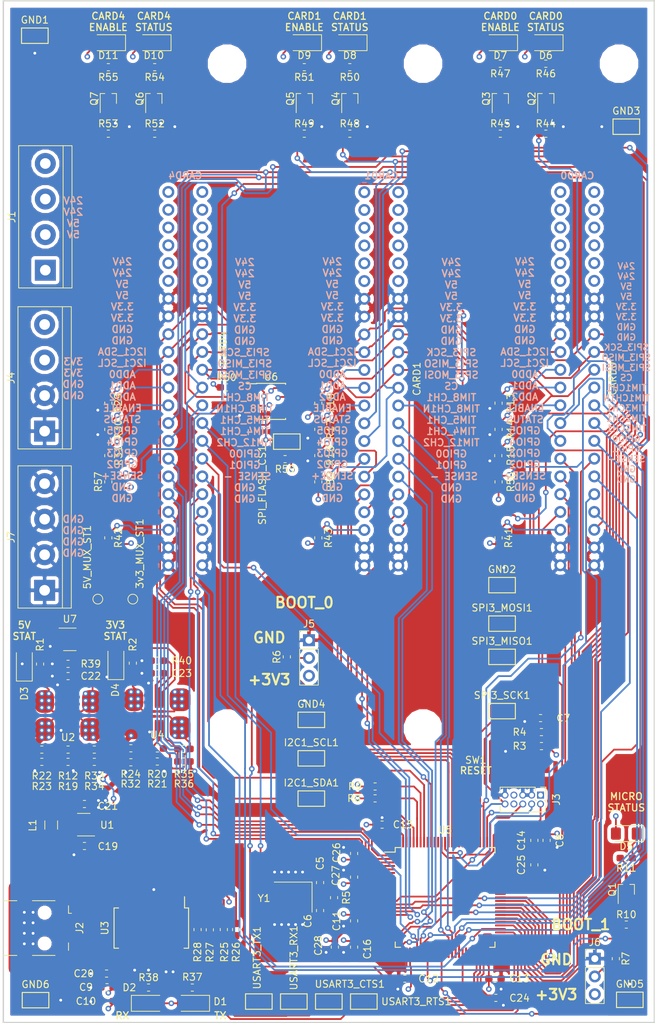
<source format=kicad_pcb>
(kicad_pcb (version 20171130) (host pcbnew 5.0.2-bee76a0~70~ubuntu18.04.1)
  (layers (0 F.Cu signal) (1 In1.Cu signal hide) (2 In2.Cu signal) (31 B.Cu signal) (34 B.Paste user) (35 F.Paste user) (36 B.SilkS user hide) (37 F.SilkS user) (38 B.Mask user) (39 F.Mask user) (44 Edge.Cuts user))
  (net 0 "")
  (net 1 +24V)
  (net 2 GND)
  (net 3 +3V3)
  (net 4 +5V)
  (net 5 "Net-(D4-Pad2)")
  (net 6 "Net-(D3-Pad2)")
  (net 7 "Net-(C5-Pad1)")
  (net 8 "Net-(C6-Pad1)")
  (net 9 NRST)
  (net 10 SWO)
  (net 11 SWCLK)
  (net 12 SWDIO)
  (net 13 "Net-(J5-Pad2)")
  (net 14 "Net-(J6-Pad2)")
  (net 15 "Net-(R3-Pad2)")
  (net 16 "Net-(R6-Pad1)")
  (net 17 "Net-(R7-Pad1)")
  (net 18 "Net-(J3-Pad8)")
  (net 19 "Net-(J3-Pad7)")
  (net 20 "Net-(U3-Pad2)")
  (net 21 "Net-(U3-Pad6)")
  (net 22 "Net-(U3-Pad9)")
  (net 23 "Net-(U3-Pad10)")
  (net 24 "Net-(U3-Pad12)")
  (net 25 "Net-(U3-Pad13)")
  (net 26 "Net-(U3-Pad14)")
  (net 27 "Net-(U3-Pad27)")
  (net 28 "Net-(U3-Pad28)")
  (net 29 "Net-(J2-Pad4)")
  (net 30 /CARD0_ADD0)
  (net 31 /CARD0_ADD1)
  (net 32 /CARD0_ADD2)
  (net 33 CARD0_CS)
  (net 34 /CARD1_ADD0)
  (net 35 /CARD1_ADD1)
  (net 36 /CARD1_ADD2)
  (net 37 CARD0_ENABLE)
  (net 38 CARD0_STATUS)
  (net 39 CARD1_ENABLE)
  (net 40 CARD1_STATUS)
  (net 41 CARD1_CS)
  (net 42 /FTDI_TX)
  (net 43 /FTDI_RX)
  (net 44 /FTDI_RTS)
  (net 45 /FTDI_CTS)
  (net 46 CARD0_TIM1_CH1)
  (net 47 CARD0_GPIO1)
  (net 48 CARD1_GPIO1)
  (net 49 CARD4_GPIO4)
  (net 50 CARD4_GPIO2)
  (net 51 CARD4_GPIO1)
  (net 52 CARD4_CS)
  (net 53 CARD4_GPIO5)
  (net 54 CARD4_STATUS)
  (net 55 CARD4_ENABLE)
  (net 56 /CARD4_ADD2)
  (net 57 /CARD4_ADD1)
  (net 58 /CARD4_ADD0)
  (net 59 CARD0_TIM2_CH1)
  (net 60 CARD1_TIM2_CH2)
  (net 61 CARD0_SENSE_NEG)
  (net 62 CARD0_GPIO0)
  (net 63 CARD0_TIM1_CH1N)
  (net 64 CARD0_TIM9_CH1)
  (net 65 CARD0_TIM3_CH1)
  (net 66 USART1_RX)
  (net 67 USART1_RTS)
  (net 68 USART1_TX)
  (net 69 USART1_CTS)
  (net 70 /CARD0_SENSE_POS)
  (net 71 /CARD1_SENSE_POS)
  (net 72 CARD1_TIM1_CH2)
  (net 73 CARD1_TIM3_CH2)
  (net 74 CARD1_TIM9_CH2)
  (net 75 CARD1_TIM1_CH2N)
  (net 76 CARD1_GPIO0)
  (net 77 CARD1_SENSE_NEG)
  (net 78 CARD4_SENSE_NEG)
  (net 79 CARD4_GPIO0)
  (net 80 CARD4_TIM4_CH1)
  (net 81 CARD4_TIM8_CH1N)
  (net 82 CARD4_TIM5_CH1)
  (net 83 CARD4_TIM8_CH1)
  (net 84 CARD4_GPIO3)
  (net 85 /CARD4_SENSE_POS)
  (net 86 "Net-(U5-Pad8)")
  (net 87 5V_EXT)
  (net 88 3V3_EXT)
  (net 89 "Net-(C20-Pad1)")
  (net 90 "Net-(C22-Pad2)")
  (net 91 "Net-(C23-Pad2)")
  (net 92 USART2_RTS)
  (net 93 USART2_CTS)
  (net 94 USART2_RX)
  (net 95 USART2_TX)
  (net 96 "Net-(D1-Pad1)")
  (net 97 "Net-(D2-Pad1)")
  (net 98 "Net-(R12-Pad2)")
  (net 99 "Net-(R20-Pad2)")
  (net 100 "Net-(R22-Pad2)")
  (net 101 "Net-(R24-Pad2)")
  (net 102 "Net-(R33-Pad2)")
  (net 103 "Net-(R35-Pad2)")
  (net 104 "Net-(R39-Pad2)")
  (net 105 "Net-(R40-Pad2)")
  (net 106 "Net-(L1-Pad2)")
  (net 107 "Net-(U5-Pad9)")
  (net 108 "Net-(U5-Pad36)")
  (net 109 "Net-(U5-Pad38)")
  (net 110 /USB_D+)
  (net 111 /USB_D-)
  (net 112 /TX_LED)
  (net 113 /RX_LED)
  (net 114 /USB_VBUS)
  (net 115 SPI3_SCK)
  (net 116 SPI3_MISO)
  (net 117 SPI3_MOSI)
  (net 118 USART3_RX)
  (net 119 USART3_TX)
  (net 120 USART3_CTS)
  (net 121 USART3_RTS)
  (net 122 SPI_FLASH_CS)
  (net 123 "Net-(C24-Pad2)")
  (net 124 "Net-(C25-Pad2)")
  (net 125 "Net-(U5-Pad5)")
  (net 126 "Net-(U5-Pad7)")
  (net 127 "Net-(U5-Pad29)")
  (net 128 "Net-(U5-Pad34)")
  (net 129 "Net-(U5-Pad35)")
  (net 130 "Net-(U5-Pad51)")
  (net 131 "Net-(U5-Pad64)")
  (net 132 "Net-(U5-Pad65)")
  (net 133 "Net-(U5-Pad66)")
  (net 134 "Net-(U5-Pad67)")
  (net 135 "Net-(U5-Pad90)")
  (net 136 "Net-(U5-Pad91)")
  (net 137 "Net-(U5-Pad93)")
  (net 138 I2C1_SCL)
  (net 139 I2C1_SDA)
  (net 140 CARD4_TIM12_CH2)
  (net 141 "Net-(U5-Pad44)")
  (net 142 "Net-(U5-Pad45)")
  (net 143 "Net-(U5-Pad46)")
  (net 144 /3v3_REG_OUT)
  (net 145 3v3_REG_EN)
  (net 146 "Net-(U7-Pad1)")
  (net 147 "Net-(D5-Pad1)")
  (net 148 "Net-(D6-Pad1)")
  (net 149 "Net-(D7-Pad1)")
  (net 150 "Net-(D8-Pad1)")
  (net 151 "Net-(D9-Pad1)")
  (net 152 "Net-(D10-Pad1)")
  (net 153 "Net-(D11-Pad1)")
  (net 154 "Net-(Q1-Pad3)")
  (net 155 MICRO_STATUS)
  (net 156 "Net-(Q2-Pad3)")
  (net 157 "Net-(Q3-Pad3)")
  (net 158 "Net-(Q4-Pad3)")
  (net 159 "Net-(Q5-Pad3)")
  (net 160 "Net-(Q6-Pad3)")
  (net 161 "Net-(Q7-Pad3)")
  (net 162 "Net-(5V_MUX_ST1-Pad1)")
  (net 163 "Net-(3v3_MUX_ST1-Pad1)")
  (module Connector_PinHeader_2.54mm:PinHeader_1x03_P2.54mm_Vertical (layer F.Cu) (at 126.665 149.370001)
    (fp_text reference J5 (at 0 -2.33) (layer F.SilkS))
    (fp_text value Conn_01x03)
    (pad 3 thru_hole oval (at 0 5.08) (size 1.7 1.7) (drill 1) (layers *.Cu *.Mask) (net 3 +3V3))
    (pad 2 thru_hole oval (at 0 2.54) (size 1.7 1.7) (drill 1) (layers *.Cu *.Mask) (net 13 "Net-(J5-Pad2)"))
    (pad 1 thru_hole rect (at 0 0) (size 1.7 1.7) (drill 1) (layers *.Cu *.Mask) (net 2 GND))
  )
  (module MountingHole:MountingHole_4.5mm (layer F.Cu) (at 142.96 67)
    (fp_text reference REF** hide)
    (fp_text value MountingHole_4.5mm)
    (pad 1 np_thru_hole circle (at 0 0) (size 4.5 4.5) (drill 4.5) (layers *.Cu *.Mask))
  )
  (module MountingHole:MountingHole_4.5mm (layer F.Cu) (at 170.96 67)
    (fp_text reference REF** hide)
    (fp_text value MountingHole_4.5mm)
    (pad 1 np_thru_hole circle (at 0 0) (size 4.5 4.5) (drill 4.5) (layers *.Cu *.Mask))
  )
  (module MountingHole:MountingHole_4.5mm (layer F.Cu) (at 114.96 67)
    (fp_text reference REF** hide)
    (fp_text value MountingHole_4.5mm)
    (pad 1 np_thru_hole circle (at 0 0) (size 4.5 4.5) (drill 4.5) (layers *.Cu *.Mask))
  )
  (module MountingHole:MountingHole_4.5mm (layer F.Cu) (at 170.96 162)
    (fp_text reference REF** hide)
    (fp_text value MountingHole_4.5mm)
    (pad 1 np_thru_hole circle (at 0 0) (size 4.5 4.5) (drill 4.5) (layers *.Cu *.Mask))
  )
  (module MountingHole:MountingHole_4.5mm (layer F.Cu) (at 142.96 162)
    (fp_text reference REF** hide)
    (fp_text value MountingHole_4.5mm)
    (pad 1 np_thru_hole circle (at 0 0) (size 4.5 4.5) (drill 4.5) (layers *.Cu *.Mask))
  )
  (module Package_SO:SSOP-28_5.3x10.2mm_P0.65mm (layer F.Cu) (at 104.14 190.5 270)
    (fp_text reference U3 (at 0 6.64 270) (layer F.SilkS))
    (fp_text value FT232RL)
    (pad 28 smd rect (at 3.6 -4.225 270) (size 1.75 0.45) (layers F.Cu F.Paste F.Mask) (net 28 "Net-(U3-Pad28)"))
    (pad 27 smd rect (at 3.6 -3.575 270) (size 1.75 0.45) (layers F.Cu F.Paste F.Mask) (net 27 "Net-(U3-Pad27)"))
    (pad 26 smd rect (at 3.6 -2.925 270) (size 1.75 0.45) (layers F.Cu F.Paste F.Mask) (net 2 GND))
    (pad 25 smd rect (at 3.6 -2.275 270) (size 1.75 0.45) (layers F.Cu F.Paste F.Mask) (net 2 GND))
    (pad 24 smd rect (at 3.6 -1.625 270) (size 1.75 0.45) (layers F.Cu F.Paste F.Mask))
    (pad 23 smd rect (at 3.6 -0.975 270) (size 1.75 0.45) (layers F.Cu F.Paste F.Mask) (net 112 /TX_LED))
    (pad 22 smd rect (at 3.6 -0.325 270) (size 1.75 0.45) (layers F.Cu F.Paste F.Mask) (net 113 /RX_LED))
    (pad 21 smd rect (at 3.6 0.325 270) (size 1.75 0.45) (layers F.Cu F.Paste F.Mask) (net 2 GND))
    (pad 20 smd rect (at 3.6 0.975 270) (size 1.75 0.45) (layers F.Cu F.Paste F.Mask) (net 4 +5V))
    (pad 19 smd rect (at 3.6 1.625 270) (size 1.75 0.45) (layers F.Cu F.Paste F.Mask) (net 4 +5V))
    (pad 18 smd rect (at 3.6 2.275 270) (size 1.75 0.45) (layers F.Cu F.Paste F.Mask) (net 2 GND))
    (pad 17 smd rect (at 3.6 2.925 270) (size 1.75 0.45) (layers F.Cu F.Paste F.Mask) (net 89 "Net-(C20-Pad1)"))
    (pad 16 smd rect (at 3.6 3.575 270) (size 1.75 0.45) (layers F.Cu F.Paste F.Mask) (net 111 /USB_D-))
    (pad 15 smd rect (at 3.6 4.225 270) (size 1.75 0.45) (layers F.Cu F.Paste F.Mask) (net 110 /USB_D+))
    (pad 14 smd rect (at -3.6 4.225 270) (size 1.75 0.45) (layers F.Cu F.Paste F.Mask) (net 26 "Net-(U3-Pad14)"))
    (pad 13 smd rect (at -3.6 3.575 270) (size 1.75 0.45) (layers F.Cu F.Paste F.Mask) (net 25 "Net-(U3-Pad13)"))
    (pad 12 smd rect (at -3.6 2.925 270) (size 1.75 0.45) (layers F.Cu F.Paste F.Mask) (net 24 "Net-(U3-Pad12)"))
    (pad 11 smd rect (at -3.6 2.275 270) (size 1.75 0.45) (layers F.Cu F.Paste F.Mask) (net 45 /FTDI_CTS))
    (pad 10 smd rect (at -3.6 1.625 270) (size 1.75 0.45) (layers F.Cu F.Paste F.Mask) (net 23 "Net-(U3-Pad10)"))
    (pad 9 smd rect (at -3.6 0.975 270) (size 1.75 0.45) (layers F.Cu F.Paste F.Mask) (net 22 "Net-(U3-Pad9)"))
    (pad 8 smd rect (at -3.6 0.325 270) (size 1.75 0.45) (layers F.Cu F.Paste F.Mask))
    (pad 7 smd rect (at -3.6 -0.325 270) (size 1.75 0.45) (layers F.Cu F.Paste F.Mask) (net 2 GND))
    (pad 6 smd rect (at -3.6 -0.975 270) (size 1.75 0.45) (layers F.Cu F.Paste F.Mask) (net 21 "Net-(U3-Pad6)"))
    (pad 5 smd rect (at -3.6 -1.625 270) (size 1.75 0.45) (layers F.Cu F.Paste F.Mask) (net 43 /FTDI_RX))
    (pad 4 smd rect (at -3.6 -2.275 270) (size 1.75 0.45) (layers F.Cu F.Paste F.Mask) (net 3 +3V3))
    (pad 3 smd rect (at -3.6 -2.925 270) (size 1.75 0.45) (layers F.Cu F.Paste F.Mask) (net 44 /FTDI_RTS))
    (pad 2 smd rect (at -3.6 -3.575 270) (size 1.75 0.45) (layers F.Cu F.Paste F.Mask) (net 20 "Net-(U3-Pad2)"))
    (pad 1 smd rect (at -3.6 -4.225 270) (size 1.75 0.45) (layers F.Cu F.Paste F.Mask) (net 42 /FTDI_TX))
  )
  (module Connector_USB:USB_Mini-B_Lumberg_2486_01_Horizontal (layer F.Cu) (at 88.9 190.5 270)
    (fp_text reference J2 (at 0 -5 270) (layer F.SilkS))
    (fp_text value USB_B_Mini)
    (pad "" np_thru_hole circle (at 2.2 0 270) (size 1 1) (drill 1) (layers *.Cu *.Mask))
    (pad "" np_thru_hole circle (at -2.2 0 270) (size 1 1) (drill 1) (layers *.Cu *.Mask))
    (pad 6 smd rect (at 4.45 2.85 270) (size 2 1.7) (layers F.Cu F.Paste F.Mask) (net 2 GND))
    (pad 6 smd rect (at 4.45 -2.6 270) (size 2 1.7) (layers F.Cu F.Paste F.Mask) (net 2 GND))
    (pad 6 smd rect (at -4.45 2.85 270) (size 2 1.7) (layers F.Cu F.Paste F.Mask) (net 2 GND))
    (pad 6 smd rect (at -4.45 -2.6 270) (size 2 1.7) (layers F.Cu F.Paste F.Mask) (net 2 GND))
    (pad 5 smd rect (at 1.6 -2.7 270) (size 0.5 2) (layers F.Cu F.Paste F.Mask) (net 2 GND))
    (pad 4 smd rect (at 0.8 -2.7 270) (size 0.5 2) (layers F.Cu F.Paste F.Mask) (net 29 "Net-(J2-Pad4)"))
    (pad 3 smd rect (at 0 -2.7 270) (size 0.5 2) (layers F.Cu F.Paste F.Mask) (net 110 /USB_D+))
    (pad 2 smd rect (at -0.8 -2.7 270) (size 0.5 2) (layers F.Cu F.Paste F.Mask) (net 111 /USB_D-))
    (pad 1 smd rect (at -1.6 -2.7 270) (size 0.5 2) (layers F.Cu F.Paste F.Mask) (net 114 /USB_VBUS))
  )
  (module LED_SMD:LED_1206_3216Metric_Pad1.42x1.75mm_HandSolder (layer F.Cu) (at 86 152.75 90)
    (fp_text reference D3 (at -4.25 0 90) (layer F.SilkS))
    (fp_text value LED)
    (pad 2 smd roundrect (at 1.4875 0 90) (size 1.425 1.75) (layers F.Cu F.Paste F.Mask) (roundrect_rratio 0.175439) (net 6 "Net-(D3-Pad2)"))
    (pad 1 smd roundrect (at -1.4875 0 90) (size 1.425 1.75) (layers F.Cu F.Paste F.Mask) (roundrect_rratio 0.175439) (net 2 GND))
  )
  (module LED_SMD:LED_1206_3216Metric_Pad1.42x1.75mm_HandSolder (layer F.Cu) (at 99.080785 152.540161 90)
    (fp_text reference D4 (at -3.959839 -0.080785 90) (layer F.SilkS))
    (fp_text value LED)
    (pad 2 smd roundrect (at 1.4875 0 90) (size 1.425 1.75) (layers F.Cu F.Paste F.Mask) (roundrect_rratio 0.175439) (net 5 "Net-(D4-Pad2)"))
    (pad 1 smd roundrect (at -1.4875 0 90) (size 1.425 1.75) (layers F.Cu F.Paste F.Mask) (roundrect_rratio 0.175439) (net 2 GND))
  )
  (module Resistor_SMD:R_0603_1608Metric_Pad1.05x0.95mm_HandSolder (layer F.Cu) (at 88.25 152.779999 90)
    (fp_text reference R1 (at 2.779999 0 90) (layer F.SilkS))
    (fp_text value 330R)
    (pad 2 smd roundrect (at 0.875 0 90) (size 1.05 0.95) (layers F.Cu F.Paste F.Mask) (net 6 "Net-(D3-Pad2)"))
    (pad 1 smd roundrect (at -0.875 0 90) (size 1.05 0.95) (layers F.Cu F.Paste F.Mask) (net 4 +5V))
  )
  (module Resistor_SMD:R_0603_1608Metric_Pad1.05x0.95mm_HandSolder (layer F.Cu) (at 101.5 152.65 90)
    (fp_text reference R2 (at 2.65 0 90) (layer F.SilkS))
    (fp_text value 330R)
    (pad 2 smd roundrect (at 0.875 0 90) (size 1.05 0.95) (layers F.Cu F.Paste F.Mask) (net 5 "Net-(D4-Pad2)"))
    (pad 1 smd roundrect (at -0.875 0 90) (size 1.05 0.95) (layers F.Cu F.Paste F.Mask) (net 3 +3V3))
  )
  (module Resistor_SMD:R_0603_1608Metric_Pad1.05x0.95mm_HandSolder (layer F.Cu) (at 159.875 164.5 180)
    (fp_text reference R3 (at 3.125 0 180) (layer F.SilkS))
    (fp_text value 10k)
    (pad 2 smd roundrect (at 0.875 0 180) (size 1.05 0.95) (layers F.Cu F.Paste F.Mask) (net 15 "Net-(R3-Pad2)"))
    (pad 1 smd roundrect (at -0.875 0 180) (size 1.05 0.95) (layers F.Cu F.Paste F.Mask) (net 3 +3V3))
  )
  (module Resistor_SMD:R_0603_1608Metric_Pad1.05x0.95mm_HandSolder (layer F.Cu) (at 159.875 162.5 180)
    (fp_text reference R4 (at 3.125 0 180) (layer F.SilkS))
    (fp_text value 10k)
    (pad 2 smd roundrect (at 0.875 0 180) (size 1.05 0.95) (layers F.Cu F.Paste F.Mask) (net 15 "Net-(R3-Pad2)"))
    (pad 1 smd roundrect (at -0.875 0 180) (size 1.05 0.95) (layers F.Cu F.Paste F.Mask) (net 9 NRST))
  )
  (module Resistor_SMD:R_0603_1608Metric_Pad1.05x0.95mm_HandSolder (layer F.Cu) (at 130.25 186.155912 270)
    (fp_text reference R5 (at 0 -1.75 270) (layer F.SilkS))
    (fp_text value R)
    (pad 2 smd roundrect (at 0.875 0 270) (size 1.05 0.95) (layers F.Cu F.Paste F.Mask) (net 8 "Net-(C6-Pad1)"))
    (pad 1 smd roundrect (at -0.875 0 270) (size 1.05 0.95) (layers F.Cu F.Paste F.Mask) (net 7 "Net-(C5-Pad1)"))
  )
  (module Resistor_SMD:R_0603_1608Metric_Pad1.05x0.95mm_HandSolder (layer F.Cu) (at 123.5 151.75 90)
    (fp_text reference R6 (at 0 -1.43 90) (layer F.SilkS))
    (fp_text value 10k)
    (pad 2 smd roundrect (at 0.875 0 90) (size 1.05 0.95) (layers F.Cu F.Paste F.Mask) (net 13 "Net-(J5-Pad2)"))
    (pad 1 smd roundrect (at -0.875 0 90) (size 1.05 0.95) (layers F.Cu F.Paste F.Mask) (net 16 "Net-(R6-Pad1)"))
  )
  (module Resistor_SMD:R_0603_1608Metric_Pad1.05x0.95mm_HandSolder (layer F.Cu) (at 170.5 194.875 270)
    (fp_text reference R7 (at 0 -1.43 270) (layer F.SilkS))
    (fp_text value 10k)
    (pad 2 smd roundrect (at 0.875 0 270) (size 1.05 0.95) (layers F.Cu F.Paste F.Mask) (net 14 "Net-(J6-Pad2)"))
    (pad 1 smd roundrect (at -0.875 0 270) (size 1.05 0.95) (layers F.Cu F.Paste F.Mask) (net 17 "Net-(R7-Pad1)"))
  )
  (module Resistor_SMD:R_0603_1608Metric_Pad1.05x0.95mm_HandSolder (layer F.Cu) (at 136.111874 171.970912 180)
    (fp_text reference R8 (at 3 0 180) (layer F.SilkS))
    (fp_text value 10k)
    (pad 2 smd roundrect (at 0.875 0 180) (size 1.05 0.95) (layers F.Cu F.Paste F.Mask) (net 3 +3V3))
    (pad 1 smd roundrect (at -0.875 0 180) (size 1.05 0.95) (layers F.Cu F.Paste F.Mask) (net 139 I2C1_SDA))
  )
  (module Resistor_SMD:R_0603_1608Metric_Pad1.05x0.95mm_HandSolder (layer F.Cu) (at 136.111874 170.270912 180)
    (fp_text reference R9 (at 2.875 0 180) (layer F.SilkS))
    (fp_text value 10k)
    (pad 2 smd roundrect (at 0.875 0 180) (size 1.05 0.95) (layers F.Cu F.Paste F.Mask) (net 3 +3V3))
    (pad 1 smd roundrect (at -0.875 0 180) (size 1.05 0.95) (layers F.Cu F.Paste F.Mask) (net 138 I2C1_SCL))
  )
  (module Resistor_SMD:R_0603_1608Metric_Pad1.05x0.95mm_HandSolder (layer F.Cu) (at 153.75 115.5 270)
    (fp_text reference R13 (at 0 -1.75 270) (layer F.SilkS))
    (fp_text value 10k)
    (pad 2 smd roundrect (at 0.875 0 270) (size 1.05 0.95) (layers F.Cu F.Paste F.Mask) (net 2 GND))
    (pad 1 smd roundrect (at -0.875 0 270) (size 1.05 0.95) (layers F.Cu F.Paste F.Mask) (net 30 /CARD0_ADD0))
  )
  (module Resistor_SMD:R_0603_1608Metric_Pad1.05x0.95mm_HandSolder (layer F.Cu) (at 153.75 119.25 270)
    (fp_text reference R14 (at 0 -1.75 270) (layer F.SilkS))
    (fp_text value 10k)
    (pad 2 smd roundrect (at 0.875 0 270) (size 1.05 0.95) (layers F.Cu F.Paste F.Mask) (net 2 GND))
    (pad 1 smd roundrect (at -0.875 0 270) (size 1.05 0.95) (layers F.Cu F.Paste F.Mask) (net 31 /CARD0_ADD1))
  )
  (module Resistor_SMD:R_0603_1608Metric_Pad1.05x0.95mm_HandSolder (layer F.Cu) (at 153.708605 123 270)
    (fp_text reference R15 (at 0 -1.791395 270) (layer F.SilkS))
    (fp_text value 10k)
    (pad 2 smd roundrect (at 0.875 0 270) (size 1.05 0.95) (layers F.Cu F.Paste F.Mask) (net 2 GND))
    (pad 1 smd roundrect (at -0.875 0 270) (size 1.05 0.95) (layers F.Cu F.Paste F.Mask) (net 32 /CARD0_ADD2))
  )
  (module Resistor_SMD:R_0603_1608Metric_Pad1.05x0.95mm_HandSolder (layer F.Cu) (at 128 115.5 270)
    (fp_text reference R16 (at 0 -1.75 270) (layer F.SilkS))
    (fp_text value 10k)
    (pad 2 smd roundrect (at 0.875 0 270) (size 1.05 0.95) (layers F.Cu F.Paste F.Mask) (net 3 +3V3))
    (pad 1 smd roundrect (at -0.875 0 270) (size 1.05 0.95) (layers F.Cu F.Paste F.Mask) (net 34 /CARD1_ADD0))
  )
  (module Resistor_SMD:R_0603_1608Metric_Pad1.05x0.95mm_HandSolder (layer F.Cu) (at 128 119.245227 270)
    (fp_text reference R17 (at 0 -1.75 270) (layer F.SilkS))
    (fp_text value 10k)
    (pad 2 smd roundrect (at 0.875 0 270) (size 1.05 0.95) (layers F.Cu F.Paste F.Mask) (net 2 GND))
    (pad 1 smd roundrect (at -0.875 0 270) (size 1.05 0.95) (layers F.Cu F.Paste F.Mask) (net 35 /CARD1_ADD1))
  )
  (module Resistor_SMD:R_0603_1608Metric_Pad1.05x0.95mm_HandSolder (layer F.Cu) (at 128 123 270)
    (fp_text reference R18 (at 0 -1.75 270) (layer F.SilkS))
    (fp_text value 10k)
    (pad 2 smd roundrect (at 0.875 0 270) (size 1.05 0.95) (layers F.Cu F.Paste F.Mask) (net 2 GND))
    (pad 1 smd roundrect (at -0.875 0 270) (size 1.05 0.95) (layers F.Cu F.Paste F.Mask) (net 36 /CARD1_ADD2))
  )
  (module Resistor_SMD:R_0603_1608Metric_Pad1.05x0.95mm_HandSolder (layer F.Cu) (at 114.5 190.715 90)
    (fp_text reference R25 (at -3.215 0.085 90) (layer F.SilkS))
    (fp_text value 0R)
    (pad 2 smd roundrect (at 0.875 0 90) (size 1.05 0.95) (layers F.Cu F.Paste F.Mask) (net 42 /FTDI_TX))
    (pad 1 smd roundrect (at -0.875 0 90) (size 1.05 0.95) (layers F.Cu F.Paste F.Mask) (net 118 USART3_RX))
  )
  (module Resistor_SMD:R_0603_1608Metric_Pad1.05x0.95mm_HandSolder (layer F.Cu) (at 116.25 190.715 90)
    (fp_text reference R26 (at -3.215 0 90) (layer F.SilkS))
    (fp_text value 0R)
    (pad 2 smd roundrect (at 0.875 0 90) (size 1.05 0.95) (layers F.Cu F.Paste F.Mask) (net 43 /FTDI_RX))
    (pad 1 smd roundrect (at -0.875 0 90) (size 1.05 0.95) (layers F.Cu F.Paste F.Mask) (net 119 USART3_TX))
  )
  (module Resistor_SMD:R_0603_1608Metric_Pad1.05x0.95mm_HandSolder (layer F.Cu) (at 112.5 190.75 90)
    (fp_text reference R27 (at -3.215 0 90) (layer F.SilkS))
    (fp_text value 0R)
    (pad 2 smd roundrect (at 0.875 0 90) (size 1.05 0.95) (layers F.Cu F.Paste F.Mask) (net 44 /FTDI_RTS))
    (pad 1 smd roundrect (at -0.875 0 90) (size 1.05 0.95) (layers F.Cu F.Paste F.Mask) (net 120 USART3_CTS))
  )
  (module Resistor_SMD:R_0603_1608Metric_Pad1.05x0.95mm_HandSolder (layer F.Cu) (at 110.75 190.715 90)
    (fp_text reference R28 (at -3.215 0 90) (layer F.SilkS))
    (fp_text value 0R)
    (pad 2 smd roundrect (at 0.875 0 90) (size 1.05 0.95) (layers F.Cu F.Paste F.Mask) (net 45 /FTDI_CTS))
    (pad 1 smd roundrect (at -0.875 0 90) (size 1.05 0.95) (layers F.Cu F.Paste F.Mask) (net 121 USART3_RTS))
  )
  (module Resistor_SMD:R_0603_1608Metric_Pad1.05x0.95mm_HandSolder (layer F.Cu) (at 98 115.5 270)
    (fp_text reference R29 (at 0 -1.43 270) (layer F.SilkS))
    (fp_text value 10k)
    (pad 2 smd roundrect (at 0.875 0 270) (size 1.05 0.95) (layers F.Cu F.Paste F.Mask) (net 2 GND))
    (pad 1 smd roundrect (at -0.875 0 270) (size 1.05 0.95) (layers F.Cu F.Paste F.Mask) (net 58 /CARD4_ADD0))
  )
  (module Resistor_SMD:R_0603_1608Metric_Pad1.05x0.95mm_HandSolder (layer F.Cu) (at 98 119.25 270)
    (fp_text reference R30 (at 0 -1.43 270) (layer F.SilkS))
    (fp_text value 10k)
    (pad 2 smd roundrect (at 0.875 0 270) (size 1.05 0.95) (layers F.Cu F.Paste F.Mask) (net 2 GND))
    (pad 1 smd roundrect (at -0.875 0 270) (size 1.05 0.95) (layers F.Cu F.Paste F.Mask) (net 57 /CARD4_ADD1))
  )
  (module Resistor_SMD:R_0603_1608Metric_Pad1.05x0.95mm_HandSolder (layer F.Cu) (at 98 123 270)
    (fp_text reference R31 (at 0 -1.43 270) (layer F.SilkS))
    (fp_text value 10k)
    (pad 2 smd roundrect (at 0.875 0 270) (size 1.05 0.95) (layers F.Cu F.Paste F.Mask) (net 3 +3V3))
    (pad 1 smd roundrect (at -0.875 0 270) (size 1.05 0.95) (layers F.Cu F.Paste F.Mask) (net 56 /CARD4_ADD2))
  )
  (module Capacitor_SMD:C_0603_1608Metric_Pad1.05x0.95mm_HandSolder (layer F.Cu) (at 128.25 184 90)
    (fp_text reference C5 (at 2.75 0 90) (layer F.SilkS))
    (fp_text value C)
    (pad 2 smd roundrect (at 0.875 0 90) (size 1.05 0.95) (layers F.Cu F.Paste F.Mask) (net 2 GND))
    (pad 1 smd roundrect (at -0.875 0 90) (size 1.05 0.95) (layers F.Cu F.Paste F.Mask) (net 7 "Net-(C5-Pad1)"))
  )
  (module Capacitor_SMD:C_0603_1608Metric_Pad1.05x0.95mm_HandSolder (layer F.Cu) (at 128.25 188 90)
    (fp_text reference C6 (at -1.5 -1.75 90) (layer F.SilkS))
    (fp_text value C)
    (pad 2 smd roundrect (at 0.875 0 90) (size 1.05 0.95) (layers F.Cu F.Paste F.Mask) (net 2 GND))
    (pad 1 smd roundrect (at -0.875 0 90) (size 1.05 0.95) (layers F.Cu F.Paste F.Mask) (net 8 "Net-(C6-Pad1)"))
  )
  (module Capacitor_SMD:C_0603_1608Metric_Pad1.05x0.95mm_HandSolder (layer F.Cu) (at 159.75 160.5 180)
    (fp_text reference C7 (at -3.25 0 180) (layer F.SilkS))
    (fp_text value 0.1uF)
    (pad 2 smd roundrect (at 0.875 0 180) (size 1.05 0.95) (layers F.Cu F.Paste F.Mask) (net 2 GND))
    (pad 1 smd roundrect (at -0.875 0 180) (size 1.05 0.95) (layers F.Cu F.Paste F.Mask) (net 9 NRST))
  )
  (module Capacitor_SMD:C_0603_1608Metric_Pad1.05x0.95mm_HandSolder (layer F.Cu) (at 160.611874 177.970912 90)
    (fp_text reference C8 (at -0.029088 1.888126 90) (layer F.SilkS))
    (fp_text value 4.7uF)
    (pad 2 smd roundrect (at 0.875 0 90) (size 1.05 0.95) (layers F.Cu F.Paste F.Mask) (net 3 +3V3))
    (pad 1 smd roundrect (at -0.875 0 90) (size 1.05 0.95) (layers F.Cu F.Paste F.Mask) (net 2 GND))
  )
  (module Capacitor_SMD:C_0603_1608Metric_Pad1.05x0.95mm_HandSolder (layer F.Cu) (at 133.111874 189.470912 90)
    (fp_text reference C11 (at 0 -2.5 90) (layer F.SilkS))
    (fp_text value 0.1uF)
    (pad 2 smd roundrect (at 0.875 0 90) (size 1.05 0.95) (layers F.Cu F.Paste F.Mask) (net 3 +3V3))
    (pad 1 smd roundrect (at -0.875 0 90) (size 1.05 0.95) (layers F.Cu F.Paste F.Mask) (net 2 GND))
  )
  (module Capacitor_SMD:C_0603_1608Metric_Pad1.05x0.95mm_HandSolder (layer F.Cu) (at 140.361874 197.720912)
    (fp_text reference C12 (at 3.388126 0.029088) (layer F.SilkS))
    (fp_text value 0.1uF)
    (pad 2 smd roundrect (at 0.875 0) (size 1.05 0.95) (layers F.Cu F.Paste F.Mask) (net 3 +3V3))
    (pad 1 smd roundrect (at -0.875 0) (size 1.05 0.95) (layers F.Cu F.Paste F.Mask) (net 2 GND))
  )
  (module Capacitor_SMD:C_0603_1608Metric_Pad1.05x0.95mm_HandSolder (layer F.Cu) (at 153.236874 197.720912 180)
    (fp_text reference C13 (at -3.5 0 180) (layer F.SilkS))
    (fp_text value 0.1uF)
    (pad 2 smd roundrect (at 0.875 0 180) (size 1.05 0.95) (layers F.Cu F.Paste F.Mask) (net 3 +3V3))
    (pad 1 smd roundrect (at -0.875 0 180) (size 1.05 0.95) (layers F.Cu F.Paste F.Mask) (net 2 GND))
  )
  (module Capacitor_SMD:C_0603_1608Metric_Pad1.05x0.95mm_HandSolder (layer F.Cu) (at 158.861874 177.970912 90)
    (fp_text reference C14 (at -0.029088 -1.861874 90) (layer F.SilkS))
    (fp_text value 0.1uF)
    (pad 2 smd roundrect (at 0.875 0 90) (size 1.05 0.95) (layers F.Cu F.Paste F.Mask) (net 3 +3V3))
    (pad 1 smd roundrect (at -0.875 0 90) (size 1.05 0.95) (layers F.Cu F.Paste F.Mask) (net 2 GND))
  )
  (module Capacitor_SMD:C_0603_1608Metric_Pad1.05x0.95mm_HandSolder (layer F.Cu) (at 137.111874 175.720912 180)
    (fp_text reference C15 (at -3 0 180) (layer F.SilkS))
    (fp_text value 0.1uF)
    (pad 2 smd roundrect (at 0.875 0 180) (size 1.05 0.95) (layers F.Cu F.Paste F.Mask) (net 3 +3V3))
    (pad 1 smd roundrect (at -0.875 0 180) (size 1.05 0.95) (layers F.Cu F.Paste F.Mask) (net 2 GND))
  )
  (module Capacitor_SMD:C_0603_1608Metric_Pad1.05x0.95mm_HandSolder (layer F.Cu) (at 133.111874 193.220912 90)
    (fp_text reference C16 (at -0.279088 1.888126 90) (layer F.SilkS))
    (fp_text value 0.1uF)
    (pad 2 smd roundrect (at 0.875 0 90) (size 1.05 0.95) (layers F.Cu F.Paste F.Mask) (net 3 +3V3))
    (pad 1 smd roundrect (at -0.875 0 90) (size 1.05 0.95) (layers F.Cu F.Paste F.Mask) (net 2 GND))
  )
  (module Connector_PinHeader_1.27mm:PinHeader_2x05_P1.27mm_Vertical (layer F.Cu) (at 159.75 171.5 270)
    (fp_text reference J3 (at 0.635 -2.25 270) (layer F.SilkS))
    (fp_text value Conn_02x05_Odd_Even)
    (pad 10 thru_hole oval (at 1.27 5.08 270) (size 1 1) (drill 0.65) (layers *.Cu *.Mask) (net 9 NRST))
    (pad 9 thru_hole oval (at 0 5.08 270) (size 1 1) (drill 0.65) (layers *.Cu *.Mask) (net 2 GND))
    (pad 8 thru_hole oval (at 1.27 3.81 270) (size 1 1) (drill 0.65) (layers *.Cu *.Mask) (net 18 "Net-(J3-Pad8)"))
    (pad 7 thru_hole oval (at 0 3.81 270) (size 1 1) (drill 0.65) (layers *.Cu *.Mask) (net 19 "Net-(J3-Pad7)"))
    (pad 6 thru_hole oval (at 1.27 2.54 270) (size 1 1) (drill 0.65) (layers *.Cu *.Mask) (net 10 SWO))
    (pad 5 thru_hole oval (at 0 2.54 270) (size 1 1) (drill 0.65) (layers *.Cu *.Mask) (net 2 GND))
    (pad 4 thru_hole oval (at 1.27 1.27 270) (size 1 1) (drill 0.65) (layers *.Cu *.Mask) (net 11 SWCLK))
    (pad 3 thru_hole oval (at 0 1.27 270) (size 1 1) (drill 0.65) (layers *.Cu *.Mask) (net 2 GND))
    (pad 2 thru_hole oval (at 1.27 0 270) (size 1 1) (drill 0.65) (layers *.Cu *.Mask) (net 12 SWDIO))
    (pad 1 thru_hole rect (at 0 0 270) (size 1 1) (drill 0.65) (layers *.Cu *.Mask) (net 3 +3V3))
  )
  (module Connector_PinHeader_2.54mm:PinHeader_1x03_P2.54mm_Vertical (layer F.Cu) (at 167.5 194.870001)
    (fp_text reference J6 (at 0 -2.33) (layer F.SilkS))
    (fp_text value Conn_01x03)
    (pad 3 thru_hole oval (at 0 5.08) (size 1.7 1.7) (drill 1) (layers *.Cu *.Mask) (net 3 +3V3))
    (pad 2 thru_hole oval (at 0 2.54) (size 1.7 1.7) (drill 1) (layers *.Cu *.Mask) (net 14 "Net-(J6-Pad2)"))
    (pad 1 thru_hole rect (at 0 0) (size 1.7 1.7) (drill 1) (layers *.Cu *.Mask) (net 2 GND))
  )
  (module connectors_mdg:5530843-4 (layer F.Cu) (at 165 112 270)
    (fp_text reference CARD0 (at 0 -5.08 270) (layer F.SilkS))
    (fp_text value Conn_02x22_Top_Bottom)
    (pad 44 thru_hole circle (at 26.67 -2.4257 270) (size 1.7 1.7) (drill 1.016) (layers *.Cu *.Mask) (net 2 GND))
    (pad 43 thru_hole circle (at 24.13 -2.4257 270) (size 1.7 1.7) (drill 1.016) (layers *.Cu *.Mask) (net 2 GND))
    (pad 42 thru_hole circle (at 21.59 -2.4257 270) (size 1.7 1.7) (drill 1.016) (layers *.Cu *.Mask) (net 61 CARD0_SENSE_NEG))
    (pad 41 thru_hole circle (at 19.05 -2.4257 270) (size 1.7 1.7) (drill 1.016) (layers *.Cu *.Mask) (net 47 CARD0_GPIO1))
    (pad 40 thru_hole circle (at 16.51 -2.4257 270) (size 1.7 1.7) (drill 1.016) (layers *.Cu *.Mask) (net 62 CARD0_GPIO0))
    (pad 39 thru_hole circle (at 13.97 -2.4257 270) (size 1.7 1.7) (drill 1.016) (layers *.Cu *.Mask) (net 64 CARD0_TIM9_CH1))
    (pad 38 thru_hole circle (at 11.43 -2.4257 270) (size 1.7 1.7) (drill 1.016) (layers *.Cu *.Mask) (net 59 CARD0_TIM2_CH1))
    (pad 37 thru_hole circle (at 8.89 -2.4257 270) (size 1.7 1.7) (drill 1.016) (layers *.Cu *.Mask) (net 65 CARD0_TIM3_CH1))
    (pad 36 thru_hole circle (at 6.35 -2.4257 270) (size 1.7 1.7) (drill 1.016) (layers *.Cu *.Mask) (net 63 CARD0_TIM1_CH1N))
    (pad 35 thru_hole circle (at 3.81 -2.4257 270) (size 1.7 1.7) (drill 1.016) (layers *.Cu *.Mask) (net 46 CARD0_TIM1_CH1))
    (pad 34 thru_hole circle (at 1.27 -2.4257 270) (size 1.7 1.7) (drill 1.016) (layers *.Cu *.Mask) (net 33 CARD0_CS))
    (pad 22 thru_hole circle (at 26.67 2.4257 270) (size 1.7 1.7) (drill 1.016) (layers *.Cu *.Mask) (net 2 GND))
    (pad 21 thru_hole circle (at 24.13 2.4257 270) (size 1.7 1.7) (drill 1.016) (layers *.Cu *.Mask) (net 2 GND))
    (pad 20 thru_hole circle (at 21.59 2.4257 270) (size 1.7 1.7) (drill 1.016) (layers *.Cu *.Mask) (net 70 /CARD0_SENSE_POS))
    (pad 19 thru_hole circle (at 19.05 2.4257 270) (size 1.7 1.7) (drill 1.016) (layers *.Cu *.Mask) (net 67 USART1_RTS))
    (pad 18 thru_hole circle (at 16.51 2.4257 270) (size 1.7 1.7) (drill 1.016) (layers *.Cu *.Mask) (net 69 USART1_CTS))
    (pad 17 thru_hole circle (at 13.97 2.4257 270) (size 1.7 1.7) (drill 1.016) (layers *.Cu *.Mask) (net 66 USART1_RX))
    (pad 16 thru_hole circle (at 11.43 2.4257 270) (size 1.7 1.7) (drill 1.016) (layers *.Cu *.Mask) (net 68 USART1_TX))
    (pad 15 thru_hole circle (at 8.89 2.4257 270) (size 1.7 1.7) (drill 1.016) (layers *.Cu *.Mask) (net 38 CARD0_STATUS))
    (pad 14 thru_hole circle (at 6.35 2.4257 270) (size 1.7 1.7) (drill 1.016) (layers *.Cu *.Mask) (net 37 CARD0_ENABLE))
    (pad 13 thru_hole circle (at 3.81 2.4257 270) (size 1.7 1.7) (drill 1.016) (layers *.Cu *.Mask) (net 32 /CARD0_ADD2))
    (pad 12 thru_hole circle (at 1.27 2.4257 270) (size 1.7 1.7) (drill 1.016) (layers *.Cu *.Mask) (net 31 /CARD0_ADD1))
    (pad 1 thru_hole circle (at -26.67 2.4257 270) (size 1.7 1.7) (drill 1.016) (layers *.Cu *.Mask) (net 1 +24V))
    (pad 2 thru_hole circle (at -24.13 2.4257 270) (size 1.7 1.7) (drill 1.016) (layers *.Cu *.Mask) (net 1 +24V))
    (pad 3 thru_hole circle (at -21.59 2.4257 270) (size 1.7 1.7) (drill 1.016) (layers *.Cu *.Mask) (net 4 +5V))
    (pad 4 thru_hole circle (at -19.05 2.4257 270) (size 1.7 1.7) (drill 1.016) (layers *.Cu *.Mask) (net 4 +5V))
    (pad 5 thru_hole circle (at -16.51 2.4257 270) (size 1.7 1.7) (drill 1.016) (layers *.Cu *.Mask) (net 3 +3V3))
    (pad 6 thru_hole circle (at -13.97 2.4257 270) (size 1.7 1.7) (drill 1.016) (layers *.Cu *.Mask) (net 3 +3V3))
    (pad 7 thru_hole circle (at -11.43 2.4257 270) (size 1.7 1.7) (drill 1.016) (layers *.Cu *.Mask) (net 2 GND))
    (pad 8 thru_hole circle (at -8.89 2.4257 270) (size 1.7 1.7) (drill 1.016) (layers *.Cu *.Mask) (net 2 GND))
    (pad 9 thru_hole circle (at -6.35 2.4257 270) (size 1.7 1.7) (drill 1.016) (layers *.Cu *.Mask) (net 139 I2C1_SDA))
    (pad 10 thru_hole circle (at -3.81 2.4257 270) (size 1.7 1.7) (drill 1.016) (layers *.Cu *.Mask) (net 138 I2C1_SCL))
    (pad 23 thru_hole circle (at -26.67 -2.4257 270) (size 1.7 1.7) (drill 1.016) (layers *.Cu *.Mask) (net 1 +24V))
    (pad 24 thru_hole circle (at -24.13 -2.4257 270) (size 1.7 1.7) (drill 1.016) (layers *.Cu *.Mask) (net 1 +24V))
    (pad 25 thru_hole circle (at -21.59 -2.4257 270) (size 1.7 1.7) (drill 1.016) (layers *.Cu *.Mask) (net 4 +5V))
    (pad 26 thru_hole circle (at -19.05 -2.4257 270) (size 1.7 1.7) (drill 1.016) (layers *.Cu *.Mask) (net 4 +5V))
    (pad 27 thru_hole circle (at -16.51 -2.4257 270) (size 1.7 1.7) (drill 1.016) (layers *.Cu *.Mask) (net 3 +3V3))
    (pad 28 thru_hole circle (at -13.97 -2.4257 270) (size 1.7 1.7) (drill 1.016) (layers *.Cu *.Mask) (net 3 +3V3))
    (pad 29 thru_hole circle (at -11.43 -2.4257 270) (size 1.7 1.7) (drill 1.016) (layers *.Cu *.Mask) (net 2 GND))
    (pad 30 thru_hole circle (at -8.89 -2.4257 270) (size 1.7 1.7) (drill 1.016) (layers *.Cu *.Mask) (net 2 GND))
    (pad 31 thru_hole circle (at -6.35 -2.4257 270) (size 1.7 1.7) (drill 1.016) (layers *.Cu *.Mask) (net 115 SPI3_SCK))
    (pad 32 thru_hole circle (at -3.81 -2.4257 270) (size 1.7 1.7) (drill 1.016) (layers *.Cu *.Mask) (net 116 SPI3_MISO))
    (pad 11 thru_hole circle (at -1.27 2.4257 270) (size 1.7 1.7) (drill 1.016) (layers *.Cu *.Mask) (net 30 /CARD0_ADD0))
    (pad 33 thru_hole circle (at -1.27 -2.4257 270) (size 1.7 1.7) (drill 1.016) (layers *.Cu *.Mask) (net 117 SPI3_MOSI))
  )
  (module connectors_mdg:5530843-4 (layer F.Cu) (at 137 112.030227 270)
    (fp_text reference CARD1 (at 0 -5.08 270) (layer F.SilkS))
    (fp_text value Conn_02x22_Top_Bottom)
    (pad 44 thru_hole circle (at 26.67 -2.4257 270) (size 1.7 1.7) (drill 1.016) (layers *.Cu *.Mask) (net 2 GND))
    (pad 43 thru_hole circle (at 24.13 -2.4257 270) (size 1.7 1.7) (drill 1.016) (layers *.Cu *.Mask) (net 2 GND))
    (pad 42 thru_hole circle (at 21.59 -2.4257 270) (size 1.7 1.7) (drill 1.016) (layers *.Cu *.Mask) (net 77 CARD1_SENSE_NEG))
    (pad 41 thru_hole circle (at 19.05 -2.4257 270) (size 1.7 1.7) (drill 1.016) (layers *.Cu *.Mask) (net 48 CARD1_GPIO1))
    (pad 40 thru_hole circle (at 16.51 -2.4257 270) (size 1.7 1.7) (drill 1.016) (layers *.Cu *.Mask) (net 76 CARD1_GPIO0))
    (pad 39 thru_hole circle (at 13.97 -2.4257 270) (size 1.7 1.7) (drill 1.016) (layers *.Cu *.Mask) (net 74 CARD1_TIM9_CH2))
    (pad 38 thru_hole circle (at 11.43 -2.4257 270) (size 1.7 1.7) (drill 1.016) (layers *.Cu *.Mask) (net 60 CARD1_TIM2_CH2))
    (pad 37 thru_hole circle (at 8.89 -2.4257 270) (size 1.7 1.7) (drill 1.016) (layers *.Cu *.Mask) (net 73 CARD1_TIM3_CH2))
    (pad 36 thru_hole circle (at 6.35 -2.4257 270) (size 1.7 1.7) (drill 1.016) (layers *.Cu *.Mask) (net 75 CARD1_TIM1_CH2N))
    (pad 35 thru_hole circle (at 3.81 -2.4257 270) (size 1.7 1.7) (drill 1.016) (layers *.Cu *.Mask) (net 72 CARD1_TIM1_CH2))
    (pad 34 thru_hole circle (at 1.27 -2.4257 270) (size 1.7 1.7) (drill 1.016) (layers *.Cu *.Mask) (net 41 CARD1_CS))
    (pad 22 thru_hole circle (at 26.67 2.4257 270) (size 1.7 1.7) (drill 1.016) (layers *.Cu *.Mask) (net 2 GND))
    (pad 21 thru_hole circle (at 24.13 2.4257 270) (size 1.7 1.7) (drill 1.016) (layers *.Cu *.Mask) (net 2 GND))
    (pad 20 thru_hole circle (at 21.59 2.4257 270) (size 1.7 1.7) (drill 1.016) (layers *.Cu *.Mask) (net 71 /CARD1_SENSE_POS))
    (pad 19 thru_hole circle (at 19.05 2.4257 270) (size 1.7 1.7) (drill 1.016) (layers *.Cu *.Mask) (net 92 USART2_RTS))
    (pad 18 thru_hole circle (at 16.51 2.4257 270) (size 1.7 1.7) (drill 1.016) (layers *.Cu *.Mask) (net 93 USART2_CTS))
    (pad 17 thru_hole circle (at 13.97 2.4257 270) (size 1.7 1.7) (drill 1.016) (layers *.Cu *.Mask) (net 94 USART2_RX))
    (pad 16 thru_hole circle (at 11.43 2.4257 270) (size 1.7 1.7) (drill 1.016) (layers *.Cu *.Mask) (net 95 USART2_TX))
    (pad 15 thru_hole circle (at 8.89 2.4257 270) (size 1.7 1.7) (drill 1.016) (layers *.Cu *.Mask) (net 40 CARD1_STATUS))
    (pad 14 thru_hole circle (at 6.35 2.4257 270) (size 1.7 1.7) (drill 1.016) (layers *.Cu *.Mask) (net 39 CARD1_ENABLE))
    (pad 13 thru_hole circle (at 3.81 2.4257 270) (size 1.7 1.7) (drill 1.016) (layers *.Cu *.Mask) (net 36 /CARD1_ADD2))
    (pad 12 thru_hole circle (at 1.27 2.4257 270) (size 1.7 1.7) (drill 1.016) (layers *.Cu *.Mask) (net 35 /CARD1_ADD1))
    (pad 1 thru_hole circle (at -26.67 2.4257 270) (size 1.7 1.7) (drill 1.016) (layers *.Cu *.Mask) (net 1 +24V))
    (pad 2 thru_hole circle (at -24.13 2.4257 270) (size 1.7 1.7) (drill 1.016) (layers *.Cu *.Mask) (net 1 +24V))
    (pad 3 thru_hole circle (at -21.59 2.4257 270) (size 1.7 1.7) (drill 1.016) (layers *.Cu *.Mask) (net 4 +5V))
    (pad 4 thru_hole circle (at -19.05 2.4257 270) (size 1.7 1.7) (drill 1.016) (layers *.Cu *.Mask) (net 4 +5V))
    (pad 5 thru_hole circle (at -16.51 2.4257 270) (size 1.7 1.7) (drill 1.016) (layers *.Cu *.Mask) (net 3 +3V3))
    (pad 6 thru_hole circle (at -13.97 2.4257 270) (size 1.7 1.7) (drill 1.016) (layers *.Cu *.Mask) (net 3 +3V3))
    (pad 7 thru_hole circle (at -11.43 2.4257 270) (size 1.7 1.7) (drill 1.016) (layers *.Cu *.Mask) (net 2 GND))
    (pad 8 thru_hole circle (at -8.89 2.4257 270) (size 1.7 1.7) (drill 1.016) (layers *.Cu *.Mask) (net 2 GND))
    (pad 9 thru_hole circle (at -6.35 2.4257 270) (size 1.7 1.7) (drill 1.016) (layers *.Cu *.Mask) (net 139 I2C1_SDA))
    (pad 10 thru_hole circle (at -3.81 2.4257 270) (size 1.7 1.7) (drill 1.016) (layers *.Cu *.Mask) (net 138 I2C1_SCL))
    (pad 23 thru_hole circle (at -26.67 -2.4257 270) (size 1.7 1.7) (drill 1.016) (layers *.Cu *.Mask) (net 1 +24V))
    (pad 24 thru_hole circle (at -24.13 -2.4257 270) (size 1.7 1.7) (drill 1.016) (layers *.Cu *.Mask) (net 1 +24V))
    (pad 25 thru_hole circle (at -21.59 -2.4257 270) (size 1.7 1.7) (drill 1.016) (layers *.Cu *.Mask) (net 4 +5V))
    (pad 26 thru_hole circle (at -19.05 -2.4257 270) (size 1.7 1.7) (drill 1.016) (layers *.Cu *.Mask) (net 4 +5V))
    (pad 27 thru_hole circle (at -16.51 -2.4257 270) (size 1.7 1.7) (drill 1.016) (layers *.Cu *.Mask) (net 3 +3V3))
    (pad 28 thru_hole circle (at -13.97 -2.4257 270) (size 1.7 1.7) (drill 1.016) (layers *.Cu *.Mask) (net 3 +3V3))
    (pad 29 thru_hole circle (at -11.43 -2.4257 270) (size 1.7 1.7) (drill 1.016) (layers *.Cu *.Mask) (net 2 GND))
    (pad 30 thru_hole circle (at -8.89 -2.4257 270) (size 1.7 1.7) (drill 1.016) (layers *.Cu *.Mask) (net 2 GND))
    (pad 31 thru_hole circle (at -6.35 -2.4257 270) (size 1.7 1.7) (drill 1.016) (layers *.Cu *.Mask) (net 115 SPI3_SCK))
    (pad 32 thru_hole circle (at -3.81 -2.4257 270) (size 1.7 1.7) (drill 1.016) (layers *.Cu *.Mask) (net 116 SPI3_MISO))
    (pad 11 thru_hole circle (at -1.27 2.4257 270) (size 1.7 1.7) (drill 1.016) (layers *.Cu *.Mask) (net 34 /CARD1_ADD0))
    (pad 33 thru_hole circle (at -1.27 -2.4257 270) (size 1.7 1.7) (drill 1.016) (layers *.Cu *.Mask) (net 117 SPI3_MOSI))
  )
  (module connectors_mdg:5530843-4 (layer F.Cu) (at 109 112 270)
    (fp_text reference CARD4 (at -4.4 -5.4 270) (layer F.SilkS))
    (fp_text value Conn_02x22_Top_Bottom)
    (pad 44 thru_hole circle (at 26.67 -2.4257 270) (size 1.7 1.7) (drill 1.016) (layers *.Cu *.Mask) (net 2 GND))
    (pad 43 thru_hole circle (at 24.13 -2.4257 270) (size 1.7 1.7) (drill 1.016) (layers *.Cu *.Mask) (net 2 GND))
    (pad 42 thru_hole circle (at 21.59 -2.4257 270) (size 1.7 1.7) (drill 1.016) (layers *.Cu *.Mask) (net 78 CARD4_SENSE_NEG))
    (pad 41 thru_hole circle (at 19.05 -2.4257 270) (size 1.7 1.7) (drill 1.016) (layers *.Cu *.Mask) (net 51 CARD4_GPIO1))
    (pad 40 thru_hole circle (at 16.51 -2.4257 270) (size 1.7 1.7) (drill 1.016) (layers *.Cu *.Mask) (net 79 CARD4_GPIO0))
    (pad 39 thru_hole circle (at 13.97 -2.4257 270) (size 1.7 1.7) (drill 1.016) (layers *.Cu *.Mask) (net 140 CARD4_TIM12_CH2))
    (pad 38 thru_hole circle (at 11.43 -2.4257 270) (size 1.7 1.7) (drill 1.016) (layers *.Cu *.Mask) (net 80 CARD4_TIM4_CH1))
    (pad 37 thru_hole circle (at 8.89 -2.4257 270) (size 1.7 1.7) (drill 1.016) (layers *.Cu *.Mask) (net 82 CARD4_TIM5_CH1))
    (pad 36 thru_hole circle (at 6.35 -2.4257 270) (size 1.7 1.7) (drill 1.016) (layers *.Cu *.Mask) (net 81 CARD4_TIM8_CH1N))
    (pad 35 thru_hole circle (at 3.81 -2.4257 270) (size 1.7 1.7) (drill 1.016) (layers *.Cu *.Mask) (net 83 CARD4_TIM8_CH1))
    (pad 34 thru_hole circle (at 1.27 -2.4257 270) (size 1.7 1.7) (drill 1.016) (layers *.Cu *.Mask) (net 52 CARD4_CS))
    (pad 22 thru_hole circle (at 26.67 2.4257 270) (size 1.7 1.7) (drill 1.016) (layers *.Cu *.Mask) (net 2 GND))
    (pad 21 thru_hole circle (at 24.13 2.4257 270) (size 1.7 1.7) (drill 1.016) (layers *.Cu *.Mask) (net 2 GND))
    (pad 20 thru_hole circle (at 21.59 2.4257 270) (size 1.7 1.7) (drill 1.016) (layers *.Cu *.Mask) (net 85 /CARD4_SENSE_POS))
    (pad 19 thru_hole circle (at 19.05 2.4257 270) (size 1.7 1.7) (drill 1.016) (layers *.Cu *.Mask) (net 50 CARD4_GPIO2))
    (pad 18 thru_hole circle (at 16.51 2.4257 270) (size 1.7 1.7) (drill 1.016) (layers *.Cu *.Mask) (net 84 CARD4_GPIO3))
    (pad 17 thru_hole circle (at 13.97 2.4257 270) (size 1.7 1.7) (drill 1.016) (layers *.Cu *.Mask) (net 49 CARD4_GPIO4))
    (pad 16 thru_hole circle (at 11.43 2.4257 270) (size 1.7 1.7) (drill 1.016) (layers *.Cu *.Mask) (net 53 CARD4_GPIO5))
    (pad 15 thru_hole circle (at 8.89 2.4257 270) (size 1.7 1.7) (drill 1.016) (layers *.Cu *.Mask) (net 54 CARD4_STATUS))
    (pad 14 thru_hole circle (at 6.35 2.4257 270) (size 1.7 1.7) (drill 1.016) (layers *.Cu *.Mask) (net 55 CARD4_ENABLE))
    (pad 13 thru_hole circle (at 3.81 2.4257 270) (size 1.7 1.7) (drill 1.016) (layers *.Cu *.Mask) (net 56 /CARD4_ADD2))
    (pad 12 thru_hole circle (at 1.27 2.4257 270) (size 1.7 1.7) (drill 1.016) (layers *.Cu *.Mask) (net 57 /CARD4_ADD1))
    (pad 1 thru_hole circle (at -26.67 2.4257 270) (size 1.7 1.7) (drill 1.016) (layers *.Cu *.Mask) (net 1 +24V))
    (pad 2 thru_hole circle (at -24.13 2.4257 270) (size 1.7 1.7) (drill 1.016) (layers *.Cu *.Mask) (net 1 +24V))
    (pad 3 thru_hole circle (at -21.59 2.4257 270) (size 1.7 1.7) (drill 1.016) (layers *.Cu *.Mask) (net 4 +5V))
    (pad 4 thru_hole circle (at -19.05 2.4257 270) (size 1.7 1.7) (drill 1.016) (layers *.Cu *.Mask) (net 4 +5V))
    (pad 5 thru_hole circle (at -16.51 2.4257 270) (size 1.7 1.7) (drill 1.016) (layers *.Cu *.Mask) (net 3 +3V3))
    (pad 6 thru_hole circle (at -13.97 2.4257 270) (size 1.7 1.7) (drill 1.016) (layers *.Cu *.Mask) (net 3 +3V3))
    (pad 7 thru_hole circle (at -11.43 2.4257 270) (size 1.7 1.7) (drill 1.016) (layers *.Cu *.Mask) (net 2 GND))
    (pad 8 thru_hole circle (at -8.89 2.4257 270) (size 1.7 1.7) (drill 1.016) (layers *.Cu *.Mask) (net 2 GND))
    (pad 9 thru_hole circle (at -6.35 2.4257 270) (size 1.7 1.7) (drill 1.016) (layers *.Cu *.Mask) (net 139 I2C1_SDA))
    (pad 10 thru_hole circle (at -3.81 2.4257 270) (size 1.7 1.7) (drill 1.016) (layers *.Cu *.Mask) (net 138 I2C1_SCL))
    (pad 23 thru_hole circle (at -26.67 -2.4257 270) (size 1.7 1.7) (drill 1.016) (layers *.Cu *.Mask) (net 1 +24V))
    (pad 24 thru_hole circle (at -24.13 -2.4257 270) (size 1.7 1.7) (drill 1.016) (layers *.Cu *.Mask) (net 1 +24V))
    (pad 25 thru_hole circle (at -21.59 -2.4257 270) (size 1.7 1.7) (drill 1.016) (layers *.Cu *.Mask) (net 4 +5V))
    (pad 26 thru_hole circle (at -19.05 -2.4257 270) (size 1.7 1.7) (drill 1.016) (layers *.Cu *.Mask) (net 4 +5V))
    (pad 27 thru_hole circle (at -16.51 -2.4257 270) (size 1.7 1.7) (drill 1.016) (layers *.Cu *.Mask) (net 3 +3V3))
    (pad 28 thru_hole circle (at -13.97 -2.4257 270) (size 1.7 1.7) (drill 1.016) (layers *.Cu *.Mask) (net 3 +3V3))
    (pad 29 thru_hole circle (at -11.43 -2.4257 270) (size 1.7 1.7) (drill 1.016) (layers *.Cu *.Mask) (net 2 GND))
    (pad 30 thru_hole circle (at -8.89 -2.4257 270) (size 1.7 1.7) (drill 1.016) (layers *.Cu *.Mask) (net 2 GND))
    (pad 31 thru_hole circle (at -6.35 -2.4257 270) (size 1.7 1.7) (drill 1.016) (layers *.Cu *.Mask) (net 115 SPI3_SCK))
    (pad 32 thru_hole circle (at -3.81 -2.4257 270) (size 1.7 1.7) (drill 1.016) (layers *.Cu *.Mask) (net 116 SPI3_MISO))
    (pad 11 thru_hole circle (at -1.27 2.4257 270) (size 1.7 1.7) (drill 1.016) (layers *.Cu *.Mask) (net 58 /CARD4_ADD0))
    (pad 33 thru_hole circle (at -1.27 -2.4257 270) (size 1.7 1.7) (drill 1.016) (layers *.Cu *.Mask) (net 117 SPI3_MOSI))
  )
  (module Resistor_SMD:R_0603_1608Metric_Pad1.05x0.95mm_HandSolder (layer F.Cu) (at 153.75 134.75 270)
    (fp_text reference R41 (at 0 -1.43 270) (layer F.SilkS))
    (fp_text value 10k)
    (pad 2 smd roundrect (at 0.875 0 270) (size 1.05 0.95) (layers F.Cu F.Paste F.Mask) (net 3 +3V3))
    (pad 1 smd roundrect (at -0.875 0 270) (size 1.05 0.95) (layers F.Cu F.Paste F.Mask) (net 70 /CARD0_SENSE_POS))
  )
  (module Resistor_SMD:R_0603_1608Metric_Pad1.05x0.95mm_HandSolder (layer F.Cu) (at 98 134.75 270)
    (fp_text reference R42 (at 0 -1.43 270) (layer F.SilkS))
    (fp_text value 10k)
    (pad 2 smd roundrect (at 0.875 0 270) (size 1.05 0.95) (layers F.Cu F.Paste F.Mask) (net 3 +3V3))
    (pad 1 smd roundrect (at -0.875 0 270) (size 1.05 0.95) (layers F.Cu F.Paste F.Mask) (net 85 /CARD4_SENSE_POS))
  )
  (module Resistor_SMD:R_0603_1608Metric_Pad1.05x0.95mm_HandSolder (layer F.Cu) (at 128 134.75 270)
    (fp_text reference R43 (at 0 -1.43 270) (layer F.SilkS))
    (fp_text value 10k)
    (pad 2 smd roundrect (at 0.875 0 270) (size 1.05 0.95) (layers F.Cu F.Paste F.Mask) (net 3 +3V3))
    (pad 1 smd roundrect (at -0.875 0 270) (size 1.05 0.95) (layers F.Cu F.Paste F.Mask) (net 71 /CARD1_SENSE_POS))
  )
  (module TerminalBlock:TerminalBlock_bornier-4_P5.08mm (layer F.Cu) (at 88.9 119.5 90)
    (fp_text reference J4 (at 7.6 -4.8 90) (layer F.SilkS))
    (fp_text value Conn_01x04)
    (pad 4 thru_hole circle (at 15.24 0 90) (size 3 3) (drill 1.52) (layers *.Cu *.Mask) (net 88 3V3_EXT))
    (pad 1 thru_hole rect (at 0 0 90) (size 3 3) (drill 1.52) (layers *.Cu *.Mask) (net 2 GND))
    (pad 3 thru_hole circle (at 10.16 0 90) (size 3 3) (drill 1.52) (layers *.Cu *.Mask) (net 88 3V3_EXT))
    (pad 2 thru_hole circle (at 5.08 0 90) (size 3 3) (drill 1.52) (layers *.Cu *.Mask) (net 2 GND))
  )
  (module TerminalBlock:TerminalBlock_bornier-4_P5.08mm (layer F.Cu) (at 88.9 142.24 90)
    (fp_text reference J7 (at 7.6 -4.8 90) (layer F.SilkS))
    (fp_text value Conn_01x04)
    (pad 4 thru_hole circle (at 15.24 0 90) (size 3 3) (drill 1.52) (layers *.Cu *.Mask) (net 2 GND))
    (pad 1 thru_hole rect (at 0 0 90) (size 3 3) (drill 1.52) (layers *.Cu *.Mask) (net 2 GND))
    (pad 3 thru_hole circle (at 10.16 0 90) (size 3 3) (drill 1.52) (layers *.Cu *.Mask) (net 2 GND))
    (pad 2 thru_hole circle (at 5.08 0 90) (size 3 3) (drill 1.52) (layers *.Cu *.Mask) (net 2 GND))
  )
  (module TerminalBlock:TerminalBlock_bornier-4_P5.08mm (layer F.Cu) (at 89 96.5 90)
    (fp_text reference J1 (at 7.6 -4.8 90) (layer F.SilkS))
    (fp_text value Conn_01x04)
    (pad 4 thru_hole circle (at 15.24 0 90) (size 3 3) (drill 1.52) (layers *.Cu *.Mask) (net 1 +24V))
    (pad 1 thru_hole rect (at 0 0 90) (size 3 3) (drill 1.52) (layers *.Cu *.Mask) (net 87 5V_EXT))
    (pad 3 thru_hole circle (at 10.16 0 90) (size 3 3) (drill 1.52) (layers *.Cu *.Mask) (net 1 +24V))
    (pad 2 thru_hole circle (at 5.08 0 90) (size 3 3) (drill 1.52) (layers *.Cu *.Mask) (net 87 5V_EXT))
  )
  (module MountingHole:MountingHole_4.5mm (layer F.Cu) (at 114.96 162)
    (fp_text reference REF** hide)
    (fp_text value MountingHole_4.5mm)
    (pad 1 np_thru_hole circle (at 0 0) (size 4.5 4.5) (drill 4.5) (layers *.Cu *.Mask))
  )
  (module switches_mdg:FSM2JMTR (layer F.Cu) (at 157.25 167.25)
    (fp_text reference SW1 (at -6.75 -0.75) (layer F.SilkS))
    (fp_text value SW_Push)
    (pad 1 smd rect (at -2.4 0) (size 2.8 2.2) (layers F.Cu F.Paste F.Mask) (net 2 GND))
    (pad 2 smd rect (at 2.4 0) (size 2.8 2.2) (layers F.Cu F.Paste F.Mask) (net 15 "Net-(R3-Pad2)"))
  )
  (module Capacitor_SMD:C_0603_1608Metric_Pad1.05x0.95mm_HandSolder (layer F.Cu) (at 97.809178 198.950158)
    (fp_text reference C9 (at -3 0) (layer F.SilkS))
    (fp_text value 4.7uF)
    (pad 2 smd roundrect (at 0.875 0) (size 1.05 0.95) (layers F.Cu F.Paste F.Mask) (net 4 +5V))
    (pad 1 smd roundrect (at -0.875 0) (size 1.05 0.95) (layers F.Cu F.Paste F.Mask) (net 2 GND))
  )
  (module Capacitor_SMD:C_0603_1608Metric_Pad1.05x0.95mm_HandSolder (layer F.Cu) (at 97.809178 200.950158)
    (fp_text reference C10 (at -3 0) (layer F.SilkS))
    (fp_text value 0.1uF)
    (pad 2 smd roundrect (at 0.875 0) (size 1.05 0.95) (layers F.Cu F.Paste F.Mask) (net 4 +5V))
    (pad 1 smd roundrect (at -0.875 0) (size 1.05 0.95) (layers F.Cu F.Paste F.Mask) (net 2 GND))
  )
  (module Capacitor_SMD:C_0603_1608Metric_Pad1.05x0.95mm_HandSolder (layer F.Cu) (at 94.58979 178.775693)
    (fp_text reference C19 (at 3.35 0.05) (layer F.SilkS))
    (fp_text value 10uF)
    (pad 1 smd roundrect (at -0.875 0) (size 1.05 0.95) (layers F.Cu F.Paste F.Mask) (net 2 GND))
    (pad 2 smd roundrect (at 0.875 0) (size 1.05 0.95) (layers F.Cu F.Paste F.Mask) (net 114 /USB_VBUS))
  )
  (module Capacitor_SMD:C_0603_1608Metric_Pad1.05x0.95mm_HandSolder (layer F.Cu) (at 97.75 197 180)
    (fp_text reference C20 (at 3.25 0 180) (layer F.SilkS))
    (fp_text value 0.1uF)
    (pad 1 smd roundrect (at -0.875 0 180) (size 1.05 0.95) (layers F.Cu F.Paste F.Mask) (net 89 "Net-(C20-Pad1)"))
    (pad 2 smd roundrect (at 0.875 0 180) (size 1.05 0.95) (layers F.Cu F.Paste F.Mask) (net 2 GND))
  )
  (module Capacitor_SMD:C_0603_1608Metric_Pad1.05x0.95mm_HandSolder (layer F.Cu) (at 94.58979 172.775693 180)
    (fp_text reference C21 (at -3.35 -0.305001 180) (layer F.SilkS))
    (fp_text value 22uF)
    (pad 1 smd roundrect (at -0.875 0 180) (size 1.05 0.95) (layers F.Cu F.Paste F.Mask) (net 2 GND))
    (pad 2 smd roundrect (at 0.875 0 180) (size 1.05 0.95) (layers F.Cu F.Paste F.Mask) (net 144 /3v3_REG_OUT))
  )
  (module Capacitor_SMD:C_0603_1608Metric_Pad1.05x0.95mm_HandSolder (layer F.Cu) (at 92.25 154.5)
    (fp_text reference C22 (at 3.25 0) (layer F.SilkS))
    (fp_text value 1uF)
    (pad 1 smd roundrect (at -0.875 0) (size 1.05 0.95) (layers F.Cu F.Paste F.Mask) (net 2 GND))
    (pad 2 smd roundrect (at 0.875 0) (size 1.05 0.95) (layers F.Cu F.Paste F.Mask) (net 90 "Net-(C22-Pad2)"))
  )
  (module Capacitor_SMD:C_0603_1608Metric_Pad1.05x0.95mm_HandSolder (layer F.Cu) (at 105 154.1)
    (fp_text reference C23 (at 3.5 0) (layer F.SilkS))
    (fp_text value 1uF)
    (pad 2 smd roundrect (at 0.875 0) (size 1.05 0.95) (layers F.Cu F.Paste F.Mask) (net 91 "Net-(C23-Pad2)"))
    (pad 1 smd roundrect (at -0.875 0) (size 1.05 0.95) (layers F.Cu F.Paste F.Mask) (net 2 GND))
  )
  (module LED_SMD:LED_1206_3216Metric_Pad1.42x1.75mm_HandSolder (layer F.Cu) (at 110 201.25 180)
    (fp_text reference D1 (at -4 0.25 180) (layer F.SilkS))
    (fp_text value LED)
    (pad 2 smd roundrect (at 1.4875 0 180) (size 1.425 1.75) (layers F.Cu F.Paste F.Mask) (roundrect_rratio 0.175439) (net 4 +5V))
    (pad 1 smd roundrect (at -1.4875 0 180) (size 1.425 1.75) (layers F.Cu F.Paste F.Mask) (roundrect_rratio 0.175439) (net 96 "Net-(D1-Pad1)"))
  )
  (module LED_SMD:LED_1206_3216Metric_Pad1.42x1.75mm_HandSolder (layer F.Cu) (at 103.75 201.25)
    (fp_text reference D2 (at -2.75 -2.25 180) (layer F.SilkS))
    (fp_text value LED)
    (pad 1 smd roundrect (at -1.4875 0) (size 1.425 1.75) (layers F.Cu F.Paste F.Mask) (roundrect_rratio 0.175439) (net 97 "Net-(D2-Pad1)"))
    (pad 2 smd roundrect (at 1.4875 0) (size 1.425 1.75) (layers F.Cu F.Paste F.Mask) (roundrect_rratio 0.175439) (net 4 +5V))
  )
  (module Resistor_SMD:R_0603_1608Metric_Pad1.05x0.95mm_HandSolder (layer F.Cu) (at 92.25 165 180)
    (fp_text reference R12 (at 0 -3.75 180) (layer F.SilkS))
    (fp_text value 23.7K)
    (pad 2 smd roundrect (at 0.875 0 180) (size 1.05 0.95) (layers F.Cu F.Paste F.Mask) (net 98 "Net-(R12-Pad2)"))
    (pad 1 smd roundrect (at -0.875 0 180) (size 1.05 0.95) (layers F.Cu F.Paste F.Mask) (net 87 5V_EXT))
  )
  (module Resistor_SMD:R_0603_1608Metric_Pad1.05x0.95mm_HandSolder (layer F.Cu) (at 92.25 166.75)
    (fp_text reference R19 (at 0 3.5) (layer F.SilkS))
    (fp_text value 5K)
    (pad 1 smd roundrect (at -0.875 0) (size 1.05 0.95) (layers F.Cu F.Paste F.Mask) (net 98 "Net-(R12-Pad2)"))
    (pad 2 smd roundrect (at 0.875 0) (size 1.05 0.95) (layers F.Cu F.Paste F.Mask) (net 2 GND))
  )
  (module Resistor_SMD:R_0603_1608Metric_Pad1.05x0.95mm_HandSolder (layer F.Cu) (at 105 164.836538 180)
    (fp_text reference R20 (at 0 -3.663462 180) (layer F.SilkS))
    (fp_text value 13.7K)
    (pad 1 smd roundrect (at -0.875 0 180) (size 1.05 0.95) (layers F.Cu F.Paste F.Mask) (net 88 3V3_EXT))
    (pad 2 smd roundrect (at 0.875 0 180) (size 1.05 0.95) (layers F.Cu F.Paste F.Mask) (net 99 "Net-(R20-Pad2)"))
  )
  (module Resistor_SMD:R_0603_1608Metric_Pad1.05x0.95mm_HandSolder (layer F.Cu) (at 105 166.7)
    (fp_text reference R21 (at 0 3.2) (layer F.SilkS))
    (fp_text value 5K)
    (pad 2 smd roundrect (at 0.875 0) (size 1.05 0.95) (layers F.Cu F.Paste F.Mask) (net 2 GND))
    (pad 1 smd roundrect (at -0.875 0) (size 1.05 0.95) (layers F.Cu F.Paste F.Mask) (net 99 "Net-(R20-Pad2)"))
  )
  (module Resistor_SMD:R_0603_1608Metric_Pad1.05x0.95mm_HandSolder (layer F.Cu) (at 88.5 165)
    (fp_text reference R22 (at 0 3.75) (layer F.SilkS))
    (fp_text value 23.7K)
    (pad 2 smd roundrect (at 0.875 0) (size 1.05 0.95) (layers F.Cu F.Paste F.Mask) (net 100 "Net-(R22-Pad2)"))
    (pad 1 smd roundrect (at -0.875 0) (size 1.05 0.95) (layers F.Cu F.Paste F.Mask) (net 114 /USB_VBUS))
  )
  (module Resistor_SMD:R_0603_1608Metric_Pad1.05x0.95mm_HandSolder (layer F.Cu) (at 88.5 166.75 180)
    (fp_text reference R23 (at 0 -3.5 180) (layer F.SilkS))
    (fp_text value 5K)
    (pad 1 smd roundrect (at -0.875 0 180) (size 1.05 0.95) (layers F.Cu F.Paste F.Mask) (net 100 "Net-(R22-Pad2)"))
    (pad 2 smd roundrect (at 0.875 0 180) (size 1.05 0.95) (layers F.Cu F.Paste F.Mask) (net 2 GND))
  )
  (module Resistor_SMD:R_0603_1608Metric_Pad1.05x0.95mm_HandSolder (layer F.Cu) (at 101.221393 164.814113)
    (fp_text reference R24 (at -0.021393 3.685887) (layer F.SilkS))
    (fp_text value 13.7K)
    (pad 2 smd roundrect (at 0.875 0) (size 1.05 0.95) (layers F.Cu F.Paste F.Mask) (net 101 "Net-(R24-Pad2)"))
    (pad 1 smd roundrect (at -0.875 0) (size 1.05 0.95) (layers F.Cu F.Paste F.Mask) (net 144 /3v3_REG_OUT))
  )
  (module Resistor_SMD:R_0603_1608Metric_Pad1.05x0.95mm_HandSolder (layer F.Cu) (at 101.221393 166.814113 180)
    (fp_text reference R32 (at 0.021393 -3.085887 180) (layer F.SilkS))
    (fp_text value 5K)
    (pad 1 smd roundrect (at -0.875 0 180) (size 1.05 0.95) (layers F.Cu F.Paste F.Mask) (net 101 "Net-(R24-Pad2)"))
    (pad 2 smd roundrect (at 0.875 0 180) (size 1.05 0.95) (layers F.Cu F.Paste F.Mask) (net 2 GND))
  )
  (module Resistor_SMD:R_0603_1608Metric_Pad1.05x0.95mm_HandSolder (layer F.Cu) (at 96 165 180)
    (fp_text reference R33 (at 0 -3.75 180) (layer F.SilkS))
    (fp_text value 10.2K)
    (pad 2 smd roundrect (at 0.875 0 180) (size 1.05 0.95) (layers F.Cu F.Paste F.Mask) (net 102 "Net-(R33-Pad2)"))
    (pad 1 smd roundrect (at -0.875 0 180) (size 1.05 0.95) (layers F.Cu F.Paste F.Mask) (net 87 5V_EXT))
  )
  (module Resistor_SMD:R_0603_1608Metric_Pad1.05x0.95mm_HandSolder (layer F.Cu) (at 96 166.75)
    (fp_text reference R34 (at 0 3.5) (layer F.SilkS))
    (fp_text value 5K)
    (pad 1 smd roundrect (at -0.875 0) (size 1.05 0.95) (layers F.Cu F.Paste F.Mask) (net 102 "Net-(R33-Pad2)"))
    (pad 2 smd roundrect (at 0.875 0) (size 1.05 0.95) (layers F.Cu F.Paste F.Mask) (net 2 GND))
  )
  (module Resistor_SMD:R_0603_1608Metric_Pad1.05x0.95mm_HandSolder (layer F.Cu) (at 108.8 164.9 180)
    (fp_text reference R35 (at 0 -3.6 180) (layer F.SilkS))
    (fp_text value 10K)
    (pad 1 smd roundrect (at -0.875 0 180) (size 1.05 0.95) (layers F.Cu F.Paste F.Mask) (net 88 3V3_EXT))
    (pad 2 smd roundrect (at 0.875 0 180) (size 1.05 0.95) (layers F.Cu F.Paste F.Mask) (net 103 "Net-(R35-Pad2)"))
  )
  (module Resistor_SMD:R_0603_1608Metric_Pad1.05x0.95mm_HandSolder (layer F.Cu) (at 108.8 166.7)
    (fp_text reference R36 (at 0 3.2) (layer F.SilkS))
    (fp_text value 10K)
    (pad 2 smd roundrect (at 0.875 0) (size 1.05 0.95) (layers F.Cu F.Paste F.Mask) (net 2 GND))
    (pad 1 smd roundrect (at -0.875 0) (size 1.05 0.95) (layers F.Cu F.Paste F.Mask) (net 103 "Net-(R35-Pad2)"))
  )
  (module Resistor_SMD:R_0603_1608Metric_Pad1.05x0.95mm_HandSolder (layer F.Cu) (at 110 199 180)
    (fp_text reference R37 (at 0 1.5 180) (layer F.SilkS))
    (fp_text value 330R)
    (pad 1 smd roundrect (at -0.875 0 180) (size 1.05 0.95) (layers F.Cu F.Paste F.Mask) (net 96 "Net-(D1-Pad1)"))
    (pad 2 smd roundrect (at 0.875 0 180) (size 1.05 0.95) (layers F.Cu F.Paste F.Mask) (net 112 /TX_LED))
  )
  (module Resistor_SMD:R_0603_1608Metric_Pad1.05x0.95mm_HandSolder (layer F.Cu) (at 103.75 199)
    (fp_text reference R38 (at 0 -1.43) (layer F.SilkS))
    (fp_text value 330R)
    (pad 2 smd roundrect (at 0.875 0) (size 1.05 0.95) (layers F.Cu F.Paste F.Mask) (net 113 /RX_LED))
    (pad 1 smd roundrect (at -0.875 0) (size 1.05 0.95) (layers F.Cu F.Paste F.Mask) (net 97 "Net-(D2-Pad1)"))
  )
  (module Resistor_SMD:R_0603_1608Metric_Pad1.05x0.95mm_HandSolder (layer F.Cu) (at 92.25 152.75)
    (fp_text reference R39 (at 3.25 0) (layer F.SilkS))
    (fp_text value 20K)
    (pad 1 smd roundrect (at -0.875 0) (size 1.05 0.95) (layers F.Cu F.Paste F.Mask) (net 2 GND))
    (pad 2 smd roundrect (at 0.875 0) (size 1.05 0.95) (layers F.Cu F.Paste F.Mask) (net 104 "Net-(R39-Pad2)"))
  )
  (module Resistor_SMD:R_0603_1608Metric_Pad1.05x0.95mm_HandSolder (layer F.Cu) (at 105 152.3)
    (fp_text reference R40 (at 3.5 0) (layer F.SilkS))
    (fp_text value 20K)
    (pad 2 smd roundrect (at 0.875 0) (size 1.05 0.95) (layers F.Cu F.Paste F.Mask) (net 105 "Net-(R40-Pad2)"))
    (pad 1 smd roundrect (at -0.875 0) (size 1.05 0.95) (layers F.Cu F.Paste F.Mask) (net 2 GND))
  )
  (module Package_TO_SOT_SMD:SOT-23-5_HandSoldering (layer F.Cu) (at 94.48979 175.725693 180)
    (fp_text reference U1 (at -3.35 -0.05 180) (layer F.SilkS))
    (fp_text value SC189)
    (pad 1 smd rect (at -1.35 -0.95 180) (size 1.56 0.65) (layers F.Cu F.Paste F.Mask) (net 114 /USB_VBUS) (thermal_gap 0.2))
    (pad 2 smd rect (at -1.35 0 180) (size 1.56 0.65) (layers F.Cu F.Paste F.Mask) (net 2 GND))
    (pad 3 smd rect (at -1.35 0.95 180) (size 1.56 0.65) (layers F.Cu F.Paste F.Mask) (net 145 3v3_REG_EN))
    (pad 4 smd rect (at 1.35 0.95 180) (size 1.56 0.65) (layers F.Cu F.Paste F.Mask) (net 144 /3v3_REG_OUT))
    (pad 5 smd rect (at 1.35 -0.95 180) (size 1.56 0.65) (layers F.Cu F.Paste F.Mask) (net 106 "Net-(L1-Pad2)"))
  )
  (module packages_mdg:Texas_VQFN_HR_12 (layer F.Cu) (at 92.25 159.9)
    (fp_text reference U2 (at 0 3.35) (layer F.SilkS))
    (fp_text value TPS2121)
    (pad 3 smd roundrect (at -0.75 1.15) (size 0.2 0.6) (layers F.Cu F.Paste F.Mask) (net 2 GND))
    (pad 4 smd roundrect (at -0.25 1.15) (size 0.2 0.6) (layers F.Cu F.Paste F.Mask) (net 100 "Net-(R22-Pad2)"))
    (pad 5 smd roundrect (at 0.25 1.15) (size 0.2 0.6) (layers F.Cu F.Paste F.Mask) (net 98 "Net-(R12-Pad2)"))
    (pad 6 smd roundrect (at 0.75 1.15) (size 0.2 0.6) (layers F.Cu F.Paste F.Mask) (net 102 "Net-(R33-Pad2)"))
    (pad 12 smd roundrect (at -0.75 -1.15) (size 0.2 0.6) (layers F.Cu F.Paste F.Mask) (net 2 GND))
    (pad 11 smd roundrect (at -0.25 -1.15) (size 0.2 0.6) (layers F.Cu F.Paste F.Mask) (net 90 "Net-(C22-Pad2)"))
    (pad 9 smd roundrect (at 0.75 -1.15) (size 0.2 0.6) (layers F.Cu F.Paste F.Mask) (net 162 "Net-(5V_MUX_ST1-Pad1)"))
    (pad 10 smd roundrect (at 0.25 -1.15) (size 0.2 0.6) (layers F.Cu F.Paste F.Mask) (net 104 "Net-(R39-Pad2)"))
    (pad 7 smd roundrect (at 0.675 0.35) (size 1.05 0.4) (layers F.Cu F.Paste F.Mask) (net 87 5V_EXT))
    (pad 2 smd roundrect (at -0.675 0.35) (size 1.05 0.4) (layers F.Cu F.Paste F.Mask) (net 114 /USB_VBUS))
    (pad 8 smd roundrect (at 0.675 -0.35) (size 1.05 0.4) (layers F.Cu F.Paste F.Mask) (net 4 +5V))
    (pad 1 smd roundrect (at -0.675 -0.35) (size 1.05 0.4) (layers F.Cu F.Paste F.Mask) (net 4 +5V))
  )
  (module packages_mdg:Texas_VQFN_HR_12 (layer F.Cu) (at 105 159.9)
    (fp_text reference U4 (at 0 3) (layer F.SilkS))
    (fp_text value TPS2121)
    (pad 1 smd roundrect (at -0.675 -0.35) (size 1.05 0.4) (layers F.Cu F.Paste F.Mask) (net 3 +3V3))
    (pad 8 smd roundrect (at 0.675 -0.35) (size 1.05 0.4) (layers F.Cu F.Paste F.Mask) (net 3 +3V3))
    (pad 2 smd roundrect (at -0.675 0.35) (size 1.05 0.4) (layers F.Cu F.Paste F.Mask) (net 144 /3v3_REG_OUT))
    (pad 7 smd roundrect (at 0.675 0.35) (size 1.05 0.4) (layers F.Cu F.Paste F.Mask) (net 88 3V3_EXT))
    (pad 10 smd roundrect (at 0.25 -1.15) (size 0.2 0.6) (layers F.Cu F.Paste F.Mask) (net 105 "Net-(R40-Pad2)"))
    (pad 9 smd roundrect (at 0.75 -1.15) (size 0.2 0.6) (layers F.Cu F.Paste F.Mask) (net 163 "Net-(3v3_MUX_ST1-Pad1)"))
    (pad 11 smd roundrect (at -0.25 -1.15) (size 0.2 0.6) (layers F.Cu F.Paste F.Mask) (net 91 "Net-(C23-Pad2)"))
    (pad 12 smd roundrect (at -0.75 -1.15) (size 0.2 0.6) (layers F.Cu F.Paste F.Mask) (net 2 GND))
    (pad 6 smd roundrect (at 0.75 1.15) (size 0.2 0.6) (layers F.Cu F.Paste F.Mask) (net 103 "Net-(R35-Pad2)"))
    (pad 5 smd roundrect (at 0.25 1.15) (size 0.2 0.6) (layers F.Cu F.Paste F.Mask) (net 99 "Net-(R20-Pad2)"))
    (pad 4 smd roundrect (at -0.25 1.15) (size 0.2 0.6) (layers F.Cu F.Paste F.Mask) (net 101 "Net-(R24-Pad2)"))
    (pad 3 smd roundrect (at -0.75 1.15) (size 0.2 0.6) (layers F.Cu F.Paste F.Mask) (net 2 GND))
  )
  (module Package_SO:SOIC-8_3.9x4.9mm_P1.27mm (layer F.Cu) (at 121.25 115.25)
    (fp_text reference U6 (at 0 -3.5) (layer F.SilkS))
    (fp_text value W25Q128JV-DTR)
    (pad 1 smd rect (at -2.7 -1.905) (size 1.55 0.6) (layers F.Cu F.Paste F.Mask) (net 122 SPI_FLASH_CS))
    (pad 2 smd rect (at -2.7 -0.635) (size 1.55 0.6) (layers F.Cu F.Paste F.Mask) (net 116 SPI3_MISO))
    (pad 3 smd rect (at -2.7 0.635) (size 1.55 0.6) (layers F.Cu F.Paste F.Mask) (net 3 +3V3))
    (pad 4 smd rect (at -2.7 1.905) (size 1.55 0.6) (layers F.Cu F.Paste F.Mask) (net 2 GND))
    (pad 5 smd rect (at 2.7 1.905) (size 1.55 0.6) (layers F.Cu F.Paste F.Mask) (net 117 SPI3_MOSI))
    (pad 6 smd rect (at 2.7 0.635) (size 1.55 0.6) (layers F.Cu F.Paste F.Mask) (net 115 SPI3_SCK))
    (pad 7 smd rect (at 2.7 -0.635) (size 1.55 0.6) (layers F.Cu F.Paste F.Mask) (net 3 +3V3))
    (pad 8 smd rect (at 2.7 -1.905) (size 1.55 0.6) (layers F.Cu F.Paste F.Mask) (net 3 +3V3))
  )
  (module Inductor_SMD:L_1206_3216Metric (layer F.Cu) (at 89.83979 175.775693 270)
    (fp_text reference L1 (at 0.05 2.65 270) (layer F.SilkS))
    (fp_text value L)
    (pad 1 smd roundrect (at -1.4 0 270) (size 1.25 1.75) (layers F.Cu F.Paste F.Mask) (roundrect_rratio 0.2) (net 144 /3v3_REG_OUT))
    (pad 2 smd roundrect (at 1.4 0 270) (size 1.25 1.75) (layers F.Cu F.Paste F.Mask) (roundrect_rratio 0.2) (net 106 "Net-(L1-Pad2)"))
  )
  (module Crystal:Crystal_SMD_SeikoEpson_TSX3225-4Pin_3.2x2.5mm_HandSoldering (layer F.Cu) (at 124.406874 186.080912 180)
    (fp_text reference Y1 (at 4.156874 -0.169088 180) (layer F.SilkS))
    (fp_text value Crystal_GND24)
    (pad 1 smd rect (at -1.45 1.0875 180) (size 2.1 1.725) (layers F.Cu F.Paste F.Mask) (net 7 "Net-(C5-Pad1)"))
    (pad 2 smd rect (at 1.45 1.0875 180) (size 2.1 1.725) (layers F.Cu F.Paste F.Mask) (net 2 GND))
    (pad 3 smd rect (at 1.45 -1.0875 180) (size 2.1 1.725) (layers F.Cu F.Paste F.Mask) (net 8 "Net-(C6-Pad1)"))
    (pad 4 smd rect (at -1.45 -1.0875 180) (size 2.1 1.725) (layers F.Cu F.Paste F.Mask) (net 2 GND))
  )
  (module Capacitor_SMD:C_0603_1608Metric_Pad1.05x0.95mm_HandSolder (layer F.Cu) (at 153.361874 200.470912 180)
    (fp_text reference C24 (at -3.388126 -0.029088 180) (layer F.SilkS))
    (fp_text value 2.2uF)
    (pad 2 smd roundrect (at 0.875 0 180) (size 1.05 0.95) (layers F.Cu F.Paste F.Mask) (net 123 "Net-(C24-Pad2)"))
    (pad 1 smd roundrect (at -0.875 0 180) (size 1.05 0.95) (layers F.Cu F.Paste F.Mask) (net 2 GND))
  )
  (module Capacitor_SMD:C_0603_1608Metric_Pad1.05x0.95mm_HandSolder (layer F.Cu) (at 158.861874 181.470912 90)
    (fp_text reference C25 (at 0 -1.861874 90) (layer F.SilkS))
    (fp_text value 2.2uF)
    (pad 1 smd roundrect (at -0.875 0 90) (size 1.05 0.95) (layers F.Cu F.Paste F.Mask) (net 2 GND))
    (pad 2 smd roundrect (at 0.875 0 90) (size 1.05 0.95) (layers F.Cu F.Paste F.Mask) (net 124 "Net-(C25-Pad2)"))
  )
  (module Capacitor_SMD:C_0603_1608Metric_Pad1.05x0.95mm_HandSolder (layer F.Cu) (at 133.111874 179.845912 270)
    (fp_text reference C26 (at -0.125 2.5 270) (layer F.SilkS))
    (fp_text value 0.1uF)
    (pad 1 smd roundrect (at -0.875 0 270) (size 1.05 0.95) (layers F.Cu F.Paste F.Mask) (net 2 GND))
    (pad 2 smd roundrect (at 0.875 0 270) (size 1.05 0.95) (layers F.Cu F.Paste F.Mask) (net 3 +3V3))
  )
  (module Capacitor_SMD:C_0603_1608Metric_Pad1.05x0.95mm_HandSolder (layer F.Cu) (at 133.111874 183.220912 270)
    (fp_text reference C27 (at -0.220912 2.611874 270) (layer F.SilkS))
    (fp_text value 0.1uF)
    (pad 2 smd roundrect (at 0.875 0 270) (size 1.05 0.95) (layers F.Cu F.Paste F.Mask) (net 3 +3V3))
    (pad 1 smd roundrect (at -0.875 0 270) (size 1.05 0.95) (layers F.Cu F.Paste F.Mask) (net 2 GND))
  )
  (module Package_QFP:LQFP-100_14x14mm_P0.5mm (layer F.Cu) (at 146.111874 186.120912)
    (fp_text reference U5 (at 0 -9.65) (layer F.SilkS))
    (fp_text value STM32F407VGTx)
    (pad 1 smd rect (at -7.9 -6) (size 1.5 0.28) (layers F.Cu F.Paste F.Mask) (net 84 CARD4_GPIO3))
    (pad 2 smd rect (at -7.9 -5.5) (size 1.5 0.28) (layers F.Cu F.Paste F.Mask) (net 50 CARD4_GPIO2))
    (pad 3 smd rect (at -7.9 -5) (size 1.5 0.28) (layers F.Cu F.Paste F.Mask) (net 51 CARD4_GPIO1))
    (pad 4 smd rect (at -7.9 -4.5) (size 1.5 0.28) (layers F.Cu F.Paste F.Mask) (net 79 CARD4_GPIO0))
    (pad 5 smd rect (at -7.9 -4) (size 1.5 0.28) (layers F.Cu F.Paste F.Mask) (net 125 "Net-(U5-Pad5)"))
    (pad 6 smd rect (at -7.9 -3.5) (size 1.5 0.28) (layers F.Cu F.Paste F.Mask) (net 3 +3V3))
    (pad 7 smd rect (at -7.9 -3) (size 1.5 0.28) (layers F.Cu F.Paste F.Mask) (net 126 "Net-(U5-Pad7)"))
    (pad 8 smd rect (at -7.9 -2.5) (size 1.5 0.28) (layers F.Cu F.Paste F.Mask) (net 86 "Net-(U5-Pad8)"))
    (pad 9 smd rect (at -7.9 -2) (size 1.5 0.28) (layers F.Cu F.Paste F.Mask) (net 107 "Net-(U5-Pad9)"))
    (pad 10 smd rect (at -7.9 -1.5) (size 1.5 0.28) (layers F.Cu F.Paste F.Mask) (net 2 GND))
    (pad 11 smd rect (at -7.9 -1) (size 1.5 0.28) (layers F.Cu F.Paste F.Mask) (net 3 +3V3))
    (pad 12 smd rect (at -7.9 -0.5) (size 1.5 0.28) (layers F.Cu F.Paste F.Mask) (net 7 "Net-(C5-Pad1)"))
    (pad 13 smd rect (at -7.9 0) (size 1.5 0.28) (layers F.Cu F.Paste F.Mask) (net 8 "Net-(C6-Pad1)"))
    (pad 14 smd rect (at -7.9 0.5) (size 1.5 0.28) (layers F.Cu F.Paste F.Mask) (net 9 NRST))
    (pad 15 smd rect (at -7.9 1) (size 1.5 0.28) (layers F.Cu F.Paste F.Mask) (net 62 CARD0_GPIO0))
    (pad 16 smd rect (at -7.9 1.5) (size 1.5 0.28) (layers F.Cu F.Paste F.Mask) (net 47 CARD0_GPIO1))
    (pad 17 smd rect (at -7.9 2) (size 1.5 0.28) (layers F.Cu F.Paste F.Mask) (net 76 CARD1_GPIO0))
    (pad 18 smd rect (at -7.9 2.5) (size 1.5 0.28) (layers F.Cu F.Paste F.Mask) (net 48 CARD1_GPIO1))
    (pad 19 smd rect (at -7.9 3) (size 1.5 0.28) (layers F.Cu F.Paste F.Mask) (net 3 +3V3))
    (pad 20 smd rect (at -7.9 3.5) (size 1.5 0.28) (layers F.Cu F.Paste F.Mask) (net 2 GND))
    (pad 21 smd rect (at -7.9 4) (size 1.5 0.28) (layers F.Cu F.Paste F.Mask) (net 3 +3V3))
    (pad 22 smd rect (at -7.9 4.5) (size 1.5 0.28) (layers F.Cu F.Paste F.Mask) (net 3 +3V3))
    (pad 23 smd rect (at -7.9 5) (size 1.5 0.28) (layers F.Cu F.Paste F.Mask) (net 82 CARD4_TIM5_CH1))
    (pad 24 smd rect (at -7.9 5.5) (size 1.5 0.28) (layers F.Cu F.Paste F.Mask) (net 60 CARD1_TIM2_CH2))
    (pad 25 smd rect (at -7.9 6) (size 1.5 0.28) (layers F.Cu F.Paste F.Mask) (net 64 CARD0_TIM9_CH1))
    (pad 26 smd rect (at -6 7.9 90) (size 1.5 0.28) (layers F.Cu F.Paste F.Mask) (net 74 CARD1_TIM9_CH2))
    (pad 27 smd rect (at -5.5 7.9 90) (size 1.5 0.28) (layers F.Cu F.Paste F.Mask) (net 2 GND))
    (pad 28 smd rect (at -5 7.9 90) (size 1.5 0.28) (layers F.Cu F.Paste F.Mask) (net 3 +3V3))
    (pad 29 smd rect (at -4.5 7.9 90) (size 1.5 0.28) (layers F.Cu F.Paste F.Mask) (net 127 "Net-(U5-Pad29)"))
    (pad 30 smd rect (at -4 7.9 90) (size 1.5 0.28) (layers F.Cu F.Paste F.Mask) (net 81 CARD4_TIM8_CH1N))
    (pad 31 smd rect (at -3.5 7.9 90) (size 1.5 0.28) (layers F.Cu F.Paste F.Mask) (net 73 CARD1_TIM3_CH2))
    (pad 32 smd rect (at -3 7.9 90) (size 1.5 0.28) (layers F.Cu F.Paste F.Mask) (net 65 CARD0_TIM3_CH1))
    (pad 33 smd rect (at -2.5 7.9 90) (size 1.5 0.28) (layers F.Cu F.Paste F.Mask) (net 155 MICRO_STATUS))
    (pad 34 smd rect (at -2 7.9 90) (size 1.5 0.28) (layers F.Cu F.Paste F.Mask) (net 128 "Net-(U5-Pad34)"))
    (pad 35 smd rect (at -1.5 7.9 90) (size 1.5 0.28) (layers F.Cu F.Paste F.Mask) (net 129 "Net-(U5-Pad35)"))
    (pad 36 smd rect (at -1 7.9 90) (size 1.5 0.28) (layers F.Cu F.Paste F.Mask) (net 108 "Net-(U5-Pad36)"))
    (pad 37 smd rect (at -0.5 7.9 90) (size 1.5 0.28) (layers F.Cu F.Paste F.Mask) (net 17 "Net-(R7-Pad1)"))
    (pad 38 smd rect (at 0 7.9 90) (size 1.5 0.28) (layers F.Cu F.Paste F.Mask) (net 109 "Net-(U5-Pad38)"))
    (pad 39 smd rect (at 0.5 7.9 90) (size 1.5 0.28) (layers F.Cu F.Paste F.Mask) (net 75 CARD1_TIM1_CH2N))
    (pad 40 smd rect (at 1 7.9 90) (size 1.5 0.28) (layers F.Cu F.Paste F.Mask) (net 72 CARD1_TIM1_CH2))
    (pad 41 smd rect (at 1.5 7.9 90) (size 1.5 0.28) (layers F.Cu F.Paste F.Mask) (net 63 CARD0_TIM1_CH1N))
    (pad 42 smd rect (at 2 7.9 90) (size 1.5 0.28) (layers F.Cu F.Paste F.Mask) (net 46 CARD0_TIM1_CH1))
    (pad 43 smd rect (at 2.5 7.9 90) (size 1.5 0.28) (layers F.Cu F.Paste F.Mask) (net 122 SPI_FLASH_CS))
    (pad 44 smd rect (at 3 7.9 90) (size 1.5 0.28) (layers F.Cu F.Paste F.Mask) (net 141 "Net-(U5-Pad44)"))
    (pad 45 smd rect (at 3.5 7.9 90) (size 1.5 0.28) (layers F.Cu F.Paste F.Mask) (net 142 "Net-(U5-Pad45)"))
    (pad 46 smd rect (at 4 7.9 90) (size 1.5 0.28) (layers F.Cu F.Paste F.Mask) (net 143 "Net-(U5-Pad46)"))
    (pad 47 smd rect (at 4.5 7.9 90) (size 1.5 0.28) (layers F.Cu F.Paste F.Mask) (net 119 USART3_TX))
    (pad 48 smd rect (at 5 7.9 90) (size 1.5 0.28) (layers F.Cu F.Paste F.Mask) (net 118 USART3_RX))
    (pad 49 smd rect (at 5.5 7.9 90) (size 1.5 0.28) (layers F.Cu F.Paste F.Mask) (net 123 "Net-(C24-Pad2)"))
    (pad 50 smd rect (at 6 7.9 90) (size 1.5 0.28) (layers F.Cu F.Paste F.Mask) (net 3 +3V3))
    (pad 51 smd rect (at 7.9 6) (size 1.5 0.28) (layers F.Cu F.Paste F.Mask) (net 130 "Net-(U5-Pad51)"))
    (pad 52 smd rect (at 7.9 5.5) (size 1.5 0.28) (layers F.Cu F.Paste F.Mask) (net 120 USART3_CTS))
    (pad 53 smd rect (at 7.9 5) (size 1.5 0.28) (layers F.Cu F.Paste F.Mask) (net 121 USART3_RTS))
    (pad 54 smd rect (at 7.9 4.5) (size 1.5 0.28) (layers F.Cu F.Paste F.Mask) (net 140 CARD4_TIM12_CH2))
    (pad 55 smd rect (at 7.9 4) (size 1.5 0.28) (layers F.Cu F.Paste F.Mask) (net 41 CARD1_CS))
    (pad 56 smd rect (at 7.9 3.5) (size 1.5 0.28) (layers F.Cu F.Paste F.Mask) (net 52 CARD4_CS))
    (pad 57 smd rect (at 7.9 3) (size 1.5 0.28) (layers F.Cu F.Paste F.Mask) (net 38 CARD0_STATUS))
    (pad 58 smd rect (at 7.9 2.5) (size 1.5 0.28) (layers F.Cu F.Paste F.Mask) (net 40 CARD1_STATUS))
    (pad 59 smd rect (at 7.9 2) (size 1.5 0.28) (layers F.Cu F.Paste F.Mask) (net 54 CARD4_STATUS))
    (pad 60 smd rect (at 7.9 1.5) (size 1.5 0.28) (layers F.Cu F.Paste F.Mask) (net 37 CARD0_ENABLE))
    (pad 61 smd rect (at 7.9 1) (size 1.5 0.28) (layers F.Cu F.Paste F.Mask) (net 39 CARD1_ENABLE))
    (pad 62 smd rect (at 7.9 0.5) (size 1.5 0.28) (layers F.Cu F.Paste F.Mask) (net 55 CARD4_ENABLE))
    (pad 63 smd rect (at 7.9 0) (size 1.5 0.28) (layers F.Cu F.Paste F.Mask) (net 83 CARD4_TIM8_CH1))
    (pad 64 smd rect (at 7.9 -0.5) (size 1.5 0.28) (layers F.Cu F.Paste F.Mask) (net 131 "Net-(U5-Pad64)"))
    (pad 65 smd rect (at 7.9 -1) (size 1.5 0.28) (layers F.Cu F.Paste F.Mask) (net 132 "Net-(U5-Pad65)"))
    (pad 66 smd rect (at 7.9 -1.5) (size 1.5 0.28) (layers F.Cu F.Paste F.Mask) (net 133 "Net-(U5-Pad66)"))
    (pad 67 smd rect (at 7.9 -2) (size 1.5 0.28) (layers F.Cu F.Paste F.Mask) (net 134 "Net-(U5-Pad67)"))
    (pad 68 smd rect (at 7.9 -2.5) (size 1.5 0.28) (layers F.Cu F.Paste F.Mask) (net 68 USART1_TX))
    (pad 69 smd rect (at 7.9 -3) (size 1.5 0.28) (layers F.Cu F.Paste F.Mask) (net 66 USART1_RX))
    (pad 70 smd rect (at 7.9 -3.5) (size 1.5 0.28) (layers F.Cu F.Paste F.Mask) (net 69 USART1_CTS))
    (pad 71 smd rect (at 7.9 -4) (size 1.5 0.28) (layers F.Cu F.Paste F.Mask) (net 67 USART1_RTS))
    (pad 72 smd rect (at 7.9 -4.5) (size 1.5 0.28) (layers F.Cu F.Paste F.Mask) (net 12 SWDIO))
    (pad 73 smd rect (at 7.9 -5) (size 1.5 0.28) (layers F.Cu F.Paste F.Mask) (net 124 "Net-(C25-Pad2)"))
    (pad 74 smd rect (at 7.9 -5.5) (size 1.5 0.28) (layers F.Cu F.Paste F.Mask) (net 2 GND))
    (pad 75 smd rect (at 7.9 -6) (size 1.5 0.28) (layers F.Cu F.Paste F.Mask) (net 3 +3V3))
    (pad 76 smd rect (at 6 -7.9 90) (size 1.5 0.28) (layers F.Cu F.Paste F.Mask) (net 11 SWCLK))
    (pad 77 smd rect (at 5.5 -7.9 90) (size 1.5 0.28) (layers F.Cu F.Paste F.Mask) (net 59 CARD0_TIM2_CH1))
    (pad 78 smd rect (at 5 -7.9 90) (size 1.5 0.28) (layers F.Cu F.Paste F.Mask) (net 115 SPI3_SCK))
    (pad 79 smd rect (at 4.5 -7.9 90) (size 1.5 0.28) (layers F.Cu F.Paste F.Mask) (net 116 SPI3_MISO))
    (pad 80 smd rect (at 4 -7.9 90) (size 1.5 0.28) (layers F.Cu F.Paste F.Mask) (net 117 SPI3_MOSI))
    (pad 81 smd rect (at 3.5 -7.9 90) (size 1.5 0.28) (layers F.Cu F.Paste F.Mask) (net 61 CARD0_SENSE_NEG))
    (pad 82 smd rect (at 3 -7.9 90) (size 1.5 0.28) (layers F.Cu F.Paste F.Mask) (net 77 CARD1_SENSE_NEG))
    (pad 83 smd rect (at 2.5 -7.9 90) (size 1.5 0.28) (layers F.Cu F.Paste F.Mask) (net 78 CARD4_SENSE_NEG))
    (pad 84 smd rect (at 2 -7.9 90) (size 1.5 0.28) (layers F.Cu F.Paste F.Mask) (net 93 USART2_CTS))
    (pad 85 smd rect (at 1.5 -7.9 90) (size 1.5 0.28) (layers F.Cu F.Paste F.Mask) (net 92 USART2_RTS))
    (pad 86 smd rect (at 1 -7.9 90) (size 1.5 0.28) (layers F.Cu F.Paste F.Mask) (net 95 USART2_TX))
    (pad 87 smd rect (at 0.5 -7.9 90) (size 1.5 0.28) (layers F.Cu F.Paste F.Mask) (net 94 USART2_RX))
    (pad 88 smd rect (at 0 -7.9 90) (size 1.5 0.28) (layers F.Cu F.Paste F.Mask) (net 33 CARD0_CS))
    (pad 89 smd rect (at -0.5 -7.9 90) (size 1.5 0.28) (layers F.Cu F.Paste F.Mask) (net 10 SWO))
    (pad 90 smd rect (at -1 -7.9 90) (size 1.5 0.28) (layers F.Cu F.Paste F.Mask) (net 135 "Net-(U5-Pad90)"))
    (pad 91 smd rect (at -1.5 -7.9 90) (size 1.5 0.28) (layers F.Cu F.Paste F.Mask) (net 136 "Net-(U5-Pad91)"))
    (pad 92 smd rect (at -2 -7.9 90) (size 1.5 0.28) (layers F.Cu F.Paste F.Mask) (net 80 CARD4_TIM4_CH1))
    (pad 93 smd rect (at -2.5 -7.9 90) (size 1.5 0.28) (layers F.Cu F.Paste F.Mask) (net 137 "Net-(U5-Pad93)"))
    (pad 94 smd rect (at -3 -7.9 90) (size 1.5 0.28) (layers F.Cu F.Paste F.Mask) (net 16 "Net-(R6-Pad1)"))
    (pad 95 smd rect (at -3.5 -7.9 90) (size 1.5 0.28) (layers F.Cu F.Paste F.Mask) (net 138 I2C1_SCL))
    (pad 96 smd rect (at -4 -7.9 90) (size 1.5 0.28) (layers F.Cu F.Paste F.Mask) (net 139 I2C1_SDA))
    (pad 97 smd rect (at -4.5 -7.9 90) (size 1.5 0.28) (layers F.Cu F.Paste F.Mask) (net 53 CARD4_GPIO5))
    (pad 98 smd rect (at -5 -7.9 90) (size 1.5 0.28) (layers F.Cu F.Paste F.Mask) (net 49 CARD4_GPIO4))
    (pad 99 smd rect (at -5.5 -7.9 90) (size 1.5 0.28) (layers F.Cu F.Paste F.Mask) (net 2 GND))
    (pad 100 smd rect (at -6 -7.9 90) (size 1.5 0.28) (layers F.Cu F.Paste F.Mask) (net 3 +3V3))
  )
  (module Capacitor_SMD:C_0603_1608Metric_Pad1.05x0.95mm_HandSolder (layer F.Cu) (at 130.361874 193.220912 90)
    (fp_text reference C28 (at 0.220912 -2.361874 90) (layer F.SilkS))
    (fp_text value 0.1uF)
    (pad 1 smd roundrect (at -0.875 0 90) (size 1.05 0.95) (layers F.Cu F.Paste F.Mask) (net 2 GND))
    (pad 2 smd roundrect (at 0.875 0 90) (size 1.05 0.95) (layers F.Cu F.Paste F.Mask) (net 3 +3V3))
  )
  (module Package_TO_SOT_SMD:SOT-23-5_HandSoldering (layer F.Cu) (at 92.5 149.25)
    (fp_text reference U7 (at 0 -2.9) (layer F.SilkS))
    (fp_text value SN74LVC1G04DBVR)
    (pad 1 smd rect (at -1.35 -0.95) (size 1.56 0.65) (layers F.Cu F.Paste F.Mask) (net 146 "Net-(U7-Pad1)"))
    (pad 2 smd rect (at -1.35 0) (size 1.56 0.65) (layers F.Cu F.Paste F.Mask) (net 162 "Net-(5V_MUX_ST1-Pad1)"))
    (pad 3 smd rect (at -1.35 0.95) (size 1.56 0.65) (layers F.Cu F.Paste F.Mask) (net 2 GND))
    (pad 4 smd rect (at 1.35 0.95) (size 1.56 0.65) (layers F.Cu F.Paste F.Mask) (net 145 3v3_REG_EN))
    (pad 5 smd rect (at 1.35 -0.95) (size 1.56 0.65) (layers F.Cu F.Paste F.Mask) (net 4 +5V))
  )
  (module LED_SMD:LED_1206_3216Metric_Pad1.42x1.75mm_HandSolder (layer F.Cu) (at 172 177 180)
    (fp_text reference D5 (at 0 -1.82 180) (layer F.SilkS))
    (fp_text value LED)
    (pad 1 smd roundrect (at -1.4875 0 180) (size 1.425 1.75) (layers F.Cu F.Paste F.Mask) (roundrect_rratio 0.175439) (net 147 "Net-(D5-Pad1)"))
    (pad 2 smd roundrect (at 1.4875 0 180) (size 1.425 1.75) (layers F.Cu F.Paste F.Mask) (roundrect_rratio 0.175439) (net 3 +3V3))
  )
  (module LED_SMD:LED_1206_3216Metric_Pad1.42x1.75mm_HandSolder (layer F.Cu) (at 160.5 64 180)
    (fp_text reference D6 (at 0 -1.82 180) (layer F.SilkS))
    (fp_text value LED)
    (pad 1 smd roundrect (at -1.4875 0 180) (size 1.425 1.75) (layers F.Cu F.Paste F.Mask) (roundrect_rratio 0.175439) (net 148 "Net-(D6-Pad1)"))
    (pad 2 smd roundrect (at 1.4875 0 180) (size 1.425 1.75) (layers F.Cu F.Paste F.Mask) (roundrect_rratio 0.175439) (net 3 +3V3))
  )
  (module LED_SMD:LED_1206_3216Metric_Pad1.42x1.75mm_HandSolder (layer F.Cu) (at 154 64 180)
    (fp_text reference D7 (at 0 -1.82 180) (layer F.SilkS))
    (fp_text value LED)
    (pad 2 smd roundrect (at 1.4875 0 180) (size 1.425 1.75) (layers F.Cu F.Paste F.Mask) (roundrect_rratio 0.175439) (net 3 +3V3))
    (pad 1 smd roundrect (at -1.4875 0 180) (size 1.425 1.75) (layers F.Cu F.Paste F.Mask) (roundrect_rratio 0.175439) (net 149 "Net-(D7-Pad1)"))
  )
  (module LED_SMD:LED_1206_3216Metric_Pad1.42x1.75mm_HandSolder (layer F.Cu) (at 132.5 64 180)
    (fp_text reference D8 (at 0 -1.82 180) (layer F.SilkS))
    (fp_text value LED)
    (pad 1 smd roundrect (at -1.4875 0 180) (size 1.425 1.75) (layers F.Cu F.Paste F.Mask) (roundrect_rratio 0.175439) (net 150 "Net-(D8-Pad1)"))
    (pad 2 smd roundrect (at 1.4875 0 180) (size 1.425 1.75) (layers F.Cu F.Paste F.Mask) (roundrect_rratio 0.175439) (net 3 +3V3))
  )
  (module LED_SMD:LED_1206_3216Metric_Pad1.42x1.75mm_HandSolder (layer F.Cu) (at 126 64 180)
    (fp_text reference D9 (at 0 -1.82 180) (layer F.SilkS))
    (fp_text value LED)
    (pad 2 smd roundrect (at 1.4875 0 180) (size 1.425 1.75) (layers F.Cu F.Paste F.Mask) (roundrect_rratio 0.175439) (net 3 +3V3))
    (pad 1 smd roundrect (at -1.4875 0 180) (size 1.425 1.75) (layers F.Cu F.Paste F.Mask) (roundrect_rratio 0.175439) (net 151 "Net-(D9-Pad1)"))
  )
  (module LED_SMD:LED_1206_3216Metric_Pad1.42x1.75mm_HandSolder (layer F.Cu) (at 104.5 64 180)
    (fp_text reference D10 (at 0 -1.82 180) (layer F.SilkS))
    (fp_text value LED)
    (pad 2 smd roundrect (at 1.4875 0 180) (size 1.425 1.75) (layers F.Cu F.Paste F.Mask) (roundrect_rratio 0.175439) (net 3 +3V3))
    (pad 1 smd roundrect (at -1.4875 0 180) (size 1.425 1.75) (layers F.Cu F.Paste F.Mask) (roundrect_rratio 0.175439) (net 152 "Net-(D10-Pad1)"))
  )
  (module LED_SMD:LED_1206_3216Metric_Pad1.42x1.75mm_HandSolder (layer F.Cu) (at 98 64 180)
    (fp_text reference D11 (at 0 -1.82 180) (layer F.SilkS))
    (fp_text value LED)
    (pad 1 smd roundrect (at -1.4875 0 180) (size 1.425 1.75) (layers F.Cu F.Paste F.Mask) (roundrect_rratio 0.175439) (net 153 "Net-(D11-Pad1)"))
    (pad 2 smd roundrect (at 1.4875 0 180) (size 1.425 1.75) (layers F.Cu F.Paste F.Mask) (roundrect_rratio 0.175439) (net 3 +3V3))
  )
  (module Package_TO_SOT_SMD:SOT-323_SC-70_Handsoldering (layer F.Cu) (at 172 185 90)
    (fp_text reference Q1 (at 0 -2 90) (layer F.SilkS))
    (fp_text value Q_NMOS_GSD)
    (pad 3 smd rect (at 1.33 0) (size 0.45 1.5) (layers F.Cu F.Paste F.Mask) (net 154 "Net-(Q1-Pad3)"))
    (pad 2 smd rect (at -1.33 0.65) (size 0.45 1.5) (layers F.Cu F.Paste F.Mask) (net 2 GND))
    (pad 1 smd rect (at -1.33 -0.65) (size 0.45 1.5) (layers F.Cu F.Paste F.Mask) (net 155 MICRO_STATUS))
  )
  (module Package_TO_SOT_SMD:SOT-323_SC-70_Handsoldering (layer F.Cu) (at 160.5 72 90)
    (fp_text reference Q2 (at 0 -2 90) (layer F.SilkS))
    (fp_text value Q_NMOS_GSD)
    (pad 1 smd rect (at -1.33 -0.65) (size 0.45 1.5) (layers F.Cu F.Paste F.Mask) (net 38 CARD0_STATUS))
    (pad 2 smd rect (at -1.33 0.65) (size 0.45 1.5) (layers F.Cu F.Paste F.Mask) (net 2 GND))
    (pad 3 smd rect (at 1.33 0) (size 0.45 1.5) (layers F.Cu F.Paste F.Mask) (net 156 "Net-(Q2-Pad3)"))
  )
  (module Package_TO_SOT_SMD:SOT-323_SC-70_Handsoldering (layer F.Cu) (at 154 72 90)
    (fp_text reference Q3 (at 0 -2 90) (layer F.SilkS))
    (fp_text value Q_NMOS_GSD)
    (pad 3 smd rect (at 1.33 0) (size 0.45 1.5) (layers F.Cu F.Paste F.Mask) (net 157 "Net-(Q3-Pad3)"))
    (pad 2 smd rect (at -1.33 0.65) (size 0.45 1.5) (layers F.Cu F.Paste F.Mask) (net 2 GND))
    (pad 1 smd rect (at -1.33 -0.65) (size 0.45 1.5) (layers F.Cu F.Paste F.Mask) (net 37 CARD0_ENABLE))
  )
  (module Package_TO_SOT_SMD:SOT-323_SC-70_Handsoldering (layer F.Cu) (at 132.5 72 90)
    (fp_text reference Q4 (at 0 -2 90) (layer F.SilkS))
    (fp_text value Q_NMOS_GSD)
    (pad 3 smd rect (at 1.33 0) (size 0.45 1.5) (layers F.Cu F.Paste F.Mask) (net 158 "Net-(Q4-Pad3)"))
    (pad 2 smd rect (at -1.33 0.65) (size 0.45 1.5) (layers F.Cu F.Paste F.Mask) (net 2 GND))
    (pad 1 smd rect (at -1.33 -0.65) (size 0.45 1.5) (layers F.Cu F.Paste F.Mask) (net 40 CARD1_STATUS))
  )
  (module Package_TO_SOT_SMD:SOT-323_SC-70_Handsoldering (layer F.Cu) (at 126 72 90)
    (fp_text reference Q5 (at 0 -2 90) (layer F.SilkS))
    (fp_text value Q_NMOS_GSD)
    (pad 1 smd rect (at -1.33 -0.65) (size 0.45 1.5) (layers F.Cu F.Paste F.Mask) (net 39 CARD1_ENABLE))
    (pad 2 smd rect (at -1.33 0.65) (size 0.45 1.5) (layers F.Cu F.Paste F.Mask) (net 2 GND))
    (pad 3 smd rect (at 1.33 0) (size 0.45 1.5) (layers F.Cu F.Paste F.Mask) (net 159 "Net-(Q5-Pad3)"))
  )
  (module Package_TO_SOT_SMD:SOT-323_SC-70_Handsoldering (layer F.Cu) (at 104.5 72 90)
    (fp_text reference Q6 (at 0 -2 90) (layer F.SilkS))
    (fp_text value Q_NMOS_GSD)
    (pad 1 smd rect (at -1.33 -0.65) (size 0.45 1.5) (layers F.Cu F.Paste F.Mask) (net 54 CARD4_STATUS))
    (pad 2 smd rect (at -1.33 0.65) (size 0.45 1.5) (layers F.Cu F.Paste F.Mask) (net 2 GND))
    (pad 3 smd rect (at 1.33 0) (size 0.45 1.5) (layers F.Cu F.Paste F.Mask) (net 160 "Net-(Q6-Pad3)"))
  )
  (module Package_TO_SOT_SMD:SOT-323_SC-70_Handsoldering (layer F.Cu) (at 98 72 90)
    (fp_text reference Q7 (at 0 -2 90) (layer F.SilkS))
    (fp_text value Q_NMOS_GSD)
    (pad 1 smd rect (at -1.33 -0.65) (size 0.45 1.5) (layers F.Cu F.Paste F.Mask) (net 55 CARD4_ENABLE))
    (pad 2 smd rect (at -1.33 0.65) (size 0.45 1.5) (layers F.Cu F.Paste F.Mask) (net 2 GND))
    (pad 3 smd rect (at 1.33 0) (size 0.45 1.5) (layers F.Cu F.Paste F.Mask) (net 161 "Net-(Q7-Pad3)"))
  )
  (module Resistor_SMD:R_0603_1608Metric_Pad1.05x0.95mm_HandSolder (layer F.Cu) (at 172 190)
    (fp_text reference R10 (at 0 -1.43) (layer F.SilkS))
    (fp_text value 10k)
    (pad 2 smd roundrect (at 0.875 0) (size 1.05 0.95) (layers F.Cu F.Paste F.Mask) (net 2 GND))
    (pad 1 smd roundrect (at -0.875 0) (size 1.05 0.95) (layers F.Cu F.Paste F.Mask) (net 155 MICRO_STATUS))
  )
  (module Resistor_SMD:R_0603_1608Metric_Pad1.05x0.95mm_HandSolder (layer F.Cu) (at 172 180.5 180)
    (fp_text reference R11 (at 0 -1.43 180) (layer F.SilkS))
    (fp_text value 330R)
    (pad 1 smd roundrect (at -0.875 0 180) (size 1.05 0.95) (layers F.Cu F.Paste F.Mask) (net 147 "Net-(D5-Pad1)"))
    (pad 2 smd roundrect (at 0.875 0 180) (size 1.05 0.95) (layers F.Cu F.Paste F.Mask) (net 154 "Net-(Q1-Pad3)"))
  )
  (module Resistor_SMD:R_0603_1608Metric_Pad1.05x0.95mm_HandSolder (layer F.Cu) (at 160.5 77)
    (fp_text reference R44 (at 0 -1.43) (layer F.SilkS))
    (fp_text value 10k)
    (pad 1 smd roundrect (at -0.875 0) (size 1.05 0.95) (layers F.Cu F.Paste F.Mask) (net 38 CARD0_STATUS))
    (pad 2 smd roundrect (at 0.875 0) (size 1.05 0.95) (layers F.Cu F.Paste F.Mask) (net 2 GND))
  )
  (module Resistor_SMD:R_0603_1608Metric_Pad1.05x0.95mm_HandSolder (layer F.Cu) (at 154 77)
    (fp_text reference R45 (at 0 -1.43) (layer F.SilkS))
    (fp_text value 10k)
    (pad 2 smd roundrect (at 0.875 0) (size 1.05 0.95) (layers F.Cu F.Paste F.Mask) (net 2 GND))
    (pad 1 smd roundrect (at -0.875 0) (size 1.05 0.95) (layers F.Cu F.Paste F.Mask) (net 37 CARD0_ENABLE))
  )
  (module Resistor_SMD:R_0603_1608Metric_Pad1.05x0.95mm_HandSolder (layer F.Cu) (at 160.5 67 180)
    (fp_text reference R46 (at 0 -1.43 180) (layer F.SilkS))
    (fp_text value 330R)
    (pad 2 smd roundrect (at 0.875 0 180) (size 1.05 0.95) (layers F.Cu F.Paste F.Mask) (net 156 "Net-(Q2-Pad3)"))
    (pad 1 smd roundrect (at -0.875 0 180) (size 1.05 0.95) (layers F.Cu F.Paste F.Mask) (net 148 "Net-(D6-Pad1)"))
  )
  (module Resistor_SMD:R_0603_1608Metric_Pad1.05x0.95mm_HandSolder (layer F.Cu) (at 154 67 180)
    (fp_text reference R47 (at 0 -1.43 180) (layer F.SilkS))
    (fp_text value 330R)
    (pad 1 smd roundrect (at -0.875 0 180) (size 1.05 0.95) (layers F.Cu F.Paste F.Mask) (net 149 "Net-(D7-Pad1)"))
    (pad 2 smd roundrect (at 0.875 0 180) (size 1.05 0.95) (layers F.Cu F.Paste F.Mask) (net 157 "Net-(Q3-Pad3)"))
  )
  (module Resistor_SMD:R_0603_1608Metric_Pad1.05x0.95mm_HandSolder (layer F.Cu) (at 132.5 77)
    (fp_text reference R48 (at 0 -1.43) (layer F.SilkS))
    (fp_text value 10k)
    (pad 1 smd roundrect (at -0.875 0) (size 1.05 0.95) (layers F.Cu F.Paste F.Mask) (net 40 CARD1_STATUS))
    (pad 2 smd roundrect (at 0.875 0) (size 1.05 0.95) (layers F.Cu F.Paste F.Mask) (net 2 GND))
  )
  (module Resistor_SMD:R_0603_1608Metric_Pad1.05x0.95mm_HandSolder (layer F.Cu) (at 126 77)
    (fp_text reference R49 (at 0 -1.43) (layer F.SilkS))
    (fp_text value 10k)
    (pad 2 smd roundrect (at 0.875 0) (size 1.05 0.95) (layers F.Cu F.Paste F.Mask) (net 2 GND))
    (pad 1 smd roundrect (at -0.875 0) (size 1.05 0.95) (layers F.Cu F.Paste F.Mask) (net 39 CARD1_ENABLE))
  )
  (module Resistor_SMD:R_0603_1608Metric_Pad1.05x0.95mm_HandSolder (layer F.Cu) (at 132.5 67.5 180)
    (fp_text reference R50 (at 0 -1.43 180) (layer F.SilkS))
    (fp_text value 330R)
    (pad 2 smd roundrect (at 0.875 0 180) (size 1.05 0.95) (layers F.Cu F.Paste F.Mask) (net 158 "Net-(Q4-Pad3)"))
    (pad 1 smd roundrect (at -0.875 0 180) (size 1.05 0.95) (layers F.Cu F.Paste F.Mask) (net 150 "Net-(D8-Pad1)"))
  )
  (module Resistor_SMD:R_0603_1608Metric_Pad1.05x0.95mm_HandSolder (layer F.Cu) (at 126 67.5 180)
    (fp_text reference R51 (at 0 -1.43 180) (layer F.SilkS))
    (fp_text value 330R)
    (pad 1 smd roundrect (at -0.875 0 180) (size 1.05 0.95) (layers F.Cu F.Paste F.Mask) (net 151 "Net-(D9-Pad1)"))
    (pad 2 smd roundrect (at 0.875 0 180) (size 1.05 0.95) (layers F.Cu F.Paste F.Mask) (net 159 "Net-(Q5-Pad3)"))
  )
  (module Resistor_SMD:R_0603_1608Metric_Pad1.05x0.95mm_HandSolder (layer F.Cu) (at 104.625 77)
    (fp_text reference R52 (at 0 -1.43) (layer F.SilkS))
    (fp_text value 10k)
    (pad 2 smd roundrect (at 0.875 0) (size 1.05 0.95) (layers F.Cu F.Paste F.Mask) (net 2 GND))
    (pad 1 smd roundrect (at -0.875 0) (size 1.05 0.95) (layers F.Cu F.Paste F.Mask) (net 54 CARD4_STATUS))
  )
  (module Resistor_SMD:R_0603_1608Metric_Pad1.05x0.95mm_HandSolder (layer F.Cu) (at 98 77)
    (fp_text reference R53 (at 0 -1.43) (layer F.SilkS))
    (fp_text value 10k)
    (pad 2 smd roundrect (at 0.875 0) (size 1.05 0.95) (layers F.Cu F.Paste F.Mask) (net 2 GND))
    (pad 1 smd roundrect (at -0.875 0) (size 1.05 0.95) (layers F.Cu F.Paste F.Mask) (net 55 CARD4_ENABLE))
  )
  (module Resistor_SMD:R_0603_1608Metric_Pad1.05x0.95mm_HandSolder (layer F.Cu) (at 104.625 67.5 180)
    (fp_text reference R54 (at 0 -1.43 180) (layer F.SilkS))
    (fp_text value 330R)
    (pad 1 smd roundrect (at -0.875 0 180) (size 1.05 0.95) (layers F.Cu F.Paste F.Mask) (net 152 "Net-(D10-Pad1)"))
    (pad 2 smd roundrect (at 0.875 0 180) (size 1.05 0.95) (layers F.Cu F.Paste F.Mask) (net 160 "Net-(Q6-Pad3)"))
  )
  (module Resistor_SMD:R_0603_1608Metric_Pad1.05x0.95mm_HandSolder (layer F.Cu) (at 98 67.5 180)
    (fp_text reference R55 (at 0 -1.43 180) (layer F.SilkS))
    (fp_text value 330R)
    (pad 1 smd roundrect (at -0.875 0 180) (size 1.05 0.95) (layers F.Cu F.Paste F.Mask) (net 153 "Net-(D11-Pad1)"))
    (pad 2 smd roundrect (at 0.875 0 180) (size 1.05 0.95) (layers F.Cu F.Paste F.Mask) (net 161 "Net-(Q7-Pad3)"))
  )
  (module TestPoint:TestPoint_Pad_D1.0mm (layer F.Cu) (at 96.5 143.5)
    (fp_text reference 5V_MUX_ST1 (at -1.5 -6 90) (layer F.SilkS))
    (fp_text value TestPoint)
    (pad 1 smd circle (at 0 0) (size 1 1) (layers F.Cu F.Mask) (net 162 "Net-(5V_MUX_ST1-Pad1)"))
  )
  (module TestPoint:TestPoint_Pad_D1.0mm (layer F.Cu) (at 101.5 143.5)
    (fp_text reference 3v3_MUX_ST1 (at 1 -6.5 90) (layer F.SilkS))
    (fp_text value TestPoint)
    (pad 1 smd circle (at 0 0) (size 1 1) (layers F.Cu F.Mask) (net 163 "Net-(3v3_MUX_ST1-Pad1)"))
  )
  (module test_points_mdg:TestPoint_Keystone_5015_Micro-Minature (layer F.Cu) (at 124.5 201)
    (fp_text reference USART3_RX1 (at 0 -6.25 90) (layer F.SilkS))
    (fp_text value TestPoint)
    (pad 1 smd rect (at 0 0) (size 3.4 1.8) (layers F.Cu F.Paste F.Mask) (net 118 USART3_RX))
  )
  (module test_points_mdg:TestPoint_Keystone_5015_Micro-Minature (layer F.Cu) (at 87.5 63)
    (fp_text reference GND1 (at 0 -2.25) (layer F.SilkS))
    (fp_text value TestPoint)
    (pad 1 smd rect (at 0 0) (size 3.4 1.8) (layers F.Cu F.Paste F.Mask) (net 2 GND))
  )
  (module test_points_mdg:TestPoint_Keystone_5015_Micro-Minature (layer F.Cu) (at 154.25 141.5)
    (fp_text reference GND2 (at 0 -2.25) (layer F.SilkS))
    (fp_text value TestPoint)
    (pad 1 smd rect (at 0 0) (size 3.4 1.8) (layers F.Cu F.Paste F.Mask) (net 2 GND))
  )
  (module test_points_mdg:TestPoint_Keystone_5015_Micro-Minature (layer F.Cu) (at 172 76)
    (fp_text reference GND3 (at 0 -2.25) (layer F.SilkS))
    (fp_text value TestPoint)
    (pad 1 smd rect (at 0 0) (size 3.4 1.8) (layers F.Cu F.Paste F.Mask) (net 2 GND))
  )
  (module test_points_mdg:TestPoint_Keystone_5015_Micro-Minature (layer F.Cu) (at 127 160.75)
    (fp_text reference GND4 (at 0 -2.25) (layer F.SilkS))
    (fp_text value TestPoint)
    (pad 1 smd rect (at 0 0) (size 3.4 1.8) (layers F.Cu F.Paste F.Mask) (net 2 GND))
  )
  (module test_points_mdg:TestPoint_Keystone_5015_Micro-Minature (layer F.Cu) (at 172.5 200.75)
    (fp_text reference GND5 (at 0 -2.25) (layer F.SilkS))
    (fp_text value TestPoint)
    (pad 1 smd rect (at 0 0) (size 3.4 1.8) (layers F.Cu F.Paste F.Mask) (net 2 GND))
  )
  (module test_points_mdg:TestPoint_Keystone_5015_Micro-Minature (layer F.Cu) (at 127 166.25)
    (fp_text reference I2C1_SCL1 (at 0 -2.25) (layer F.SilkS))
    (fp_text value TestPoint)
    (pad 1 smd rect (at 0 0) (size 3.4 1.8) (layers F.Cu F.Paste F.Mask) (net 138 I2C1_SCL))
  )
  (module test_points_mdg:TestPoint_Keystone_5015_Micro-Minature (layer F.Cu) (at 127 172)
    (fp_text reference I2C1_SDA1 (at 0 -2.25) (layer F.SilkS))
    (fp_text value TestPoint)
    (pad 1 smd rect (at 0 0) (size 3.4 1.8) (layers F.Cu F.Paste F.Mask) (net 139 I2C1_SDA))
  )
  (module test_points_mdg:TestPoint_Keystone_5015_Micro-Minature (layer F.Cu) (at 154.25 151.75)
    (fp_text reference SPI3_MISO1 (at 0 -2.25) (layer F.SilkS))
    (fp_text value TestPoint)
    (pad 1 smd rect (at 0 0) (size 3.4 1.8) (layers F.Cu F.Paste F.Mask) (net 116 SPI3_MISO))
  )
  (module test_points_mdg:TestPoint_Keystone_5015_Micro-Minature (layer F.Cu) (at 154.25 147)
    (fp_text reference SPI3_MOSI1 (at 0 -2.25) (layer F.SilkS))
    (fp_text value TestPoint)
    (pad 1 smd rect (at 0 0) (size 3.4 1.8) (layers F.Cu F.Paste F.Mask) (net 117 SPI3_MOSI))
  )
  (module test_points_mdg:TestPoint_Keystone_5015_Micro-Minature (layer F.Cu) (at 154.25 159.5)
    (fp_text reference SPI3_SCK1 (at 0 -2.25) (layer F.SilkS))
    (fp_text value TestPoint)
    (pad 1 smd rect (at 0 0) (size 3.4 1.8) (layers F.Cu F.Paste F.Mask) (net 115 SPI3_SCK))
  )
  (module test_points_mdg:TestPoint_Keystone_5015_Micro-Minature (layer F.Cu) (at 123.5 121)
    (fp_text reference SPI_FLASH_CS1 (at -3.5 6.2 90) (layer F.SilkS))
    (fp_text value TestPoint)
    (pad 1 smd rect (at 0 0) (size 3.4 1.8) (layers F.Cu F.Paste F.Mask) (net 122 SPI_FLASH_CS))
  )
  (module test_points_mdg:TestPoint_Keystone_5015_Micro-Minature (layer F.Cu) (at 129.5 201)
    (fp_text reference USART3_CTS1 (at 3 -2.5 180) (layer F.SilkS))
    (fp_text value TestPoint)
    (pad 1 smd rect (at 0 0) (size 3.4 1.8) (layers F.Cu F.Paste F.Mask) (net 120 USART3_CTS))
  )
  (module test_points_mdg:TestPoint_Keystone_5015_Micro-Minature (layer F.Cu) (at 134.5 201)
    (fp_text reference USART3_RTS1 (at 7.5 0 180) (layer F.SilkS))
    (fp_text value TestPoint)
    (pad 1 smd rect (at 0 0) (size 3.4 1.8) (layers F.Cu F.Paste F.Mask) (net 121 USART3_RTS))
  )
  (module test_points_mdg:TestPoint_Keystone_5015_Micro-Minature (layer F.Cu) (at 119.5 201)
    (fp_text reference USART3_TX1 (at -0.25 -6.25 90) (layer F.SilkS))
    (fp_text value TestPoint)
    (pad 1 smd rect (at 0 0) (size 3.4 1.8) (layers F.Cu F.Paste F.Mask) (net 119 USART3_TX))
  )
  (module Resistor_SMD:R_0603_1608Metric_Pad1.05x0.95mm_HandSolder (layer F.Cu) (at 153.75 126.75 90)
    (fp_text reference R56 (at 0 1.75 90) (layer F.SilkS))
    (fp_text value 10k)
    (pad 1 smd roundrect (at -0.875 0 90) (size 1.05 0.95) (layers F.Cu F.Paste F.Mask) (net 3 +3V3))
    (pad 2 smd roundrect (at 0.875 0 90) (size 1.05 0.95) (layers F.Cu F.Paste F.Mask) (net 33 CARD0_CS))
  )
  (module Resistor_SMD:R_0603_1608Metric_Pad1.05x0.95mm_HandSolder (layer F.Cu) (at 98 126.75 90)
    (fp_text reference R57 (at 0 -1.43 90) (layer F.SilkS))
    (fp_text value 10k)
    (pad 2 smd roundrect (at 0.875 0 90) (size 1.05 0.95) (layers F.Cu F.Paste F.Mask) (net 52 CARD4_CS))
    (pad 1 smd roundrect (at -0.875 0 90) (size 1.05 0.95) (layers F.Cu F.Paste F.Mask) (net 3 +3V3))
  )
  (module Resistor_SMD:R_0603_1608Metric_Pad1.05x0.95mm_HandSolder (layer F.Cu) (at 128 126.75 90)
    (fp_text reference R58 (at 0 1.75 90) (layer F.SilkS))
    (fp_text value 10k)
    (pad 1 smd roundrect (at -0.875 0 90) (size 1.05 0.95) (layers F.Cu F.Paste F.Mask) (net 3 +3V3))
    (pad 2 smd roundrect (at 0.875 0 90) (size 1.05 0.95) (layers F.Cu F.Paste F.Mask) (net 41 CARD1_CS))
  )
  (module Resistor_SMD:R_0603_1608Metric_Pad1.05x0.95mm_HandSolder (layer F.Cu) (at 123.25 123.5 180)
    (fp_text reference R59 (at 0 -1.43 180) (layer F.SilkS))
    (fp_text value 10k)
    (pad 2 smd roundrect (at 0.875 0 180) (size 1.05 0.95) (layers F.Cu F.Paste F.Mask) (net 122 SPI_FLASH_CS))
    (pad 1 smd roundrect (at -0.875 0 180) (size 1.05 0.95) (layers F.Cu F.Paste F.Mask) (net 3 +3V3))
  )
  (module Resistor_SMD:R_0603_1608Metric_Pad1.05x0.95mm_HandSolder (layer F.Cu) (at 114.875 113.25)
    (fp_text reference R60 (at 0 -1.43) (layer F.SilkS))
    (fp_text value 10k)
    (pad 1 smd roundrect (at -0.875 0) (size 1.05 0.95) (layers F.Cu F.Paste F.Mask) (net 3 +3V3))
    (pad 2 smd roundrect (at 0.875 0) (size 1.05 0.95) (layers F.Cu F.Paste F.Mask) (net 116 SPI3_MISO))
  )
  (module test_points_mdg:TestPoint_Keystone_5015_Micro-Minature (layer F.Cu) (at 87.6 200.8)
    (fp_text reference GND6 (at 0 -2.25) (layer F.SilkS))
    (fp_text value TestPoint)
    (pad 1 smd rect (at 0 0) (size 3.4 1.8) (layers F.Cu F.Paste F.Mask) (net 2 GND))
  )
  (gr_text RX (at 100 203) (layer F.SilkS) (effects (font (size 1 1) (thickness 0.18))))
  (gr_text TX (at 114 203) (layer F.SilkS) (effects (font (size 1 1) (thickness 0.18))))
  (gr_text "3V3\nSTAT" (at 99 148) (layer F.SilkS) (effects (font (size 1 1) (thickness 0.18))))
  (gr_text "5V\nSTAT" (at 86 148) (layer F.SilkS) (effects (font (size 1 1) (thickness 0.18))))
  (gr_text RESET (at 150.5 168) (layer F.SilkS) (effects (font (size 1 1) (thickness 0.18))))
  (gr_text "MICRO\nSTATUS" (at 172 172.5) (layer F.SilkS) (effects (font (size 1 1) (thickness 0.18))))
  (gr_text CARD0 (at 165 83) (layer B.SilkS) (effects (font (size 1 1) (thickness 0.2)) (justify mirror)))
  (gr_text CARD1 (at 137 83) (layer B.SilkS) (effects (font (size 1 1) (thickness 0.2)) (justify mirror)))
  (gr_text CARD4 (at 109 83) (layer B.SilkS) (effects (font (size 1 1) (thickness 0.2)) (justify mirror)))
  (gr_text "GND\nGND\nGND\nGND" (at 93 134.5) (layer B.SilkS) (effects (font (size 1 1) (thickness 0.2)) (justify mirror)))
  (gr_text "3V3\n3V3\nGND\nGND" (at 93 112) (layer B.SilkS) (effects (font (size 1 1) (thickness 0.2)) (justify mirror)))
  (gr_text "24V\n24V\n5V\n5V" (at 93 89) (layer B.SilkS) (effects (font (size 1 1) (thickness 0.2)) (justify mirror)))
  (gr_text "24V\n24V\n5V\n5V\n3.3V\n3.3V\nGND\nGND\nSPI3_SCK\nSPI3_MISO\nSPI3_MOSI\nCS\nTIM1CH1\nTIM1CH1N\nTIM3CH1\nTIM2CH1\nTIM9CH1\nGPIO0\nGPIO1\nSENSE-\nGND\nGND\n\n\n\n\n\n\n" (at 172 115.5) (layer B.SilkS) (effects (font (size 0.9 0.9) (thickness 0.18)) (justify mirror)))
  (gr_text "24V\n24V\n5V\n5V\n3.3V\n3.3V\nGND\nGND\nI2C1_SDA\nI2C1_SCL\nADD0\nADD1\nADD2\nENABLE\nSTATUS\nGPIO5\nGPIO4\nGPIO3\nGPIO2\nSENSE+\nGND\nGND\n\n" (at 157.5 113) (layer B.SilkS) (effects (font (size 1 1) (thickness 0.2)) (justify mirror)))
  (gr_text "24V\n24V\n5V\n5V\n3.3V\n3.3V\nGND\nGND\nI2C1_SDA\nI2C1_SCL\nADD0\nADD1\nADD2\nENABLE\nSTATUS\nGPIO5\nGPIO4\nGPIO3\nGPIO2\nSENSE+\nGND\nGND\n\n" (at 130 113) (layer B.SilkS) (effects (font (size 1 1) (thickness 0.2)) (justify mirror)))
  (gr_text "24V\n24V\n5V\n5V\n3.3V\n3.3V\nGND\nGND\nSPI3_SCK\nSPI3_MISO\nSPI3_MOSI\nCS\nTIM8_CH1\nTIM8_CH1N\nTIM5_CH1\nTIM4_CH1\nTIM12_CH2\nGPIO0\nGPIO1\nSENSE - \nGND\nGND\n\n\n\n\n" (at 147 115.5) (layer B.SilkS) (effects (font (size 1 1) (thickness 0.2)) (justify mirror)))
  (gr_text "24V\n24V\n5V\n5V\n3.3V\n3.3V\nGND\nGND\nSPI3_SCK\nSPI3_MISO\nSPI3_MOSI\nCS\nTIM8_CH1\nTIM8_CH1N\nTIM5_CH1\nTIM4_CH1\nTIM12_CH2\nGPIO0\nGPIO1\nSENSE - \nGND\nGND\n\n\n\n\n" (at 117.5 115.5) (layer B.SilkS) (effects (font (size 1 1) (thickness 0.2)) (justify mirror)))
  (gr_text "24V\n24V\n5V\n5V\n3.3V\n3.3V\nGND\nGND\nI2C1_SDA\nI2C1_SCL\nADD0\nADD1\nADD2\nENABLE\nSTATUS\nGPIO5\nGPIO4\nGPIO3\nGPIO2\nSENSE+\nGND\nGND\n\n" (at 100 113) (layer B.SilkS) (effects (font (size 1 1) (thickness 0.2)) (justify mirror)))
  (gr_text "CARD0\nENABLE" (at 154 61) (layer F.SilkS) (effects (font (size 1 1) (thickness 0.18))))
  (gr_text "CARD0\nSTATUS" (at 160.5 61) (layer F.SilkS) (effects (font (size 1 1) (thickness 0.18))))
  (gr_text "CARD1\nSTATUS" (at 132.5 61) (layer F.SilkS) (effects (font (size 1 1) (thickness 0.18))))
  (gr_text "CARD1\nENABLE" (at 126 61) (layer F.SilkS) (effects (font (size 1 1) (thickness 0.18))))
  (gr_text "CARD4\nSTATUS" (at 104.5 61) (layer F.SilkS) (effects (font (size 1 1) (thickness 0.18))))
  (gr_text "CARD4\nENABLE" (at 98 61) (layer F.SilkS) (effects (font (size 1 1) (thickness 0.18))))
  (gr_text +3V3 (at 121 155) (layer F.SilkS) (effects (font (size 1.5 1.5) (thickness 0.3))))
  (gr_text GND (at 121 149) (layer F.SilkS) (effects (font (size 1.5 1.5) (thickness 0.3))))
  (gr_text GND (at 162 195) (layer F.SilkS) (effects (font (size 1.5 1.5) (thickness 0.3))))
  (gr_text +3V3 (at 162 200) (layer F.SilkS) (effects (font (size 1.5 1.5) (thickness 0.3))))
  (gr_text BOOT_1 (at 165.5 190) (layer F.SilkS) (effects (font (size 1.5 1.5) (thickness 0.3))))
  (gr_text BOOT_0 (at 126 144) (layer F.SilkS) (effects (font (size 1.5 1.5) (thickness 0.3))))
  (gr_line (start 83 204) (end 83 58) (layer Edge.Cuts) (width 0.2))
  (gr_line (start 176 204) (end 83 204) (layer Edge.Cuts) (width 0.2))
  (gr_line (start 176 58) (end 176 204) (layer Edge.Cuts) (width 0.2))
  (gr_line (start 83 58) (end 176 58) (layer Edge.Cuts) (width 0.2))
  (via (at 86 188.25) (size 0.8) (drill 0.4) (layers F.Cu B.Cu) (net 2))
  (via (at 86 189.75) (size 0.8) (drill 0.4) (layers F.Cu B.Cu) (net 2))
  (via (at 86 191.25) (size 0.8) (drill 0.4) (layers F.Cu B.Cu) (net 2))
  (via (at 86 192.75) (size 0.8) (drill 0.4) (layers F.Cu B.Cu) (net 2))
  (via (at 87.25 192.75) (size 0.8) (drill 0.4) (layers F.Cu B.Cu) (net 2))
  (via (at 87.25 191.25) (size 0.8) (drill 0.4) (layers F.Cu B.Cu) (net 2))
  (via (at 87.25 189.75) (size 0.8) (drill 0.4) (layers F.Cu B.Cu) (net 2))
  (via (at 87.25 188.25) (size 0.8) (drill 0.4) (layers F.Cu B.Cu) (net 2))
  (via (at 104.5 185) (size 0.8) (drill 0.4) (layers F.Cu B.Cu) (net 2))
  (segment (start 104.465 186.9) (end 104.465 185.035) (width 0.25) (layer F.Cu) (net 2))
  (segment (start 104.465 185.035) (end 104.5 185) (width 0.25) (layer F.Cu) (net 2))
  (segment (start 106.415 194.1) (end 106.415 196.585) (width 0.25) (layer F.Cu) (net 2))
  (via (at 106.25 196.75) (size 0.8) (drill 0.4) (layers F.Cu B.Cu) (net 2))
  (segment (start 106.415 196.585) (end 106.25 196.75) (width 0.25) (layer F.Cu) (net 2))
  (via (at 107.25 196.75) (size 0.8) (drill 0.4) (layers F.Cu B.Cu) (net 2))
  (segment (start 107.065 194.1) (end 107.065 196.565) (width 0.25) (layer F.Cu) (net 2))
  (segment (start 107.065 196.565) (end 107.25 196.75) (width 0.25) (layer F.Cu) (net 2))
  (via (at 95.5 197) (size 0.8) (drill 0.4) (layers F.Cu B.Cu) (net 2))
  (segment (start 96.875 197) (end 95.5 197) (width 0.25) (layer F.Cu) (net 2))
  (segment (start 133.111874 190.345912) (end 134.486874 190.345912) (width 0.25) (layer F.Cu) (net 2))
  (segment (start 135.211874 189.620912) (end 138.211874 189.620912) (width 0.25) (layer F.Cu) (net 2))
  (segment (start 134.486874 190.345912) (end 135.211874 189.620912) (width 0.25) (layer F.Cu) (net 2))
  (via (at 131.611874 190.220912) (size 0.8) (drill 0.4) (layers F.Cu B.Cu) (net 2))
  (segment (start 133.111874 190.345912) (end 131.736874 190.345912) (width 0.25) (layer F.Cu) (net 2))
  (segment (start 131.736874 190.345912) (end 131.611874 190.220912) (width 0.25) (layer F.Cu) (net 2))
  (segment (start 133.111874 194.095912) (end 131.736874 194.095912) (width 0.25) (layer F.Cu) (net 2))
  (via (at 131.611874 193.970912) (size 0.8) (drill 0.4) (layers F.Cu B.Cu) (net 2))
  (segment (start 131.736874 194.095912) (end 131.611874 193.970912) (width 0.25) (layer F.Cu) (net 2))
  (via (at 131.611874 182.220912) (size 0.8) (drill 0.4) (layers F.Cu B.Cu) (net 2))
  (segment (start 133.111874 182.345912) (end 131.736874 182.345912) (width 0.25) (layer F.Cu) (net 2))
  (segment (start 131.736874 182.345912) (end 131.611874 182.220912) (width 0.25) (layer F.Cu) (net 2))
  (via (at 131.611874 178.970912) (size 0.8) (drill 0.4) (layers F.Cu B.Cu) (net 2))
  (segment (start 133.111874 178.970912) (end 131.611874 178.970912) (width 0.25) (layer F.Cu) (net 2))
  (segment (start 137.986874 175.720912) (end 139.861874 175.720912) (width 0.25) (layer F.Cu) (net 2))
  (segment (start 140.611874 176.470912) (end 140.611874 178.220912) (width 0.25) (layer F.Cu) (net 2))
  (segment (start 139.861874 175.720912) (end 140.611874 176.470912) (width 0.25) (layer F.Cu) (net 2))
  (via (at 137.111874 174.720912) (size 0.8) (drill 0.4) (layers F.Cu B.Cu) (net 2))
  (segment (start 137.986874 175.720912) (end 137.986874 175.595912) (width 0.25) (layer F.Cu) (net 2))
  (segment (start 137.986874 175.595912) (end 137.111874 174.720912) (width 0.25) (layer F.Cu) (net 2))
  (via (at 162.111874 178.970912) (size 0.8) (drill 0.4) (layers F.Cu B.Cu) (net 2))
  (segment (start 158.861874 178.845912) (end 161.986874 178.845912) (width 0.25) (layer F.Cu) (net 2))
  (segment (start 161.986874 178.845912) (end 162.111874 178.970912) (width 0.25) (layer F.Cu) (net 2))
  (via (at 154.111874 199.220912) (size 0.8) (drill 0.4) (layers F.Cu B.Cu) (net 2))
  (segment (start 154.111874 197.720912) (end 154.111874 199.220912) (width 0.25) (layer F.Cu) (net 2))
  (segment (start 139.486874 197.720912) (end 139.486874 196.845912) (width 0.25) (layer F.Cu) (net 2))
  (segment (start 139.486874 196.845912) (end 139.861874 196.470912) (width 0.25) (layer F.Cu) (net 2))
  (segment (start 139.861874 196.470912) (end 140.111874 196.470912) (width 0.25) (layer F.Cu) (net 2))
  (segment (start 140.611874 195.970912) (end 140.611874 194.020912) (width 0.25) (layer F.Cu) (net 2))
  (segment (start 140.111874 196.470912) (end 140.611874 195.970912) (width 0.25) (layer F.Cu) (net 2))
  (segment (start 139.486874 197.720912) (end 139.486874 199.095912) (width 0.25) (layer F.Cu) (net 2))
  (via (at 139.361874 199.220912) (size 0.8) (drill 0.4) (layers F.Cu B.Cu) (net 2))
  (segment (start 139.486874 199.095912) (end 139.361874 199.220912) (width 0.25) (layer F.Cu) (net 2))
  (via (at 160.361874 182.220912) (size 0.8) (drill 0.4) (layers F.Cu B.Cu) (net 2))
  (segment (start 158.861874 182.345912) (end 160.236874 182.345912) (width 0.25) (layer F.Cu) (net 2))
  (segment (start 160.236874 182.345912) (end 160.361874 182.220912) (width 0.25) (layer F.Cu) (net 2))
  (via (at 129.111874 193.970912) (size 0.8) (drill 0.4) (layers F.Cu B.Cu) (net 2))
  (segment (start 130.361874 194.095912) (end 129.236874 194.095912) (width 0.25) (layer F.Cu) (net 2))
  (segment (start 129.236874 194.095912) (end 129.111874 193.970912) (width 0.25) (layer F.Cu) (net 2))
  (segment (start 155.011874 180.620912) (end 154.011874 180.620912) (width 0.25) (layer F.Cu) (net 2))
  (segment (start 158.286874 178.845912) (end 156.511874 180.620912) (width 0.25) (layer F.Cu) (net 2))
  (segment (start 156.511874 180.620912) (end 155.011874 180.620912) (width 0.25) (layer F.Cu) (net 2))
  (segment (start 158.861874 178.845912) (end 158.286874 178.845912) (width 0.25) (layer F.Cu) (net 2))
  (segment (start 95.46479 172.775693) (end 94.58979 173.650693) (width 0.35) (layer F.Cu) (net 2))
  (segment (start 93.71479 177.900693) (end 93.71479 178.775693) (width 0.35) (layer F.Cu) (net 2))
  (segment (start 94.58979 177.025693) (end 93.71479 177.900693) (width 0.35) (layer F.Cu) (net 2))
  (segment (start 94.63979 175.725693) (end 94.58979 175.775693) (width 0.35) (layer F.Cu) (net 2))
  (segment (start 95.83979 175.725693) (end 94.63979 175.725693) (width 0.35) (layer F.Cu) (net 2))
  (segment (start 94.58979 173.650693) (end 94.58979 175.775693) (width 0.35) (layer F.Cu) (net 2))
  (segment (start 94.58979 175.775693) (end 94.58979 177.025693) (width 0.35) (layer F.Cu) (net 2))
  (via (at 97.58979 173.275693) (size 0.8) (drill 0.4) (layers F.Cu B.Cu) (net 2))
  (via (at 96.58979 173.275693) (size 0.8) (drill 0.4) (layers F.Cu B.Cu) (net 2))
  (via (at 97.58979 172.275693) (size 0.8) (drill 0.4) (layers F.Cu B.Cu) (net 2))
  (via (at 96.58979 172.275693) (size 0.8) (drill 0.4) (layers F.Cu B.Cu) (net 2))
  (via (at 93.08979 180.025693) (size 0.8) (drill 0.4) (layers F.Cu B.Cu) (net 2))
  (via (at 103.75 155.5) (size 0.8) (drill 0.4) (layers F.Cu B.Cu) (net 2))
  (segment (start 104.25 158.75) (end 104.25 156) (width 0.25) (layer F.Cu) (net 2))
  (segment (start 104.25 156) (end 103.75 155.5) (width 0.25) (layer F.Cu) (net 2))
  (segment (start 104.25 162.128274) (end 103.899062 162.479212) (width 0.25) (layer F.Cu) (net 2))
  (via (at 103.899062 162.479212) (size 0.8) (drill 0.4) (layers F.Cu B.Cu) (net 2))
  (segment (start 104.25 161.05) (end 104.25 162.128274) (width 0.25) (layer F.Cu) (net 2))
  (via (at 106 168.1) (size 0.8) (drill 0.4) (layers F.Cu B.Cu) (net 2))
  (segment (start 105.875 166.7) (end 105.875 167.975) (width 0.25) (layer F.Cu) (net 2))
  (segment (start 105.875 167.975) (end 106 168.1) (width 0.25) (layer F.Cu) (net 2))
  (via (at 102.8 154.1) (size 0.8) (drill 0.4) (layers F.Cu B.Cu) (net 2))
  (segment (start 104.125 154.1) (end 102.8 154.1) (width 0.25) (layer F.Cu) (net 2))
  (via (at 102.8 152.3) (size 0.8) (drill 0.4) (layers F.Cu B.Cu) (net 2))
  (segment (start 104.125 152.3) (end 102.8 152.3) (width 0.25) (layer F.Cu) (net 2))
  (via (at 90.75 155.75) (size 0.8) (drill 0.4) (layers F.Cu B.Cu) (net 2))
  (segment (start 91.5 158.75) (end 91.5 156.5) (width 0.25) (layer F.Cu) (net 2))
  (segment (start 91.5 156.5) (end 90.75 155.75) (width 0.25) (layer F.Cu) (net 2))
  (via (at 91.25 162.25) (size 0.8) (drill 0.4) (layers F.Cu B.Cu) (net 2))
  (segment (start 91.5 161.05) (end 91.5 162) (width 0.25) (layer F.Cu) (net 2))
  (segment (start 91.5 162) (end 91.25 162.25) (width 0.25) (layer F.Cu) (net 2))
  (via (at 87.5 168) (size 0.8) (drill 0.4) (layers F.Cu B.Cu) (net 2))
  (segment (start 87.625 166.75) (end 87.625 167.875) (width 0.25) (layer F.Cu) (net 2))
  (segment (start 87.625 167.875) (end 87.5 168) (width 0.25) (layer F.Cu) (net 2))
  (via (at 93 168) (size 0.8) (drill 0.4) (layers F.Cu B.Cu) (net 2))
  (segment (start 93.125 166.75) (end 93.125 167.875) (width 0.25) (layer F.Cu) (net 2))
  (segment (start 93.125 167.875) (end 93 168) (width 0.25) (layer F.Cu) (net 2))
  (via (at 96.75 168.25) (size 0.8) (drill 0.4) (layers F.Cu B.Cu) (net 2))
  (segment (start 96.875 166.75) (end 96.875 168.125) (width 0.25) (layer F.Cu) (net 2))
  (segment (start 96.875 168.125) (end 96.75 168.25) (width 0.25) (layer F.Cu) (net 2))
  (via (at 90 152.75) (size 0.8) (drill 0.4) (layers F.Cu B.Cu) (net 2))
  (segment (start 91.375 152.75) (end 90 152.75) (width 0.25) (layer F.Cu) (net 2))
  (via (at 90 154.5) (size 0.8) (drill 0.4) (layers F.Cu B.Cu) (net 2))
  (segment (start 91.375 154.5) (end 90 154.5) (width 0.25) (layer F.Cu) (net 2))
  (via (at 116.75 117.25) (size 0.8) (drill 0.4) (layers F.Cu B.Cu) (net 2))
  (segment (start 118.55 117.155) (end 116.845 117.155) (width 0.25) (layer F.Cu) (net 2))
  (segment (start 116.845 117.155) (end 116.75 117.25) (width 0.25) (layer F.Cu) (net 2))
  (via (at 85.70001 152.75) (size 0.8) (drill 0.4) (layers F.Cu B.Cu) (net 2))
  (segment (start 86 153.04999) (end 85.70001 152.75) (width 0.25) (layer F.Cu) (net 2))
  (segment (start 86 154.2375) (end 86 153.04999) (width 0.25) (layer F.Cu) (net 2))
  (segment (start 97.968879 154.799008) (end 97.79999 154.630119) (width 0.25) (layer F.Cu) (net 2))
  (via (at 97.79999 154.630119) (size 0.8) (drill 0.4) (layers F.Cu B.Cu) (net 2))
  (segment (start 98.309438 154.799008) (end 97.968879 154.799008) (width 0.25) (layer F.Cu) (net 2))
  (segment (start 99.080785 154.027661) (end 98.309438 154.799008) (width 0.25) (layer F.Cu) (net 2))
  (segment (start 100.346393 166.814113) (end 100.346393 168.096393) (width 0.25) (layer F.Cu) (net 2))
  (via (at 100.5 168.25) (size 0.8) (drill 0.4) (layers F.Cu B.Cu) (net 2))
  (segment (start 100.346393 168.096393) (end 100.5 168.25) (width 0.25) (layer F.Cu) (net 2))
  (via (at 89.70001 150.25) (size 0.8) (drill 0.4) (layers F.Cu B.Cu) (net 2))
  (segment (start 89.75001 150.2) (end 89.70001 150.25) (width 0.25) (layer F.Cu) (net 2))
  (segment (start 91.15 150.2) (end 89.75001 150.2) (width 0.25) (layer F.Cu) (net 2))
  (segment (start 101.865 194.1) (end 101.865 196.407817) (width 0.25) (layer F.Cu) (net 2))
  (via (at 101.762207 196.51061) (size 0.8) (drill 0.4) (layers F.Cu B.Cu) (net 2))
  (segment (start 101.865 196.407817) (end 101.762207 196.51061) (width 0.25) (layer F.Cu) (net 2))
  (segment (start 96.934178 198.950158) (end 95.549842 198.950158) (width 0.25) (layer F.Cu) (net 2))
  (via (at 95.5 199) (size 0.8) (drill 0.4) (layers F.Cu B.Cu) (net 2))
  (segment (start 95.549842 198.950158) (end 95.5 199) (width 0.25) (layer F.Cu) (net 2))
  (via (at 95.5 201) (size 0.8) (drill 0.4) (layers F.Cu B.Cu) (net 2))
  (segment (start 96.934178 200.950158) (end 95.549842 200.950158) (width 0.25) (layer F.Cu) (net 2))
  (segment (start 95.549842 200.950158) (end 95.5 201) (width 0.25) (layer F.Cu) (net 2))
  (segment (start 103.815 196.42499) (end 103.73999 196.5) (width 0.25) (layer F.Cu) (net 2))
  (via (at 103.73999 196.5) (size 0.8) (drill 0.4) (layers F.Cu B.Cu) (net 2))
  (segment (start 103.815 194.1) (end 103.815 196.42499) (width 0.25) (layer F.Cu) (net 2))
  (via (at 121.75 182.5) (size 0.8) (drill 0.4) (layers F.Cu B.Cu) (net 2))
  (via (at 122.75 182.5) (size 0.8) (drill 0.4) (layers F.Cu B.Cu) (net 2))
  (via (at 123.75 182.5) (size 0.8) (drill 0.4) (layers F.Cu B.Cu) (net 2))
  (via (at 124.75 182.5) (size 0.8) (drill 0.4) (layers F.Cu B.Cu) (net 2))
  (via (at 125.75 182.5) (size 0.8) (drill 0.4) (layers F.Cu B.Cu) (net 2))
  (via (at 121.75 190) (size 0.8) (drill 0.4) (layers F.Cu B.Cu) (net 2))
  (via (at 122.75 190) (size 0.8) (drill 0.4) (layers F.Cu B.Cu) (net 2))
  (via (at 123.75 190) (size 0.8) (drill 0.4) (layers F.Cu B.Cu) (net 2))
  (via (at 124.75 190) (size 0.8) (drill 0.4) (layers F.Cu B.Cu) (net 2))
  (via (at 125.75 190) (size 0.8) (drill 0.4) (layers F.Cu B.Cu) (net 2))
  (segment (start 123.279376 184.993412) (end 122.956874 184.993412) (width 0.25) (layer F.Cu) (net 2))
  (segment (start 125.454376 187.168412) (end 123.279376 184.993412) (width 0.25) (layer F.Cu) (net 2))
  (segment (start 125.856874 187.168412) (end 125.454376 187.168412) (width 0.25) (layer F.Cu) (net 2))
  (segment (start 133.610946 182.844984) (end 133.610946 182.860946) (width 0.25) (layer F.Cu) (net 2))
  (segment (start 133.111874 182.345912) (end 133.610946 182.844984) (width 0.25) (layer F.Cu) (net 2))
  (segment (start 135.370912 184.620912) (end 138.211874 184.620912) (width 0.25) (layer F.Cu) (net 2))
  (segment (start 133.610946 182.860946) (end 135.370912 184.620912) (width 0.25) (layer F.Cu) (net 2))
  (via (at 152.5 116.25) (size 0.8) (drill 0.4) (layers F.Cu B.Cu) (net 2))
  (segment (start 153.75 116.375) (end 152.625 116.375) (width 0.25) (layer F.Cu) (net 2))
  (segment (start 152.625 116.375) (end 152.5 116.25) (width 0.25) (layer F.Cu) (net 2))
  (via (at 152.5 120) (size 0.8) (drill 0.4) (layers F.Cu B.Cu) (net 2))
  (segment (start 153.75 120.125) (end 152.625 120.125) (width 0.25) (layer F.Cu) (net 2))
  (segment (start 152.625 120.125) (end 152.5 120) (width 0.25) (layer F.Cu) (net 2))
  (via (at 152.5 123.75) (size 0.8) (drill 0.4) (layers F.Cu B.Cu) (net 2))
  (segment (start 153.708605 123.875) (end 152.625 123.875) (width 0.25) (layer F.Cu) (net 2))
  (segment (start 152.625 123.875) (end 152.5 123.75) (width 0.25) (layer F.Cu) (net 2))
  (via (at 96.5 116.5) (size 0.8) (drill 0.4) (layers F.Cu B.Cu) (net 2))
  (segment (start 98 116.375) (end 96.625 116.375) (width 0.25) (layer F.Cu) (net 2))
  (segment (start 96.625 116.375) (end 96.5 116.5) (width 0.25) (layer F.Cu) (net 2))
  (via (at 96.5 120) (size 0.8) (drill 0.4) (layers F.Cu B.Cu) (net 2))
  (segment (start 98 120.125) (end 96.625 120.125) (width 0.25) (layer F.Cu) (net 2))
  (segment (start 96.625 120.125) (end 96.5 120) (width 0.25) (layer F.Cu) (net 2))
  (via (at 126.5 120.5) (size 0.8) (drill 0.4) (layers F.Cu B.Cu) (net 2))
  (segment (start 128 120.120227) (end 126.879773 120.120227) (width 0.25) (layer F.Cu) (net 2))
  (segment (start 126.879773 120.120227) (end 126.5 120.5) (width 0.25) (layer F.Cu) (net 2))
  (via (at 126.5 123.75) (size 0.8) (drill 0.4) (layers F.Cu B.Cu) (net 2))
  (segment (start 128 123.875) (end 126.625 123.875) (width 0.25) (layer F.Cu) (net 2))
  (segment (start 126.625 123.875) (end 126.5 123.75) (width 0.25) (layer F.Cu) (net 2))
  (segment (start 154.236874 200.470912) (end 154.236874 201.325364) (width 0.25) (layer F.Cu) (net 2))
  (segment (start 154.236874 201.325364) (end 154.4365 201.52499) (width 0.25) (layer F.Cu) (net 2))
  (via (at 154.4365 201.52499) (size 0.8) (drill 0.4) (layers F.Cu B.Cu) (net 2))
  (via (at 154.75 165.25) (size 0.8) (drill 0.4) (layers F.Cu B.Cu) (net 2))
  (segment (start 154.85 167.25) (end 154.85 165.35) (width 0.25) (layer F.Cu) (net 2))
  (segment (start 154.85 165.35) (end 154.75 165.25) (width 0.25) (layer F.Cu) (net 2))
  (segment (start 109.675 167.449957) (end 109.925044 167.700001) (width 0.25) (layer F.Cu) (net 2))
  (via (at 110.325043 168.1) (size 0.8) (drill 0.4) (layers F.Cu B.Cu) (net 2))
  (segment (start 109.925044 167.700001) (end 110.325043 168.1) (width 0.25) (layer F.Cu) (net 2))
  (segment (start 109.675 166.7) (end 109.675 167.449957) (width 0.25) (layer F.Cu) (net 2))
  (via (at 156.5 76) (size 0.8) (drill 0.4) (layers F.Cu B.Cu) (net 2))
  (segment (start 154.875 77) (end 155.5 77) (width 0.25) (layer F.Cu) (net 2))
  (segment (start 155.5 77) (end 156.5 76) (width 0.25) (layer F.Cu) (net 2))
  (via (at 155 75.5) (size 0.8) (drill 0.4) (layers F.Cu B.Cu) (net 2))
  (segment (start 154.65 73.33) (end 154.65 75.15) (width 0.25) (layer F.Cu) (net 2))
  (segment (start 154.65 75.15) (end 155 75.5) (width 0.25) (layer F.Cu) (net 2))
  (via (at 161.5 75.5) (size 0.8) (drill 0.4) (layers F.Cu B.Cu) (net 2))
  (segment (start 161.15 73.33) (end 161.15 75.15) (width 0.25) (layer F.Cu) (net 2))
  (segment (start 161.15 75.15) (end 161.5 75.5) (width 0.25) (layer F.Cu) (net 2))
  (via (at 163 76) (size 0.8) (drill 0.4) (layers F.Cu B.Cu) (net 2))
  (segment (start 161.375 77) (end 162 77) (width 0.25) (layer F.Cu) (net 2))
  (segment (start 162 77) (end 163 76) (width 0.25) (layer F.Cu) (net 2))
  (via (at 135 76) (size 0.8) (drill 0.4) (layers F.Cu B.Cu) (net 2))
  (segment (start 133.375 77) (end 134 77) (width 0.25) (layer F.Cu) (net 2))
  (segment (start 134 77) (end 135 76) (width 0.25) (layer F.Cu) (net 2))
  (via (at 128.5 76) (size 0.8) (drill 0.4) (layers F.Cu B.Cu) (net 2))
  (segment (start 126.875 77) (end 127.5 77) (width 0.25) (layer F.Cu) (net 2))
  (segment (start 127.5 77) (end 128.5 76) (width 0.25) (layer F.Cu) (net 2))
  (via (at 107.5 76) (size 0.8) (drill 0.4) (layers F.Cu B.Cu) (net 2))
  (segment (start 105.5 77) (end 106.5 77) (width 0.25) (layer F.Cu) (net 2))
  (segment (start 106.5 77) (end 107.5 76) (width 0.25) (layer F.Cu) (net 2))
  (via (at 101 76) (size 0.8) (drill 0.4) (layers F.Cu B.Cu) (net 2))
  (segment (start 98.875 77) (end 100 77) (width 0.25) (layer F.Cu) (net 2))
  (segment (start 100 77) (end 101 76) (width 0.25) (layer F.Cu) (net 2))
  (segment (start 133.15 73.33) (end 133.15 75.15) (width 0.25) (layer F.Cu) (net 2))
  (via (at 133.5 75.5) (size 0.8) (drill 0.4) (layers F.Cu B.Cu) (net 2))
  (segment (start 133.15 75.15) (end 133.5 75.5) (width 0.25) (layer F.Cu) (net 2))
  (via (at 127 75.5) (size 0.8) (drill 0.4) (layers F.Cu B.Cu) (net 2))
  (segment (start 126.65 73.33) (end 126.65 75.15) (width 0.25) (layer F.Cu) (net 2))
  (segment (start 126.65 75.15) (end 127 75.5) (width 0.25) (layer F.Cu) (net 2))
  (via (at 105.5 75.5) (size 0.8) (drill 0.4) (layers F.Cu B.Cu) (net 2))
  (segment (start 105.15 73.33) (end 105.15 75.15) (width 0.25) (layer F.Cu) (net 2))
  (segment (start 105.15 75.15) (end 105.5 75.5) (width 0.25) (layer F.Cu) (net 2))
  (via (at 99 75.5) (size 0.8) (drill 0.4) (layers F.Cu B.Cu) (net 2))
  (segment (start 98.65 73.33) (end 98.65 75.15) (width 0.25) (layer F.Cu) (net 2))
  (segment (start 98.65 75.15) (end 99 75.5) (width 0.25) (layer F.Cu) (net 2))
  (via (at 154.5 139) (size 0.8) (drill 0.4) (layers F.Cu B.Cu) (net 2))
  (segment (start 154.25 141.5) (end 154.25 139.25) (width 0.25) (layer F.Cu) (net 2))
  (segment (start 154.25 139.25) (end 154.5 139) (width 0.25) (layer F.Cu) (net 2))
  (via (at 157.48734 160.98734) (size 0.8) (drill 0.4) (layers F.Cu B.Cu) (net 2))
  (segment (start 158.875 160.5) (end 157.97468 160.5) (width 0.25) (layer F.Cu) (net 2))
  (segment (start 157.887339 160.587341) (end 157.48734 160.98734) (width 0.25) (layer F.Cu) (net 2))
  (segment (start 157.97468 160.5) (end 157.887339 160.587341) (width 0.25) (layer F.Cu) (net 2))
  (via (at 126 158) (size 0.8) (drill 0.4) (layers F.Cu B.Cu) (net 2))
  (segment (start 127 160.75) (end 127 159) (width 0.25) (layer F.Cu) (net 2))
  (segment (start 127 159) (end 126 158) (width 0.25) (layer F.Cu) (net 2))
  (via (at 172.5 198.5) (size 0.8) (drill 0.4) (layers F.Cu B.Cu) (net 2))
  (segment (start 172.5 200.75) (end 172.5 198.5) (width 0.25) (layer F.Cu) (net 2))
  (via (at 168.5 76) (size 0.8) (drill 0.4) (layers F.Cu B.Cu) (net 2))
  (segment (start 172 76) (end 168.5 76) (width 0.25) (layer F.Cu) (net 2))
  (via (at 87.5 65.5) (size 0.8) (drill 0.4) (layers F.Cu B.Cu) (net 2))
  (segment (start 87.5 63) (end 87.5 65.5) (width 0.25) (layer F.Cu) (net 2))
  (via (at 91.2 200.8) (size 0.8) (drill 0.4) (layers F.Cu B.Cu) (net 2))
  (segment (start 87.6 200.8) (end 91.2 200.8) (width 0.25) (layer F.Cu) (net 2))
  (segment (start 152.361874 197.720912) (end 152.361874 195.970912) (width 0.25) (layer F.Cu) (net 3))
  (segment (start 152.111874 195.720912) (end 152.111874 194.020912) (width 0.25) (layer F.Cu) (net 3))
  (segment (start 152.361874 195.970912) (end 152.111874 195.720912) (width 0.25) (layer F.Cu) (net 3))
  (via (at 140.861874 199.220912) (size 0.8) (drill 0.4) (layers F.Cu B.Cu) (net 3))
  (segment (start 141.236874 197.720912) (end 141.236874 198.845912) (width 0.25) (layer F.Cu) (net 3))
  (segment (start 141.236874 198.845912) (end 140.861874 199.220912) (width 0.25) (layer F.Cu) (net 3))
  (via (at 133.611874 171.970912) (size 0.8) (drill 0.4) (layers F.Cu B.Cu) (net 3))
  (segment (start 135.236874 171.970912) (end 133.611874 171.970912) (width 0.25) (layer F.Cu) (net 3))
  (segment (start 133.111874 188.595912) (end 134.736874 188.595912) (width 0.25) (layer F.Cu) (net 3))
  (segment (start 135.261874 189.120912) (end 138.211874 189.120912) (width 0.25) (layer F.Cu) (net 3))
  (segment (start 134.736874 188.595912) (end 135.261874 189.120912) (width 0.25) (layer F.Cu) (net 3))
  (segment (start 133.986874 192.345912) (end 133.111874 192.345912) (width 0.25) (layer F.Cu) (net 3))
  (segment (start 138.211874 190.620912) (end 135.711874 190.620912) (width 0.25) (layer F.Cu) (net 3))
  (segment (start 135.711874 190.620912) (end 133.986874 192.345912) (width 0.25) (layer F.Cu) (net 3))
  (via (at 131.611874 188.470912) (size 0.8) (drill 0.4) (layers F.Cu B.Cu) (net 3))
  (segment (start 133.111874 188.595912) (end 131.736874 188.595912) (width 0.25) (layer F.Cu) (net 3))
  (segment (start 131.736874 188.595912) (end 131.611874 188.470912) (width 0.25) (layer F.Cu) (net 3))
  (via (at 131.611874 192.220912) (size 0.8) (drill 0.4) (layers F.Cu B.Cu) (net 3))
  (segment (start 133.111874 192.345912) (end 131.736874 192.345912) (width 0.25) (layer F.Cu) (net 3))
  (segment (start 131.736874 192.345912) (end 131.611874 192.220912) (width 0.25) (layer F.Cu) (net 3))
  (via (at 131.611874 184.220912) (size 0.8) (drill 0.4) (layers F.Cu B.Cu) (net 3))
  (segment (start 133.111874 184.095912) (end 131.736874 184.095912) (width 0.25) (layer F.Cu) (net 3))
  (segment (start 131.736874 184.095912) (end 131.611874 184.220912) (width 0.25) (layer F.Cu) (net 3))
  (segment (start 133.111874 180.720912) (end 134.111874 180.720912) (width 0.25) (layer F.Cu) (net 3))
  (segment (start 136.011874 182.620912) (end 138.211874 182.620912) (width 0.25) (layer F.Cu) (net 3))
  (segment (start 134.111874 180.720912) (end 136.011874 182.620912) (width 0.25) (layer F.Cu) (net 3))
  (via (at 131.611874 180.720912) (size 0.8) (drill 0.4) (layers F.Cu B.Cu) (net 3))
  (segment (start 133.111874 180.720912) (end 131.611874 180.720912) (width 0.25) (layer F.Cu) (net 3))
  (segment (start 136.236874 175.720912) (end 136.236874 176.345912) (width 0.25) (layer F.Cu) (net 3))
  (segment (start 136.236874 176.345912) (end 136.611874 176.720912) (width 0.25) (layer F.Cu) (net 3))
  (segment (start 136.611874 176.720912) (end 139.611874 176.720912) (width 0.25) (layer F.Cu) (net 3))
  (segment (start 140.111874 177.220912) (end 140.111874 178.220912) (width 0.25) (layer F.Cu) (net 3))
  (segment (start 139.611874 176.720912) (end 140.111874 177.220912) (width 0.25) (layer F.Cu) (net 3))
  (via (at 134.861874 175.720912) (size 0.8) (drill 0.4) (layers F.Cu B.Cu) (net 3))
  (segment (start 136.236874 175.720912) (end 134.861874 175.720912) (width 0.25) (layer F.Cu) (net 3))
  (segment (start 158.861874 177.095912) (end 161.986874 177.095912) (width 0.25) (layer F.Cu) (net 3))
  (via (at 162.111874 176.970912) (size 0.8) (drill 0.4) (layers F.Cu B.Cu) (net 3))
  (segment (start 161.986874 177.095912) (end 162.111874 176.970912) (width 0.25) (layer F.Cu) (net 3))
  (via (at 152.361874 199.220912) (size 0.8) (drill 0.4) (layers F.Cu B.Cu) (net 3))
  (segment (start 152.361874 197.720912) (end 152.361874 199.220912) (width 0.25) (layer F.Cu) (net 3))
  (via (at 133.611874 169.970912) (size 0.8) (drill 0.4) (layers F.Cu B.Cu) (net 3))
  (segment (start 135.236874 170.270912) (end 133.911874 170.270912) (width 0.25) (layer F.Cu) (net 3))
  (segment (start 133.911874 170.270912) (end 133.611874 169.970912) (width 0.25) (layer F.Cu) (net 3))
  (segment (start 141.236874 197.720912) (end 141.236874 196.095912) (width 0.25) (layer F.Cu) (net 3))
  (segment (start 141.111874 195.970912) (end 141.111874 194.020912) (width 0.25) (layer F.Cu) (net 3))
  (segment (start 141.236874 196.095912) (end 141.111874 195.970912) (width 0.25) (layer F.Cu) (net 3))
  (segment (start 131.486874 191.220912) (end 130.361874 192.345912) (width 0.25) (layer F.Cu) (net 3))
  (segment (start 134.248284 191.220912) (end 131.486874 191.220912) (width 0.25) (layer F.Cu) (net 3))
  (segment (start 138.211874 190.120912) (end 135.348284 190.120912) (width 0.25) (layer F.Cu) (net 3))
  (segment (start 135.348284 190.120912) (end 134.248284 191.220912) (width 0.25) (layer F.Cu) (net 3))
  (via (at 129.111874 192.220912) (size 0.8) (drill 0.4) (layers F.Cu B.Cu) (net 3))
  (segment (start 130.361874 192.345912) (end 129.236874 192.345912) (width 0.25) (layer F.Cu) (net 3))
  (segment (start 129.236874 192.345912) (end 129.111874 192.220912) (width 0.25) (layer F.Cu) (net 3))
  (segment (start 158.861874 177.095912) (end 157.486874 177.095912) (width 0.25) (layer F.Cu) (net 3))
  (segment (start 157.486874 177.095912) (end 156.861874 177.720912) (width 0.25) (layer F.Cu) (net 3))
  (segment (start 156.861874 177.720912) (end 156.861874 179.220912) (width 0.25) (layer F.Cu) (net 3))
  (segment (start 155.961874 180.120912) (end 154.011874 180.120912) (width 0.25) (layer F.Cu) (net 3))
  (segment (start 156.861874 179.220912) (end 155.961874 180.120912) (width 0.25) (layer F.Cu) (net 3))
  (segment (start 104.325 159.55) (end 105.675 159.55) (width 0.25) (layer F.Cu) (net 3))
  (segment (start 105.675 159.55) (end 107.45 159.55) (width 0.25) (layer F.Cu) (net 3))
  (via (at 107.5 157.75) (size 0.8) (drill 0.4) (layers F.Cu B.Cu) (net 3))
  (via (at 108.5 157.75) (size 0.8) (drill 0.4) (layers F.Cu B.Cu) (net 3))
  (via (at 107.5 158.75) (size 0.8) (drill 0.4) (layers F.Cu B.Cu) (net 3))
  (via (at 108.5 158.75) (size 0.8) (drill 0.4) (layers F.Cu B.Cu) (net 3))
  (via (at 107.5 156.75) (size 0.8) (drill 0.4) (layers F.Cu B.Cu) (net 3))
  (via (at 108.5 156.75) (size 0.8) (drill 0.4) (layers F.Cu B.Cu) (net 3))
  (via (at 101.25 158.75) (size 0.8) (drill 0.4) (layers F.Cu B.Cu) (net 3))
  (via (at 102.25 156.75) (size 0.8) (drill 0.4) (layers F.Cu B.Cu) (net 3))
  (via (at 101.25 157.75) (size 0.8) (drill 0.4) (layers F.Cu B.Cu) (net 3))
  (via (at 102.25 158.75) (size 0.8) (drill 0.4) (layers F.Cu B.Cu) (net 3))
  (via (at 102.25 157.75) (size 0.8) (drill 0.4) (layers F.Cu B.Cu) (net 3))
  (via (at 101.25 156.75) (size 0.8) (drill 0.4) (layers F.Cu B.Cu) (net 3))
  (segment (start 101.5 156) (end 102.25 156.75) (width 0.25) (layer F.Cu) (net 3))
  (segment (start 101.5 153.525) (end 101.5 156) (width 0.25) (layer F.Cu) (net 3))
  (via (at 121.25 113.75) (size 0.8) (drill 0.4) (layers F.Cu B.Cu) (net 3))
  (segment (start 123.95 113.345) (end 121.655 113.345) (width 0.25) (layer F.Cu) (net 3))
  (segment (start 121.655 113.345) (end 121.25 113.75) (width 0.25) (layer F.Cu) (net 3))
  (via (at 122.25 114.75) (size 0.8) (drill 0.4) (layers F.Cu B.Cu) (net 3))
  (segment (start 123.95 114.615) (end 122.385 114.615) (width 0.25) (layer F.Cu) (net 3))
  (segment (start 122.385 114.615) (end 122.25 114.75) (width 0.25) (layer F.Cu) (net 3))
  (segment (start 118.55 115.885) (end 120.865 115.885) (width 0.25) (layer F.Cu) (net 3))
  (via (at 121 115.75) (size 0.8) (drill 0.4) (layers F.Cu B.Cu) (net 3))
  (segment (start 120.865 115.885) (end 121 115.75) (width 0.25) (layer F.Cu) (net 3))
  (segment (start 106.415 185.775) (end 107.19 185) (width 0.25) (layer F.Cu) (net 3))
  (segment (start 106.415 186.9) (end 106.415 185.775) (width 0.25) (layer F.Cu) (net 3))
  (segment (start 107.19 185) (end 114 185) (width 0.25) (layer F.Cu) (net 3))
  (segment (start 114 185) (end 115.25 186.25) (width 0.25) (layer F.Cu) (net 3))
  (via (at 115.25 186.75) (size 0.8) (drill 0.4) (layers F.Cu B.Cu) (net 3))
  (segment (start 115.25 186.25) (end 115.25 186.75) (width 0.25) (layer F.Cu) (net 3))
  (segment (start 134.711874 185.120912) (end 137.211874 185.120912) (width 0.25) (layer F.Cu) (net 3))
  (segment (start 137.211874 185.120912) (end 138.211874 185.120912) (width 0.25) (layer F.Cu) (net 3))
  (segment (start 133.686874 184.095912) (end 134.711874 185.120912) (width 0.25) (layer F.Cu) (net 3))
  (segment (start 133.111874 184.095912) (end 133.686874 184.095912) (width 0.25) (layer F.Cu) (net 3))
  (via (at 152.5 135.5) (size 0.8) (drill 0.4) (layers F.Cu B.Cu) (net 3))
  (segment (start 153.75 135.625) (end 152.625 135.625) (width 0.25) (layer F.Cu) (net 3))
  (segment (start 152.625 135.625) (end 152.5 135.5) (width 0.25) (layer F.Cu) (net 3))
  (segment (start 98 123.875) (end 101.125 123.875) (width 0.25) (layer F.Cu) (net 3))
  (via (at 101.25 123.75) (size 0.8) (drill 0.4) (layers F.Cu B.Cu) (net 3))
  (segment (start 101.125 123.875) (end 101.25 123.75) (width 0.25) (layer F.Cu) (net 3))
  (via (at 101.25 135.5) (size 0.8) (drill 0.4) (layers F.Cu B.Cu) (net 3))
  (segment (start 98 135.625) (end 101.125 135.625) (width 0.25) (layer F.Cu) (net 3))
  (segment (start 101.125 135.625) (end 101.25 135.5) (width 0.25) (layer F.Cu) (net 3))
  (via (at 126.5 117.5) (size 0.8) (drill 0.4) (layers F.Cu B.Cu) (net 3))
  (segment (start 128 116.375) (end 127.625 116.375) (width 0.25) (layer F.Cu) (net 3))
  (segment (start 127.625 116.375) (end 126.5 117.5) (width 0.25) (layer F.Cu) (net 3))
  (via (at 126.5 135.5) (size 0.8) (drill 0.4) (layers F.Cu B.Cu) (net 3))
  (segment (start 128 135.625) (end 126.625 135.625) (width 0.25) (layer F.Cu) (net 3))
  (segment (start 126.625 135.625) (end 126.5 135.5) (width 0.25) (layer F.Cu) (net 3))
  (via (at 162 165.75) (size 0.8) (drill 0.4) (layers F.Cu B.Cu) (net 3))
  (segment (start 160.75 164.5) (end 162 165.75) (width 0.25) (layer F.Cu) (net 3))
  (segment (start 103.05 159.55) (end 102.25 158.75) (width 0.25) (layer F.Cu) (net 3))
  (segment (start 104.325 159.55) (end 103.05 159.55) (width 0.25) (layer F.Cu) (net 3))
  (segment (start 159.0125 64) (end 157.5 65.5125) (width 0.25) (layer F.Cu) (net 3))
  (via (at 157.5 66) (size 0.8) (drill 0.4) (layers F.Cu B.Cu) (net 3))
  (segment (start 157.5 65.5125) (end 157.5 66) (width 0.25) (layer F.Cu) (net 3))
  (via (at 151 66) (size 0.8) (drill 0.4) (layers F.Cu B.Cu) (net 3))
  (segment (start 152.5125 64) (end 151 65.5125) (width 0.25) (layer F.Cu) (net 3))
  (segment (start 151 65.5125) (end 151 66) (width 0.25) (layer F.Cu) (net 3))
  (via (at 129.5 66) (size 0.8) (drill 0.4) (layers F.Cu B.Cu) (net 3))
  (segment (start 131.0125 64) (end 129.5 65.5125) (width 0.25) (layer F.Cu) (net 3))
  (segment (start 129.5 65.5125) (end 129.5 66) (width 0.25) (layer F.Cu) (net 3))
  (via (at 123 66) (size 0.8) (drill 0.4) (layers F.Cu B.Cu) (net 3))
  (segment (start 124.5125 64) (end 123 65.5125) (width 0.25) (layer F.Cu) (net 3))
  (segment (start 123 65.5125) (end 123 66) (width 0.25) (layer F.Cu) (net 3))
  (via (at 101.5 66) (size 0.8) (drill 0.4) (layers F.Cu B.Cu) (net 3))
  (segment (start 103.0125 64) (end 101.5 65.5125) (width 0.25) (layer F.Cu) (net 3))
  (segment (start 101.5 65.5125) (end 101.5 66) (width 0.25) (layer F.Cu) (net 3))
  (via (at 95 66) (size 0.8) (drill 0.4) (layers F.Cu B.Cu) (net 3))
  (segment (start 96.5125 64) (end 95 65.5125) (width 0.25) (layer F.Cu) (net 3))
  (segment (start 95 65.5125) (end 95 66) (width 0.25) (layer F.Cu) (net 3))
  (via (at 170.5 174.5) (size 0.8) (drill 0.4) (layers F.Cu B.Cu) (net 3))
  (segment (start 170.5125 177) (end 170.5125 174.5125) (width 0.25) (layer F.Cu) (net 3))
  (segment (start 170.5125 174.5125) (end 170.5 174.5) (width 0.25) (layer F.Cu) (net 3))
  (via (at 153.75 129.25) (size 0.8) (drill 0.4) (layers F.Cu B.Cu) (net 3))
  (segment (start 153.75 127.625) (end 153.75 129.25) (width 0.25) (layer F.Cu) (net 3))
  (via (at 128 129.25) (size 0.8) (drill 0.4) (layers F.Cu B.Cu) (net 3))
  (segment (start 128 127.625) (end 128 129.25) (width 0.25) (layer F.Cu) (net 3))
  (via (at 124.25 125) (size 0.8) (drill 0.4) (layers F.Cu B.Cu) (net 3))
  (segment (start 124.125 123.5) (end 124.125 124.875) (width 0.25) (layer F.Cu) (net 3))
  (segment (start 124.125 124.875) (end 124.25 125) (width 0.25) (layer F.Cu) (net 3))
  (segment (start 114 113.25) (end 113.5 113.25) (width 0.25) (layer F.Cu) (net 3))
  (via (at 113 112.75) (size 0.8) (drill 0.4) (layers F.Cu B.Cu) (net 3))
  (segment (start 113.5 113.25) (end 113 112.75) (width 0.25) (layer F.Cu) (net 3))
  (via (at 101.25 127.5) (size 0.8) (drill 0.4) (layers F.Cu B.Cu) (net 3))
  (segment (start 98 127.625) (end 101.125 127.625) (width 0.25) (layer F.Cu) (net 3))
  (segment (start 101.125 127.625) (end 101.25 127.5) (width 0.25) (layer F.Cu) (net 3))
  (via (at 94.75 159) (size 0.8) (drill 0.4) (layers F.Cu B.Cu) (net 4))
  (via (at 95.75 157) (size 0.8) (drill 0.4) (layers F.Cu B.Cu) (net 4))
  (via (at 94.75 158) (size 0.8) (drill 0.4) (layers F.Cu B.Cu) (net 4))
  (via (at 95.75 159) (size 0.8) (drill 0.4) (layers F.Cu B.Cu) (net 4))
  (via (at 89.5 159) (size 0.8) (drill 0.4) (layers F.Cu B.Cu) (net 4))
  (via (at 88.5 159) (size 0.8) (drill 0.4) (layers F.Cu B.Cu) (net 4))
  (via (at 88.5 158) (size 0.8) (drill 0.4) (layers F.Cu B.Cu) (net 4))
  (via (at 88.5 157) (size 0.8) (drill 0.4) (layers F.Cu B.Cu) (net 4))
  (via (at 89.5 157) (size 0.8) (drill 0.4) (layers F.Cu B.Cu) (net 4))
  (via (at 89.5 158) (size 0.8) (drill 0.4) (layers F.Cu B.Cu) (net 4))
  (via (at 95.75 158) (size 0.8) (drill 0.4) (layers F.Cu B.Cu) (net 4))
  (via (at 94.75 157) (size 0.8) (drill 0.4) (layers F.Cu B.Cu) (net 4))
  (segment (start 94.350001 159.399999) (end 94.75 159) (width 0.25) (layer F.Cu) (net 4))
  (segment (start 94.2 159.55) (end 94.350001 159.399999) (width 0.25) (layer F.Cu) (net 4))
  (segment (start 90.05 159.55) (end 94.2 159.55) (width 0.25) (layer F.Cu) (net 4))
  (segment (start 89.5 159) (end 90.05 159.55) (width 0.25) (layer F.Cu) (net 4))
  (segment (start 95.845001 159.095001) (end 95.75 159) (width 0.25) (layer F.Cu) (net 4))
  (segment (start 88.25 154.279999) (end 88.25 153.654999) (width 0.25) (layer F.Cu) (net 4))
  (segment (start 88.25 155.184315) (end 88.25 154.279999) (width 0.25) (layer F.Cu) (net 4))
  (segment (start 89.5 156.434315) (end 88.25 155.184315) (width 0.25) (layer F.Cu) (net 4))
  (segment (start 89.5 157) (end 89.5 156.434315) (width 0.25) (layer F.Cu) (net 4))
  (segment (start 94.88 148.3) (end 95.75 149.17) (width 0.25) (layer F.Cu) (net 4))
  (segment (start 95.75 156.434315) (end 95.75 157) (width 0.25) (layer F.Cu) (net 4))
  (segment (start 95.75 149.17) (end 95.75 156.434315) (width 0.25) (layer F.Cu) (net 4))
  (segment (start 93.85 148.3) (end 94.88 148.3) (width 0.25) (layer F.Cu) (net 4))
  (via (at 107 201.25) (size 0.8) (drill 0.4) (layers F.Cu B.Cu) (net 4))
  (segment (start 108.5125 201.25) (end 107 201.25) (width 0.25) (layer F.Cu) (net 4))
  (segment (start 107 201.25) (end 105.2375 201.25) (width 0.25) (layer F.Cu) (net 4))
  (segment (start 100.134336 197.5) (end 98.684178 198.950158) (width 0.25) (layer F.Cu) (net 4))
  (segment (start 102 197.5) (end 100.134336 197.5) (width 0.25) (layer F.Cu) (net 4))
  (segment (start 102.515 194.1) (end 102.515 196.985) (width 0.25) (layer F.Cu) (net 4))
  (segment (start 102.515 196.985) (end 102 197.5) (width 0.25) (layer F.Cu) (net 4))
  (segment (start 103.165 195.225) (end 103 195.39) (width 0.25) (layer F.Cu) (net 4))
  (segment (start 103.165 194.1) (end 103.165 195.225) (width 0.25) (layer F.Cu) (net 4))
  (segment (start 103 195.39) (end 103 197.25) (width 0.25) (layer F.Cu) (net 4))
  (segment (start 103 197.25) (end 102.25 198) (width 0.25) (layer F.Cu) (net 4))
  (segment (start 102.25 198) (end 101 198) (width 0.25) (layer F.Cu) (net 4))
  (segment (start 101 198) (end 100 199) (width 0.25) (layer F.Cu) (net 4))
  (segment (start 100 199) (end 100 200.5) (width 0.25) (layer F.Cu) (net 4))
  (segment (start 99.549842 200.950158) (end 98.684178 200.950158) (width 0.25) (layer F.Cu) (net 4))
  (segment (start 100 200.5) (end 99.549842 200.950158) (width 0.25) (layer F.Cu) (net 4))
  (via (at 98 199.75) (size 0.8) (drill 0.4) (layers F.Cu B.Cu) (net 4))
  (segment (start 98.684178 198.950158) (end 98.684178 199.065822) (width 0.25) (layer F.Cu) (net 4))
  (segment (start 98.684178 199.065822) (end 98 199.75) (width 0.25) (layer F.Cu) (net 4))
  (segment (start 98.684178 200.950158) (end 98.684178 201.315822) (width 0.25) (layer F.Cu) (net 4))
  (via (at 98 202) (size 0.8) (drill 0.4) (layers F.Cu B.Cu) (net 4))
  (segment (start 98.684178 201.315822) (end 98 202) (width 0.25) (layer F.Cu) (net 4))
  (segment (start 100.777661 151.052661) (end 99.080785 151.052661) (width 0.25) (layer F.Cu) (net 5))
  (segment (start 101.5 151.775) (end 100.777661 151.052661) (width 0.25) (layer F.Cu) (net 5))
  (segment (start 86.642499 151.904999) (end 86 151.2625) (width 0.25) (layer F.Cu) (net 6))
  (segment (start 88.25 151.904999) (end 86.642499 151.904999) (width 0.25) (layer F.Cu) (net 6))
  (segment (start 125.975286 184.875) (end 125.856874 184.993412) (width 0.25) (layer F.Cu) (net 7))
  (segment (start 128.25 184.875) (end 125.975286 184.875) (width 0.25) (layer F.Cu) (net 7))
  (segment (start 128.655912 185.280912) (end 128.25 184.875) (width 0.25) (layer F.Cu) (net 7))
  (segment (start 130.25 185.280912) (end 128.655912 185.280912) (width 0.25) (layer F.Cu) (net 7))
  (segment (start 137.211874 185.620912) (end 138.211874 185.620912) (width 0.25) (layer F.Cu) (net 7))
  (segment (start 131.165 185.620912) (end 137.211874 185.620912) (width 0.25) (layer F.Cu) (net 7))
  (segment (start 130.825 185.280912) (end 131.165 185.620912) (width 0.25) (layer F.Cu) (net 7))
  (segment (start 130.25 185.280912) (end 130.825 185.280912) (width 0.25) (layer F.Cu) (net 7))
  (segment (start 128.25 188.875) (end 123.550962 188.875) (width 0.25) (layer F.Cu) (net 8))
  (segment (start 122.956874 188.280912) (end 122.956874 187.168412) (width 0.25) (layer F.Cu) (net 8))
  (segment (start 123.550962 188.875) (end 122.956874 188.280912) (width 0.25) (layer F.Cu) (net 8))
  (segment (start 130.094088 187.030912) (end 130.25 187.030912) (width 0.25) (layer F.Cu) (net 8))
  (segment (start 128.25 188.875) (end 130.094088 187.030912) (width 0.25) (layer F.Cu) (net 8))
  (segment (start 137.211874 186.120912) (end 138.211874 186.120912) (width 0.25) (layer F.Cu) (net 8))
  (segment (start 131.735 186.120912) (end 137.211874 186.120912) (width 0.25) (layer F.Cu) (net 8))
  (segment (start 130.825 187.030912) (end 131.735 186.120912) (width 0.25) (layer F.Cu) (net 8))
  (segment (start 130.25 187.030912) (end 130.825 187.030912) (width 0.25) (layer F.Cu) (net 8))
  (segment (start 160.75 160.625) (end 160.625 160.5) (width 0.25) (layer F.Cu) (net 9))
  (segment (start 160.75 162.5) (end 160.75 160.625) (width 0.25) (layer F.Cu) (net 9))
  (segment (start 138.211874 186.620912) (end 139.211874 186.620912) (width 0.25) (layer F.Cu) (net 9))
  (segment (start 139.211874 186.620912) (end 139.832786 186) (width 0.25) (layer F.Cu) (net 9))
  (via (at 150 180.75) (size 0.8) (drill 0.4) (layers F.Cu B.Cu) (net 9))
  (segment (start 139.832786 186) (end 144.75 186) (width 0.25) (layer F.Cu) (net 9))
  (segment (start 144.75 186) (end 150 180.75) (width 0.25) (layer F.Cu) (net 9))
  (segment (start 150 180.75) (end 151.75 179) (width 0.25) (layer B.Cu) (net 9))
  (segment (start 151.75 179) (end 151.75 173.75) (width 0.25) (layer B.Cu) (net 9))
  (segment (start 152.73 172.77) (end 154.67 172.77) (width 0.25) (layer B.Cu) (net 9))
  (segment (start 151.75 173.75) (end 152.73 172.77) (width 0.25) (layer B.Cu) (net 9))
  (segment (start 151.75 169.85) (end 151.75 163.5) (width 0.25) (layer F.Cu) (net 9))
  (segment (start 154.67 172.77) (end 151.75 169.85) (width 0.25) (layer F.Cu) (net 9))
  (segment (start 151.75 163.5) (end 152.75 162.5) (width 0.25) (layer F.Cu) (net 9))
  (segment (start 152.75 162.5) (end 157 162.5) (width 0.25) (layer F.Cu) (net 9))
  (segment (start 157 162.5) (end 158 161.5) (width 0.25) (layer F.Cu) (net 9))
  (segment (start 159.625 161.5) (end 160.625 160.5) (width 0.25) (layer F.Cu) (net 9))
  (segment (start 158 161.5) (end 159.625 161.5) (width 0.25) (layer F.Cu) (net 9))
  (segment (start 151.86359 180) (end 149.073004 180) (width 0.25) (layer F.Cu) (net 10))
  (segment (start 155.23 174.75) (end 153.23 174.75) (width 0.25) (layer F.Cu) (net 10))
  (segment (start 157.21 172.77) (end 155.23 174.75) (width 0.25) (layer F.Cu) (net 10))
  (segment (start 146.475002 180.475002) (end 145.611874 179.611874) (width 0.25) (layer F.Cu) (net 10))
  (segment (start 153.23 174.75) (end 152.576875 175.403125) (width 0.25) (layer F.Cu) (net 10))
  (segment (start 148.598002 180.475002) (end 146.475002 180.475002) (width 0.25) (layer F.Cu) (net 10))
  (segment (start 152.576875 179.286715) (end 151.86359 180) (width 0.25) (layer F.Cu) (net 10))
  (segment (start 145.611874 179.220912) (end 145.611874 178.220912) (width 0.25) (layer F.Cu) (net 10))
  (segment (start 149.073004 180) (end 148.598002 180.475002) (width 0.25) (layer F.Cu) (net 10))
  (segment (start 152.576875 175.403125) (end 152.576875 179.286715) (width 0.25) (layer F.Cu) (net 10))
  (segment (start 145.611874 179.611874) (end 145.611874 179.220912) (width 0.25) (layer F.Cu) (net 10))
  (segment (start 152.111874 178.220912) (end 152.111874 174.638126) (width 0.25) (layer F.Cu) (net 11))
  (via (at 152.75 174) (size 0.8) (drill 0.4) (layers F.Cu B.Cu) (net 11))
  (segment (start 152.111874 174.638126) (end 152.75 174) (width 0.25) (layer F.Cu) (net 11))
  (segment (start 152.75 174) (end 158 174) (width 0.25) (layer B.Cu) (net 11))
  (segment (start 158.48 173.52) (end 158.48 172.77) (width 0.25) (layer B.Cu) (net 11))
  (segment (start 158 174) (end 158.48 173.52) (width 0.25) (layer B.Cu) (net 11))
  (segment (start 153.026886 179.473114) (end 151.5 181) (width 0.25) (layer F.Cu) (net 12))
  (segment (start 151.5 181) (end 151.5 181.5) (width 0.25) (layer F.Cu) (net 12))
  (segment (start 151.620912 181.620912) (end 154.011874 181.620912) (width 0.25) (layer F.Cu) (net 12))
  (segment (start 151.5 181.5) (end 151.620912 181.620912) (width 0.25) (layer F.Cu) (net 12))
  (segment (start 159.75 172.77) (end 159.75 175) (width 0.25) (layer F.Cu) (net 12))
  (segment (start 159.75 175) (end 158.5 176.25) (width 0.25) (layer F.Cu) (net 12))
  (segment (start 154.026886 176.25) (end 153.026886 177.25) (width 0.25) (layer F.Cu) (net 12))
  (segment (start 158.5 176.25) (end 154.026886 176.25) (width 0.25) (layer F.Cu) (net 12))
  (segment (start 153.026886 177.25) (end 153.026886 179.473114) (width 0.25) (layer F.Cu) (net 12))
  (segment (start 123.5 150.875) (end 124.125 150.875) (width 0.25) (layer F.Cu) (net 13))
  (segment (start 125.160001 151.910001) (end 126.665 151.910001) (width 0.25) (layer F.Cu) (net 13))
  (segment (start 124.125 150.875) (end 125.160001 151.910001) (width 0.25) (layer F.Cu) (net 13))
  (segment (start 169.160001 195.75) (end 167.5 197.410001) (width 0.25) (layer F.Cu) (net 14))
  (segment (start 170.5 195.75) (end 169.160001 195.75) (width 0.25) (layer F.Cu) (net 14))
  (segment (start 159 166.6) (end 159.65 167.25) (width 0.25) (layer F.Cu) (net 15))
  (segment (start 159 162.5) (end 159 166.6) (width 0.25) (layer F.Cu) (net 15))
  (segment (start 123.5 153.25) (end 128.25 158) (width 0.25) (layer F.Cu) (net 16))
  (segment (start 128.25 158) (end 128.75 158) (width 0.25) (layer F.Cu) (net 16))
  (segment (start 133 168) (end 141.061153 168) (width 0.25) (layer F.Cu) (net 16))
  (segment (start 143.111874 177.220912) (end 143.111874 178.220912) (width 0.25) (layer F.Cu) (net 16))
  (segment (start 143.111874 170.050721) (end 143.111874 177.220912) (width 0.25) (layer F.Cu) (net 16))
  (segment (start 123.5 152.625) (end 123.5 153.25) (width 0.25) (layer F.Cu) (net 16))
  (segment (start 141.061153 168) (end 143.111874 170.050721) (width 0.25) (layer F.Cu) (net 16))
  (segment (start 130.25 159.5) (end 130.25 165.25) (width 0.25) (layer F.Cu) (net 16))
  (segment (start 130.25 165.25) (end 133 168) (width 0.25) (layer F.Cu) (net 16))
  (segment (start 128.75 158) (end 130.25 159.5) (width 0.25) (layer F.Cu) (net 16))
  (via (at 158.5 202.75) (size 0.8) (drill 0.4) (layers F.Cu B.Cu) (net 17))
  (segment (start 168.5 202.75) (end 158.5 202.75) (width 0.25) (layer F.Cu) (net 17))
  (segment (start 169.25 202) (end 168.5 202.75) (width 0.25) (layer F.Cu) (net 17))
  (segment (start 169.25 198.32051) (end 169.25 202) (width 0.25) (layer F.Cu) (net 17))
  (segment (start 171.30001 196.2705) (end 169.25 198.32051) (width 0.25) (layer F.Cu) (net 17))
  (segment (start 170.5 194) (end 171.30001 194.80001) (width 0.25) (layer F.Cu) (net 17))
  (segment (start 171.30001 194.80001) (end 171.30001 196.2705) (width 0.25) (layer F.Cu) (net 17))
  (via (at 146.141037 199.77499) (size 0.8) (drill 0.4) (layers F.Cu B.Cu) (net 17))
  (segment (start 149.116047 202.75) (end 146.541036 200.174989) (width 0.25) (layer B.Cu) (net 17))
  (segment (start 158.5 202.75) (end 149.116047 202.75) (width 0.25) (layer B.Cu) (net 17))
  (segment (start 145.611874 199.245827) (end 145.741038 199.374991) (width 0.25) (layer F.Cu) (net 17))
  (segment (start 146.541036 200.174989) (end 146.141037 199.77499) (width 0.25) (layer B.Cu) (net 17))
  (segment (start 145.741038 199.374991) (end 146.141037 199.77499) (width 0.25) (layer F.Cu) (net 17))
  (segment (start 145.611874 194.020912) (end 145.611874 199.245827) (width 0.25) (layer F.Cu) (net 17))
  (via (at 155 113.5) (size 0.8) (drill 0.4) (layers F.Cu B.Cu) (net 30))
  (segment (start 153.75 114.625) (end 153.875 114.625) (width 0.25) (layer F.Cu) (net 30))
  (segment (start 153.875 114.625) (end 155 113.5) (width 0.25) (layer F.Cu) (net 30))
  (segment (start 155.399999 113.100001) (end 158.149999 113.100001) (width 0.25) (layer B.Cu) (net 30))
  (segment (start 155 113.5) (end 155.399999 113.100001) (width 0.25) (layer B.Cu) (net 30))
  (segment (start 160.52 110.73) (end 162.5743 110.73) (width 0.25) (layer B.Cu) (net 30))
  (segment (start 158.149999 113.100001) (end 160.52 110.73) (width 0.25) (layer B.Cu) (net 30))
  (via (at 155 117.25) (size 0.8) (drill 0.4) (layers F.Cu B.Cu) (net 31))
  (segment (start 153.75 118.375) (end 153.875 118.375) (width 0.25) (layer F.Cu) (net 31))
  (segment (start 153.875 118.375) (end 155 117.25) (width 0.25) (layer F.Cu) (net 31))
  (segment (start 158.98 113.27) (end 162.5743 113.27) (width 0.25) (layer B.Cu) (net 31))
  (segment (start 155 117.25) (end 158.98 113.27) (width 0.25) (layer B.Cu) (net 31))
  (via (at 155 121) (size 0.8) (drill 0.4) (layers F.Cu B.Cu) (net 32))
  (segment (start 153.708605 122.125) (end 153.875 122.125) (width 0.25) (layer F.Cu) (net 32))
  (segment (start 153.875 122.125) (end 155 121) (width 0.25) (layer F.Cu) (net 32))
  (segment (start 156.25 119.75) (end 155 121) (width 0.25) (layer B.Cu) (net 32))
  (segment (start 156.25 118.25) (end 156.25 119.75) (width 0.25) (layer B.Cu) (net 32))
  (segment (start 162.5743 115.81) (end 158.69 115.81) (width 0.25) (layer B.Cu) (net 32))
  (segment (start 158.69 115.81) (end 156.25 118.25) (width 0.25) (layer B.Cu) (net 32))
  (via (at 148.25 179.75) (size 0.8) (drill 0.4) (layers F.Cu B.Cu) (net 33))
  (segment (start 146.640962 179.75) (end 148.25 179.75) (width 0.25) (layer F.Cu) (net 33))
  (segment (start 146.111874 179.220912) (end 146.640962 179.75) (width 0.25) (layer F.Cu) (net 33))
  (segment (start 146.111874 178.220912) (end 146.111874 179.220912) (width 0.25) (layer F.Cu) (net 33))
  (segment (start 161 173.5) (end 161 168.25) (width 0.25) (layer B.Cu) (net 33))
  (segment (start 166.25 139.869713) (end 165.800688 139.420401) (width 0.25) (layer B.Cu) (net 33))
  (segment (start 166.575701 114.119999) (end 167.4257 113.27) (width 0.25) (layer B.Cu) (net 33))
  (segment (start 161 168.25) (end 163 166.25) (width 0.25) (layer B.Cu) (net 33))
  (segment (start 165.800688 114.895012) (end 166.575701 114.119999) (width 0.25) (layer B.Cu) (net 33))
  (segment (start 152.5 179.75) (end 152.5 175.5) (width 0.25) (layer B.Cu) (net 33))
  (segment (start 166.25 149.75) (end 166.25 139.869713) (width 0.25) (layer B.Cu) (net 33))
  (segment (start 160 174.5) (end 161 173.5) (width 0.25) (layer B.Cu) (net 33))
  (segment (start 149.5 181.565685) (end 150.684315 181.565685) (width 0.25) (layer B.Cu) (net 33))
  (segment (start 148.25 180.315685) (end 149.5 181.565685) (width 0.25) (layer B.Cu) (net 33))
  (segment (start 163 166.25) (end 163 153) (width 0.25) (layer B.Cu) (net 33))
  (segment (start 152.5 175.5) (end 153.5 174.5) (width 0.25) (layer B.Cu) (net 33))
  (segment (start 148.25 179.75) (end 148.25 180.315685) (width 0.25) (layer B.Cu) (net 33))
  (segment (start 150.684315 181.565685) (end 152.5 179.75) (width 0.25) (layer B.Cu) (net 33))
  (segment (start 153.5 174.5) (end 160 174.5) (width 0.25) (layer B.Cu) (net 33))
  (segment (start 163 153) (end 166.25 149.75) (width 0.25) (layer B.Cu) (net 33))
  (via (at 155.25 125.75) (size 0.8) (drill 0.4) (layers F.Cu B.Cu) (net 33))
  (segment (start 153.75 125.875) (end 155.125 125.875) (width 0.25) (layer F.Cu) (net 33))
  (segment (start 155.125 125.875) (end 155.25 125.75) (width 0.25) (layer F.Cu) (net 33))
  (segment (start 164.945687 124.605001) (end 165.800688 123.75) (width 0.25) (layer B.Cu) (net 33))
  (segment (start 156.394999 124.605001) (end 164.945687 124.605001) (width 0.25) (layer B.Cu) (net 33))
  (segment (start 155.25 125.75) (end 156.394999 124.605001) (width 0.25) (layer B.Cu) (net 33))
  (segment (start 165.800688 139.420401) (end 165.800688 123.75) (width 0.25) (layer B.Cu) (net 33))
  (segment (start 165.800688 123.75) (end 165.800688 114.895012) (width 0.25) (layer B.Cu) (net 33))
  (via (at 129.25 113.5) (size 0.8) (drill 0.4) (layers F.Cu B.Cu) (net 34))
  (segment (start 128 114.625) (end 128.125 114.625) (width 0.25) (layer F.Cu) (net 34))
  (segment (start 128.125 114.625) (end 129.25 113.5) (width 0.25) (layer F.Cu) (net 34))
  (segment (start 131.989773 110.760227) (end 134.5743 110.760227) (width 0.25) (layer B.Cu) (net 34))
  (segment (start 129.25 113.5) (end 131.989773 110.760227) (width 0.25) (layer B.Cu) (net 34))
  (via (at 129.25 117.25) (size 0.8) (drill 0.4) (layers F.Cu B.Cu) (net 35))
  (segment (start 128 118.370227) (end 128.129773 118.370227) (width 0.25) (layer F.Cu) (net 35))
  (segment (start 128.129773 118.370227) (end 129.25 117.25) (width 0.25) (layer F.Cu) (net 35))
  (segment (start 129.649999 116.850001) (end 129.649999 115.350001) (width 0.25) (layer B.Cu) (net 35))
  (segment (start 129.25 117.25) (end 129.649999 116.850001) (width 0.25) (layer B.Cu) (net 35))
  (segment (start 131.699773 113.300227) (end 134.5743 113.300227) (width 0.25) (layer B.Cu) (net 35))
  (segment (start 129.649999 115.350001) (end 131.699773 113.300227) (width 0.25) (layer B.Cu) (net 35))
  (via (at 129.25 121.25) (size 0.8) (drill 0.4) (layers F.Cu B.Cu) (net 36))
  (segment (start 128 122.125) (end 128.375 122.125) (width 0.25) (layer F.Cu) (net 36))
  (segment (start 128.375 122.125) (end 129.25 121.25) (width 0.25) (layer F.Cu) (net 36))
  (segment (start 129.649999 120.850001) (end 129.649999 118.350001) (width 0.25) (layer B.Cu) (net 36))
  (segment (start 129.25 121.25) (end 129.649999 120.850001) (width 0.25) (layer B.Cu) (net 36))
  (segment (start 132.159773 115.840227) (end 134.5743 115.840227) (width 0.25) (layer B.Cu) (net 36))
  (segment (start 129.649999 118.350001) (end 132.159773 115.840227) (width 0.25) (layer B.Cu) (net 36))
  (via (at 172 119) (size 0.8) (drill 0.4) (layers F.Cu B.Cu) (net 37))
  (segment (start 172 119) (end 168.75 115.75) (width 0.25) (layer B.Cu) (net 37))
  (segment (start 168.75 115.75) (end 168.75 112.25) (width 0.25) (layer B.Cu) (net 37))
  (segment (start 168.75 112.25) (end 168.5 112) (width 0.25) (layer B.Cu) (net 37))
  (segment (start 168.5 112) (end 166.75 112) (width 0.25) (layer B.Cu) (net 37))
  (segment (start 166.75 112) (end 165.25 113.5) (width 0.25) (layer B.Cu) (net 37))
  (segment (start 165.25 115.6743) (end 162.5743 118.35) (width 0.25) (layer B.Cu) (net 37))
  (segment (start 165.25 113.5) (end 165.25 115.6743) (width 0.25) (layer B.Cu) (net 37))
  (segment (start 166.200011 173.9364) (end 166.200011 151.299989) (width 0.25) (layer F.Cu) (net 37))
  (segment (start 154.011874 187.620912) (end 156.984501 187.620912) (width 0.25) (layer F.Cu) (net 37))
  (segment (start 170.100031 147.399969) (end 170.100031 120.899969) (width 0.25) (layer F.Cu) (net 37))
  (segment (start 160.75 196.5) (end 162.25 196.5) (width 0.25) (layer F.Cu) (net 37))
  (segment (start 165.75 174.386411) (end 166.200011 173.9364) (width 0.25) (layer F.Cu) (net 37))
  (segment (start 163.5 195.25) (end 163.5 185) (width 0.25) (layer F.Cu) (net 37))
  (segment (start 159.5 195.25) (end 160.75 196.5) (width 0.25) (layer F.Cu) (net 37))
  (segment (start 163.5 185) (end 165.75 182.75) (width 0.25) (layer F.Cu) (net 37))
  (segment (start 171.600001 119.399999) (end 172 119) (width 0.25) (layer F.Cu) (net 37))
  (segment (start 165.75 182.75) (end 165.75 174.386411) (width 0.25) (layer F.Cu) (net 37))
  (segment (start 159.5 190.136411) (end 159.5 195.25) (width 0.25) (layer F.Cu) (net 37))
  (segment (start 156.984501 187.620912) (end 159.5 190.136411) (width 0.25) (layer F.Cu) (net 37))
  (segment (start 170.100031 120.899969) (end 171.600001 119.399999) (width 0.25) (layer F.Cu) (net 37))
  (segment (start 166.200011 151.299989) (end 170.100031 147.399969) (width 0.25) (layer F.Cu) (net 37))
  (segment (start 162.25 196.5) (end 163.5 195.25) (width 0.25) (layer F.Cu) (net 37))
  (segment (start 153.125 77) (end 153.125 75.875) (width 0.25) (layer F.Cu) (net 37))
  (segment (start 153.35 75.65) (end 153.35 73.33) (width 0.25) (layer F.Cu) (net 37))
  (segment (start 153.125 75.875) (end 153.35 75.65) (width 0.25) (layer F.Cu) (net 37))
  (segment (start 172 119.565685) (end 173.934315 121.5) (width 0.25) (layer B.Cu) (net 37))
  (segment (start 172 119) (end 172 119.565685) (width 0.25) (layer B.Cu) (net 37))
  (segment (start 173.934315 121.5) (end 174.5 121.5) (width 0.25) (layer B.Cu) (net 37))
  (segment (start 174.5 121.5) (end 175 121) (width 0.25) (layer B.Cu) (net 37))
  (segment (start 175 121) (end 175 81.5) (width 0.25) (layer B.Cu) (net 37))
  (segment (start 175 81.5) (end 173.5 80) (width 0.25) (layer B.Cu) (net 37))
  (segment (start 173.5 80) (end 172.5 79) (width 0.25) (layer B.Cu) (net 37))
  (via (at 172.5 79) (size 0.8) (drill 0.4) (layers F.Cu B.Cu) (net 37))
  (segment (start 172.5 79) (end 154 79) (width 0.25) (layer F.Cu) (net 37))
  (segment (start 153.125 78.125) (end 153.125 77) (width 0.25) (layer F.Cu) (net 37))
  (segment (start 154 79) (end 153.125 78.125) (width 0.25) (layer F.Cu) (net 37))
  (segment (start 154.011874 189.120912) (end 156.370912 189.120912) (width 0.25) (layer F.Cu) (net 38))
  (segment (start 156.370912 189.120912) (end 158 190.75) (width 0.25) (layer F.Cu) (net 38))
  (segment (start 158 195.75) (end 158 196) (width 0.25) (layer F.Cu) (net 38))
  (segment (start 158 190.75) (end 158 195.75) (width 0.25) (layer F.Cu) (net 38))
  (segment (start 158 196) (end 160 198) (width 0.25) (layer F.Cu) (net 38))
  (segment (start 162.849981 197.900019) (end 162.872802 197.900018) (width 0.25) (layer F.Cu) (net 38))
  (segment (start 160 198) (end 162.75 198) (width 0.25) (layer F.Cu) (net 38))
  (segment (start 162.75 198) (end 162.849981 197.900019) (width 0.25) (layer F.Cu) (net 38))
  (segment (start 162.872802 197.900018) (end 165 195.77282) (width 0.25) (layer F.Cu) (net 38))
  (segment (start 165 195.77282) (end 165 185.5) (width 0.25) (layer F.Cu) (net 38))
  (segment (start 165 185.5) (end 165 185.40923) (width 0.25) (layer F.Cu) (net 38))
  (segment (start 167.200009 183.209221) (end 167.200009 183.049991) (width 0.25) (layer F.Cu) (net 38))
  (segment (start 165 185.40923) (end 167.200009 183.209221) (width 0.25) (layer F.Cu) (net 38))
  (segment (start 167.200009 183.049991) (end 167.25 183) (width 0.25) (layer F.Cu) (net 38))
  (segment (start 167.45001 174.59563) (end 167.55004 174.4956) (width 0.25) (layer F.Cu) (net 38))
  (segment (start 167.45001 174.9364) (end 167.45001 174.59563) (width 0.25) (layer F.Cu) (net 38))
  (segment (start 167.25 183) (end 167.25 175.13641) (width 0.25) (layer F.Cu) (net 38))
  (segment (start 167.25 175.13641) (end 167.45001 174.9364) (width 0.25) (layer F.Cu) (net 38))
  (segment (start 167.55004 174.4956) (end 167.55004 171.5) (width 0.25) (layer F.Cu) (net 38))
  (segment (start 167.55004 171.5) (end 167.55004 152.08637) (width 0.25) (layer F.Cu) (net 38))
  (segment (start 167.55004 152.08637) (end 171.5 148.13641) (width 0.25) (layer F.Cu) (net 38))
  (via (at 174 120) (size 0.8) (drill 0.4) (layers F.Cu B.Cu) (net 38))
  (segment (start 171.5 148.13641) (end 171.5 122.5) (width 0.25) (layer F.Cu) (net 38))
  (segment (start 171.5 122.5) (end 174 120) (width 0.25) (layer F.Cu) (net 38))
  (segment (start 160.75 118) (end 160.75 119.0657) (width 0.25) (layer B.Cu) (net 38))
  (segment (start 161.575001 117.174999) (end 160.75 118) (width 0.25) (layer B.Cu) (net 38))
  (segment (start 164.5 115.75) (end 163.075001 117.174999) (width 0.25) (layer B.Cu) (net 38))
  (segment (start 164.5 111.916698) (end 164.5 115.75) (width 0.25) (layer B.Cu) (net 38))
  (segment (start 174 119.434315) (end 169.25 114.684315) (width 0.25) (layer B.Cu) (net 38))
  (segment (start 174 120) (end 174 119.434315) (width 0.25) (layer B.Cu) (net 38))
  (segment (start 169.25 114.684315) (end 169.25 109.75) (width 0.25) (layer B.Cu) (net 38))
  (segment (start 169.25 109.75) (end 169 109.5) (width 0.25) (layer B.Cu) (net 38))
  (segment (start 163.075001 117.174999) (end 161.575001 117.174999) (width 0.25) (layer B.Cu) (net 38))
  (segment (start 169 109.5) (end 166.916698 109.5) (width 0.25) (layer B.Cu) (net 38))
  (segment (start 160.75 119.0657) (end 162.5743 120.89) (width 0.25) (layer B.Cu) (net 38))
  (segment (start 166.916698 109.5) (end 164.5 111.916698) (width 0.25) (layer B.Cu) (net 38))
  (segment (start 159.625 77) (end 159.625 76.375) (width 0.25) (layer F.Cu) (net 38))
  (segment (start 159.85 76.15) (end 159.85 73.33) (width 0.25) (layer F.Cu) (net 38))
  (segment (start 159.625 76.375) (end 159.85 76.15) (width 0.25) (layer F.Cu) (net 38))
  (segment (start 166.916698 109.5) (end 166.5 109.5) (width 0.25) (layer B.Cu) (net 38))
  (segment (start 166.5 109.5) (end 165 108) (width 0.25) (layer B.Cu) (net 38))
  (segment (start 165 108) (end 165 83) (width 0.25) (layer B.Cu) (net 38))
  (segment (start 165 83) (end 164 82) (width 0.25) (layer B.Cu) (net 38))
  (segment (start 164 82) (end 161 82) (width 0.25) (layer B.Cu) (net 38))
  (via (at 159.5 78) (size 0.8) (drill 0.4) (layers F.Cu B.Cu) (net 38))
  (segment (start 161 82) (end 159.5 80.5) (width 0.25) (layer B.Cu) (net 38))
  (segment (start 159.5 80.5) (end 159.5 78) (width 0.25) (layer B.Cu) (net 38))
  (segment (start 159.5 77.125) (end 159.625 77) (width 0.25) (layer F.Cu) (net 38))
  (segment (start 159.5 78) (end 159.5 77.125) (width 0.25) (layer F.Cu) (net 38))
  (segment (start 162 196) (end 163 195) (width 0.25) (layer F.Cu) (net 39))
  (segment (start 165.25 174.25) (end 165.75 173.75) (width 0.25) (layer F.Cu) (net 39))
  (segment (start 154.011874 187.120912) (end 157.234502 187.120912) (width 0.25) (layer F.Cu) (net 39))
  (segment (start 157.234502 187.120912) (end 160 189.88641) (width 0.25) (layer F.Cu) (net 39))
  (segment (start 160 195) (end 161 196) (width 0.25) (layer F.Cu) (net 39))
  (segment (start 173 116.926998) (end 173 107.75) (width 0.25) (layer F.Cu) (net 39))
  (segment (start 163 184.749999) (end 165.25 182.499999) (width 0.25) (layer F.Cu) (net 39))
  (segment (start 165.75 151) (end 169.65002 147.09998) (width 0.25) (layer F.Cu) (net 39))
  (segment (start 161 196) (end 162 196) (width 0.25) (layer F.Cu) (net 39))
  (segment (start 160 189.88641) (end 160 195) (width 0.25) (layer F.Cu) (net 39))
  (segment (start 165.75 173.75) (end 165.75 151) (width 0.25) (layer F.Cu) (net 39))
  (segment (start 163 195) (end 163 184.749999) (width 0.25) (layer F.Cu) (net 39))
  (segment (start 169.65002 120.276978) (end 173 116.926998) (width 0.25) (layer F.Cu) (net 39))
  (segment (start 165.25 182.499999) (end 165.25 174.25) (width 0.25) (layer F.Cu) (net 39))
  (segment (start 169.65002 147.09998) (end 169.65002 120.276978) (width 0.25) (layer F.Cu) (net 39))
  (segment (start 173 107.75) (end 173 85.5) (width 0.25) (layer F.Cu) (net 39))
  (segment (start 173 85.5) (end 170 82.5) (width 0.25) (layer F.Cu) (net 39))
  (via (at 138.25 82.5) (size 0.8) (drill 0.4) (layers F.Cu B.Cu) (net 39))
  (segment (start 170 82.5) (end 138.25 82.5) (width 0.25) (layer F.Cu) (net 39))
  (segment (start 138.25 82.5) (end 136.25 84.5) (width 0.25) (layer B.Cu) (net 39))
  (segment (start 136.25 116.704527) (end 134.5743 118.380227) (width 0.25) (layer B.Cu) (net 39))
  (segment (start 136.25 84.5) (end 136.25 116.704527) (width 0.25) (layer B.Cu) (net 39))
  (segment (start 125.125 77) (end 125.125 75.875) (width 0.25) (layer F.Cu) (net 39))
  (segment (start 125.35 75.65) (end 125.35 73.33) (width 0.25) (layer F.Cu) (net 39))
  (segment (start 125.125 75.875) (end 125.35 75.65) (width 0.25) (layer F.Cu) (net 39))
  (via (at 125 80.5) (size 0.8) (drill 0.4) (layers F.Cu B.Cu) (net 39))
  (segment (start 138.25 82.5) (end 127 82.5) (width 0.25) (layer B.Cu) (net 39))
  (segment (start 127 82.5) (end 125 80.5) (width 0.25) (layer B.Cu) (net 39))
  (segment (start 125 77.125) (end 125.125 77) (width 0.25) (layer F.Cu) (net 39))
  (segment (start 125 80.5) (end 125 77.125) (width 0.25) (layer F.Cu) (net 39))
  (segment (start 158.5 195.75) (end 160.200011 197.450011) (width 0.25) (layer F.Cu) (net 40))
  (segment (start 171.000053 122.249947) (end 173.25 120) (width 0.25) (layer F.Cu) (net 40))
  (segment (start 173.25 120) (end 173.25 118.25) (width 0.25) (layer F.Cu) (net 40))
  (segment (start 154.011874 188.620912) (end 156.620912 188.620912) (width 0.25) (layer F.Cu) (net 40))
  (segment (start 160.200011 197.450011) (end 162.6864 197.450011) (width 0.25) (layer F.Cu) (net 40))
  (segment (start 173.25 118.25) (end 174 117.5) (width 0.25) (layer F.Cu) (net 40))
  (segment (start 164.5 195.63641) (end 164.5 185.27282) (width 0.25) (layer F.Cu) (net 40))
  (segment (start 156.620912 188.620912) (end 158.5 190.5) (width 0.25) (layer F.Cu) (net 40))
  (segment (start 171.000053 147.999947) (end 171.000053 122.249947) (width 0.25) (layer F.Cu) (net 40))
  (segment (start 167.100033 174.3092) (end 167.100033 151.899967) (width 0.25) (layer F.Cu) (net 40))
  (segment (start 174 117.5) (end 174 107.75) (width 0.25) (layer F.Cu) (net 40))
  (segment (start 167.100033 151.899967) (end 171.000053 147.999947) (width 0.25) (layer F.Cu) (net 40))
  (segment (start 158.5 190.5) (end 158.5 195.75) (width 0.25) (layer F.Cu) (net 40))
  (segment (start 164.5 185.27282) (end 166.75 183.02282) (width 0.25) (layer F.Cu) (net 40))
  (segment (start 166.75 174.659233) (end 167.100033 174.3092) (width 0.25) (layer F.Cu) (net 40))
  (segment (start 166.75 183.02282) (end 166.75 174.659233) (width 0.25) (layer F.Cu) (net 40))
  (segment (start 162.6864 197.450011) (end 164.5 195.63641) (width 0.25) (layer F.Cu) (net 40))
  (segment (start 174 107.75) (end 174 84.75) (width 0.25) (layer F.Cu) (net 40))
  (segment (start 174 84.75) (end 174 84.5) (width 0.25) (layer F.Cu) (net 40))
  (via (at 139 81) (size 0.8) (drill 0.4) (layers F.Cu B.Cu) (net 40))
  (segment (start 174 84.5) (end 170.5 81) (width 0.25) (layer F.Cu) (net 40))
  (segment (start 170.5 81) (end 139 81) (width 0.25) (layer F.Cu) (net 40))
  (segment (start 135.994527 119.5) (end 134.5743 120.920227) (width 0.25) (layer B.Cu) (net 40))
  (segment (start 136.75 118.75) (end 136 119.5) (width 0.25) (layer B.Cu) (net 40))
  (segment (start 136.75 85.5) (end 136.75 118.75) (width 0.25) (layer B.Cu) (net 40))
  (segment (start 139 81) (end 139 83.25) (width 0.25) (layer B.Cu) (net 40))
  (segment (start 136 119.5) (end 135.994527 119.5) (width 0.25) (layer B.Cu) (net 40))
  (segment (start 139 83.25) (end 136.75 85.5) (width 0.25) (layer B.Cu) (net 40))
  (segment (start 131.625 77) (end 131.625 76.375) (width 0.25) (layer F.Cu) (net 40))
  (segment (start 131.85 76.15) (end 131.85 73.33) (width 0.25) (layer F.Cu) (net 40))
  (segment (start 131.625 76.375) (end 131.85 76.15) (width 0.25) (layer F.Cu) (net 40))
  (via (at 131.5 80) (size 0.8) (drill 0.4) (layers F.Cu B.Cu) (net 40))
  (segment (start 139 81) (end 132.5 81) (width 0.25) (layer B.Cu) (net 40))
  (segment (start 132.5 81) (end 131.5 80) (width 0.25) (layer B.Cu) (net 40))
  (segment (start 131.5 77.125) (end 131.625 77) (width 0.25) (layer F.Cu) (net 40))
  (segment (start 131.5 80) (end 131.5 77.125) (width 0.25) (layer F.Cu) (net 40))
  (segment (start 154.011874 190.120912) (end 155.870912 190.120912) (width 0.25) (layer F.Cu) (net 41))
  (segment (start 155.870912 190.120912) (end 157 191.25) (width 0.25) (layer F.Cu) (net 41))
  (segment (start 157 191.25) (end 157 196.5) (width 0.25) (layer F.Cu) (net 41))
  (segment (start 157 196.5) (end 159.5 199) (width 0.25) (layer F.Cu) (net 41))
  (segment (start 163.222783 198.800037) (end 163.245604 198.800036) (width 0.25) (layer F.Cu) (net 41))
  (segment (start 159.5 199) (end 159.61359 198.88641) (width 0.25) (layer F.Cu) (net 41))
  (segment (start 163.122802 198.900018) (end 163.222783 198.800037) (width 0.25) (layer F.Cu) (net 41))
  (segment (start 159.627201 198.900019) (end 163.122802 198.900018) (width 0.25) (layer F.Cu) (net 41))
  (segment (start 159.61359 198.88641) (end 159.627201 198.900019) (width 0.25) (layer F.Cu) (net 41))
  (segment (start 163.245604 198.800036) (end 165.52282 196.52282) (width 0.25) (layer F.Cu) (net 41))
  (segment (start 165.90002 196.14562) (end 165.90002 185.78203) (width 0.25) (layer F.Cu) (net 41))
  (segment (start 165.52282 196.52282) (end 165.90002 196.14562) (width 0.25) (layer F.Cu) (net 41))
  (segment (start 168.100028 183.422792) (end 168.15002 183.3728) (width 0.25) (layer F.Cu) (net 41))
  (segment (start 165.90002 185.78203) (end 168.100028 183.582022) (width 0.25) (layer F.Cu) (net 41))
  (segment (start 168.100028 183.582022) (end 168.100028 183.422792) (width 0.25) (layer F.Cu) (net 41))
  (segment (start 168.35003 174.96843) (end 168.45006 174.8684) (width 0.25) (layer F.Cu) (net 41))
  (segment (start 168.35003 175.3092) (end 168.35003 174.96843) (width 0.25) (layer F.Cu) (net 41))
  (segment (start 168.15002 183.3728) (end 168.15002 175.50921) (width 0.25) (layer F.Cu) (net 41))
  (segment (start 168.15002 175.50921) (end 168.35003 175.3092) (width 0.25) (layer F.Cu) (net 41))
  (segment (start 168.45006 174.8684) (end 168.45006 171.5) (width 0.25) (layer F.Cu) (net 41))
  (segment (start 168.45006 171.5) (end 168.45006 166.79994) (width 0.25) (layer F.Cu) (net 41))
  (segment (start 168.45006 166.79994) (end 170.25 165) (width 0.25) (layer F.Cu) (net 41))
  (segment (start 170.25 165) (end 172.75 165) (width 0.25) (layer F.Cu) (net 41))
  (segment (start 173.535001 164.214999) (end 173.535001 122.464999) (width 0.25) (layer F.Cu) (net 41))
  (segment (start 172.75 165) (end 173.535001 164.214999) (width 0.25) (layer F.Cu) (net 41))
  (segment (start 173.535001 122.464999) (end 175.25 120.75) (width 0.25) (layer F.Cu) (net 41))
  (segment (start 175.25 120.75) (end 175.25 117.5) (width 0.25) (layer F.Cu) (net 41))
  (segment (start 175.25 117.5) (end 175 117.25) (width 0.25) (layer F.Cu) (net 41))
  (segment (start 175 117.25) (end 175 107.75) (width 0.25) (layer F.Cu) (net 41))
  (segment (start 175 107.75) (end 175 83.75) (width 0.25) (layer F.Cu) (net 41))
  (via (at 140 79.5) (size 0.8) (drill 0.4) (layers F.Cu B.Cu) (net 41))
  (segment (start 175 83.75) (end 170.75 79.5) (width 0.25) (layer F.Cu) (net 41))
  (segment (start 170.75 79.5) (end 140 79.5) (width 0.25) (layer F.Cu) (net 41))
  (segment (start 140 83) (end 140 79.5) (width 0.25) (layer B.Cu) (net 41))
  (segment (start 137.25 85.75) (end 140 83) (width 0.25) (layer B.Cu) (net 41))
  (segment (start 137.25 112.75) (end 137.25 85.75) (width 0.25) (layer B.Cu) (net 41))
  (segment (start 139.4257 113.300227) (end 137.800227 113.300227) (width 0.25) (layer B.Cu) (net 41))
  (segment (start 137.800227 113.300227) (end 137.25 112.75) (width 0.25) (layer B.Cu) (net 41))
  (via (at 129.5 125.75) (size 0.8) (drill 0.4) (layers F.Cu B.Cu) (net 41))
  (segment (start 128 125.875) (end 129.375 125.875) (width 0.25) (layer F.Cu) (net 41))
  (segment (start 129.375 125.875) (end 129.5 125.75) (width 0.25) (layer F.Cu) (net 41))
  (segment (start 137.75 114.975927) (end 139.4257 113.300227) (width 0.25) (layer B.Cu) (net 41))
  (segment (start 137.75 123) (end 137.75 114.975927) (width 0.25) (layer B.Cu) (net 41))
  (segment (start 136.114772 124.635228) (end 137.75 123) (width 0.25) (layer B.Cu) (net 41))
  (segment (start 129.5 125.75) (end 130.614772 124.635228) (width 0.25) (layer B.Cu) (net 41))
  (segment (start 130.614772 124.635228) (end 136.114772 124.635228) (width 0.25) (layer B.Cu) (net 41))
  (segment (start 108.365 185.775) (end 108.64 185.5) (width 0.25) (layer F.Cu) (net 42))
  (segment (start 114.5 186.5) (end 114.5 189.84) (width 0.25) (layer F.Cu) (net 42))
  (segment (start 108.365 186.9) (end 108.365 185.775) (width 0.25) (layer F.Cu) (net 42))
  (segment (start 108.64 185.5) (end 113.5 185.5) (width 0.25) (layer F.Cu) (net 42))
  (segment (start 113.5 185.5) (end 114.5 186.5) (width 0.25) (layer F.Cu) (net 42))
  (segment (start 105.765 185.775) (end 107.04 184.5) (width 0.25) (layer F.Cu) (net 43))
  (segment (start 105.765 186.9) (end 105.765 185.775) (width 0.25) (layer F.Cu) (net 43))
  (segment (start 107.04 184.5) (end 115.25 184.5) (width 0.25) (layer F.Cu) (net 43))
  (segment (start 115.25 184.5) (end 116.25 185.5) (width 0.25) (layer F.Cu) (net 43))
  (segment (start 116.25 186.25) (end 116.25 186.5) (width 0.25) (layer F.Cu) (net 43))
  (segment (start 116.25 185.5) (end 116.25 186.5) (width 0.25) (layer F.Cu) (net 43))
  (segment (start 116.25 186.5) (end 116.25 189.84) (width 0.25) (layer F.Cu) (net 43))
  (segment (start 112.25 188.5) (end 112.5 188.75) (width 0.25) (layer F.Cu) (net 44))
  (segment (start 107.065 186.9) (end 107.065 188.025) (width 0.25) (layer F.Cu) (net 44))
  (segment (start 112.5 188.75) (end 112.5 189.875) (width 0.25) (layer F.Cu) (net 44))
  (segment (start 107.54 188.5) (end 112.25 188.5) (width 0.25) (layer F.Cu) (net 44))
  (segment (start 107.065 188.025) (end 107.54 188.5) (width 0.25) (layer F.Cu) (net 44))
  (segment (start 110.75 189.84) (end 102.84 189.84) (width 0.25) (layer F.Cu) (net 45))
  (segment (start 101.865 188.865) (end 101.865 186.9) (width 0.25) (layer F.Cu) (net 45))
  (segment (start 102.84 189.84) (end 101.865 188.865) (width 0.25) (layer F.Cu) (net 45))
  (via (at 149.51266 190.76266) (size 0.8) (drill 0.4) (layers F.Cu B.Cu) (net 46))
  (segment (start 148.111874 192.163446) (end 149.112661 191.162659) (width 0.25) (layer F.Cu) (net 46))
  (segment (start 149.112661 191.162659) (end 149.51266 190.76266) (width 0.25) (layer F.Cu) (net 46))
  (segment (start 148.111874 194.020912) (end 148.111874 192.163446) (width 0.25) (layer F.Cu) (net 46))
  (segment (start 167.4257 115.81) (end 171.1157 119.5) (width 0.25) (layer B.Cu) (net 46))
  (segment (start 171.1157 119.5) (end 171.25 119.6343) (width 0.25) (layer B.Cu) (net 46))
  (segment (start 174.5 122.8843) (end 171.1157 119.5) (width 0.25) (layer B.Cu) (net 46))
  (segment (start 174.885034 123.269334) (end 174.5 122.8843) (width 0.25) (layer B.Cu) (net 46))
  (segment (start 174.885034 179.614966) (end 174.885034 123.269334) (width 0.25) (layer B.Cu) (net 46))
  (segment (start 163.73734 190.76266) (end 174.885034 179.614966) (width 0.25) (layer B.Cu) (net 46))
  (segment (start 149.51266 190.76266) (end 163.73734 190.76266) (width 0.25) (layer B.Cu) (net 46))
  (via (at 151 187.25) (size 0.8) (drill 0.4) (layers F.Cu B.Cu) (net 47))
  (segment (start 164.25 187.25) (end 151 187.25) (width 0.25) (layer B.Cu) (net 47))
  (segment (start 172.5 155.5) (end 168.384999 159.615001) (width 0.25) (layer B.Cu) (net 47))
  (segment (start 172.5 136.1243) (end 172.5 155.5) (width 0.25) (layer B.Cu) (net 47))
  (segment (start 168.384999 183.115001) (end 164.25 187.25) (width 0.25) (layer B.Cu) (net 47))
  (segment (start 168.384999 159.615001) (end 168.384999 183.115001) (width 0.25) (layer B.Cu) (net 47))
  (segment (start 167.4257 131.05) (end 172.5 136.1243) (width 0.25) (layer B.Cu) (net 47))
  (segment (start 138.211874 187.620912) (end 142.556086 187.620912) (width 0.25) (layer F.Cu) (net 47))
  (segment (start 142.556086 187.620912) (end 142.926998 187.25) (width 0.25) (layer F.Cu) (net 47))
  (segment (start 142.926998 187.25) (end 150.434315 187.25) (width 0.25) (layer F.Cu) (net 47))
  (segment (start 150.434315 187.25) (end 151 187.25) (width 0.25) (layer F.Cu) (net 47))
  (segment (start 140.5 188.28682) (end 140.743119 188.529939) (width 0.25) (layer B.Cu) (net 48))
  (segment (start 140.743119 188.529939) (end 141.143118 188.929938) (width 0.25) (layer B.Cu) (net 48))
  (segment (start 140.834092 188.620912) (end 141.143118 188.929938) (width 0.25) (layer F.Cu) (net 48))
  (via (at 141.143118 188.929938) (size 0.8) (drill 0.4) (layers F.Cu B.Cu) (net 48))
  (segment (start 138.211874 188.620912) (end 140.834092 188.620912) (width 0.25) (layer F.Cu) (net 48))
  (segment (start 140.5 179.25) (end 140.5 188.28682) (width 0.25) (layer B.Cu) (net 48))
  (segment (start 140.5 179.25) (end 140.5 169.25) (width 0.25) (layer B.Cu) (net 48))
  (segment (start 140.5 169.25) (end 135.25 164) (width 0.25) (layer B.Cu) (net 48))
  (segment (start 135.25 164) (end 135.25 161.75) (width 0.25) (layer B.Cu) (net 48))
  (segment (start 135.25 161.75) (end 135.25 161.5) (width 0.25) (layer B.Cu) (net 48))
  (via (at 135 161.25) (size 0.8) (drill 0.4) (layers F.Cu B.Cu) (net 48))
  (segment (start 135.25 161.5) (end 135 161.25) (width 0.25) (layer B.Cu) (net 48))
  (segment (start 137 133.505927) (end 139.4257 131.080227) (width 0.25) (layer F.Cu) (net 48))
  (segment (start 137 138.75) (end 137 133.505927) (width 0.25) (layer F.Cu) (net 48))
  (segment (start 135 161.25) (end 135 140.75) (width 0.25) (layer F.Cu) (net 48))
  (segment (start 135 140.75) (end 137 138.75) (width 0.25) (layer F.Cu) (net 48))
  (segment (start 141.111874 176.334502) (end 138.748284 173.970912) (width 0.25) (layer F.Cu) (net 49))
  (segment (start 141.111874 178.220912) (end 141.111874 176.334502) (width 0.25) (layer F.Cu) (net 49))
  (segment (start 138.748284 173.970912) (end 133.611874 173.970912) (width 0.25) (layer F.Cu) (net 49))
  (segment (start 133.611874 173.970912) (end 133.529088 173.970912) (width 0.25) (layer F.Cu) (net 49))
  (segment (start 133.529088 173.970912) (end 131.75 175.75) (width 0.25) (layer F.Cu) (net 49))
  (segment (start 131.75 175.75) (end 115 175.75) (width 0.25) (layer F.Cu) (net 49))
  (segment (start 115 175.75) (end 114.25 175) (width 0.25) (layer F.Cu) (net 49))
  (segment (start 114.25 175) (end 112.75 173.5) (width 0.25) (layer F.Cu) (net 49))
  (segment (start 112.75 173.5) (end 112.5 173.25) (width 0.25) (layer F.Cu) (net 49))
  (via (at 111 173.25) (size 0.8) (drill 0.4) (layers F.Cu B.Cu) (net 49))
  (segment (start 112.5 173.25) (end 111 173.25) (width 0.25) (layer F.Cu) (net 49))
  (segment (start 108.649323 128.899323) (end 108.649323 141.214267) (width 0.25) (layer B.Cu) (net 49))
  (segment (start 107.424299 127.674299) (end 108.649323 128.899323) (width 0.25) (layer B.Cu) (net 49))
  (segment (start 106 143.86359) (end 106 163.5) (width 0.25) (layer B.Cu) (net 49))
  (segment (start 108.700011 171.515696) (end 110.434315 173.25) (width 0.25) (layer B.Cu) (net 49))
  (segment (start 110.434315 173.25) (end 111 173.25) (width 0.25) (layer B.Cu) (net 49))
  (segment (start 108.136411 164.5) (end 108.700011 165.0636) (width 0.25) (layer B.Cu) (net 49))
  (segment (start 106 163.5) (end 107 164.5) (width 0.25) (layer B.Cu) (net 49))
  (segment (start 107 164.5) (end 108.136411 164.5) (width 0.25) (layer B.Cu) (net 49))
  (segment (start 108.649323 141.214267) (end 106 143.86359) (width 0.25) (layer B.Cu) (net 49))
  (segment (start 106.5743 125.97) (end 107.424299 126.819999) (width 0.25) (layer B.Cu) (net 49))
  (segment (start 108.700011 165.0636) (end 108.700011 171.515696) (width 0.25) (layer B.Cu) (net 49))
  (segment (start 107.424299 126.819999) (end 107.424299 127.674299) (width 0.25) (layer B.Cu) (net 49))
  (segment (start 138.211874 180.620912) (end 136.370912 180.620912) (width 0.25) (layer F.Cu) (net 50))
  (segment (start 136.370912 180.620912) (end 135.20001 179.45001) (width 0.25) (layer F.Cu) (net 50))
  (segment (start 135.20001 179.45001) (end 135.20001 177.8136) (width 0.25) (layer F.Cu) (net 50))
  (segment (start 135.20001 177.8136) (end 135.200009 177.813599) (width 0.25) (layer F.Cu) (net 50))
  (segment (start 135.200009 177.813599) (end 134.13641 176.75) (width 0.25) (layer F.Cu) (net 50))
  (segment (start 134.13641 176.75) (end 132 176.75) (width 0.25) (layer F.Cu) (net 50))
  (segment (start 132 176.75) (end 124.75 176.75) (width 0.25) (layer F.Cu) (net 50))
  (segment (start 124.75 176.75) (end 124.63641 176.75) (width 0.25) (layer F.Cu) (net 50))
  (segment (start 124.75 176.75) (end 114.25 176.75) (width 0.25) (layer F.Cu) (net 50))
  (via (at 111 175.75) (size 0.8) (drill 0.4) (layers F.Cu B.Cu) (net 50))
  (segment (start 114.25 176.75) (end 113.25 175.75) (width 0.25) (layer F.Cu) (net 50))
  (segment (start 113.25 175.75) (end 111 175.75) (width 0.25) (layer F.Cu) (net 50))
  (segment (start 107.749301 132.225001) (end 107.424299 131.899999) (width 0.25) (layer B.Cu) (net 50))
  (segment (start 105 142.113589) (end 107.749301 139.364288) (width 0.25) (layer B.Cu) (net 50))
  (segment (start 105 164) (end 105 142.113589) (width 0.25) (layer B.Cu) (net 50))
  (segment (start 107.5 165.5) (end 106.5 165.5) (width 0.25) (layer B.Cu) (net 50))
  (segment (start 107.749301 139.364288) (end 107.749301 138.158533) (width 0.25) (layer B.Cu) (net 50))
  (segment (start 107.424299 131.899999) (end 106.5743 131.05) (width 0.25) (layer B.Cu) (net 50))
  (segment (start 111 175.75) (end 107.75 172.5) (width 0.25) (layer B.Cu) (net 50))
  (segment (start 106.5 165.5) (end 105 164) (width 0.25) (layer B.Cu) (net 50))
  (segment (start 107.75 172.5) (end 107.75 165.75) (width 0.25) (layer B.Cu) (net 50))
  (segment (start 107.75 165.75) (end 107.5 165.5) (width 0.25) (layer B.Cu) (net 50))
  (segment (start 107.749301 138.158533) (end 107.749301 136.5) (width 0.25) (layer B.Cu) (net 50))
  (segment (start 107.749301 136.591467) (end 107.749301 136.5) (width 0.25) (layer B.Cu) (net 50))
  (segment (start 107.749301 136.5) (end 107.749301 132.225001) (width 0.25) (layer B.Cu) (net 50))
  (segment (start 134.75 178) (end 134 177.25) (width 0.25) (layer F.Cu) (net 51))
  (segment (start 134.75 179.63641) (end 134.75 178) (width 0.25) (layer F.Cu) (net 51))
  (segment (start 136.234502 181.120912) (end 134.75 179.63641) (width 0.25) (layer F.Cu) (net 51))
  (segment (start 138.211874 181.120912) (end 136.234502 181.120912) (width 0.25) (layer F.Cu) (net 51))
  (segment (start 134 177.25) (end 132 177.25) (width 0.25) (layer F.Cu) (net 51))
  (segment (start 132 177.25) (end 124.5 177.25) (width 0.25) (layer F.Cu) (net 51))
  (via (at 113 177) (size 0.8) (drill 0.4) (layers F.Cu B.Cu) (net 51))
  (segment (start 124.5 177.25) (end 113.25 177.25) (width 0.25) (layer F.Cu) (net 51))
  (segment (start 113.25 177.25) (end 113 177) (width 0.25) (layer F.Cu) (net 51))
  (segment (start 113 169.701955) (end 110.765472 167.467427) (width 0.25) (layer B.Cu) (net 51))
  (segment (start 110.765472 167.467427) (end 110.765472 143.06677) (width 0.25) (layer B.Cu) (net 51))
  (segment (start 113 177) (end 113 169.701955) (width 0.25) (layer B.Cu) (net 51))
  (segment (start 110.250699 132.225001) (end 110.250699 141.420627) (width 0.25) (layer F.Cu) (net 51))
  (segment (start 110.765472 141.9354) (end 110.765472 142.501085) (width 0.25) (layer F.Cu) (net 51))
  (segment (start 110.250699 141.420627) (end 110.765472 141.9354) (width 0.25) (layer F.Cu) (net 51))
  (segment (start 110.765472 143.06677) (end 110.765472 142.501085) (width 0.25) (layer B.Cu) (net 51))
  (segment (start 111.4257 131.05) (end 110.250699 132.225001) (width 0.25) (layer F.Cu) (net 51))
  (via (at 110.765472 142.501085) (size 0.8) (drill 0.4) (layers F.Cu B.Cu) (net 51))
  (segment (start 154.011874 189.620912) (end 156.120912 189.620912) (width 0.25) (layer F.Cu) (net 52))
  (segment (start 156.120912 189.620912) (end 157.5 191) (width 0.25) (layer F.Cu) (net 52))
  (segment (start 157.5 196) (end 157.5 196.25) (width 0.25) (layer F.Cu) (net 52))
  (segment (start 157.5 191) (end 157.5 196) (width 0.25) (layer F.Cu) (net 52))
  (segment (start 163.059203 198.350027) (end 165.45001 195.95922) (width 0.25) (layer F.Cu) (net 52))
  (segment (start 157.5 196.25) (end 159.5 198.25) (width 0.25) (layer F.Cu) (net 52))
  (segment (start 163.036383 198.350027) (end 163.059203 198.350027) (width 0.25) (layer F.Cu) (net 52))
  (segment (start 159.5 198.25) (end 159.61359 198.25) (width 0.25) (layer F.Cu) (net 52))
  (segment (start 159.61359 198.25) (end 159.8136 198.45001) (width 0.25) (layer F.Cu) (net 52))
  (segment (start 159.8136 198.45001) (end 162.936401 198.450009) (width 0.25) (layer F.Cu) (net 52))
  (segment (start 162.936401 198.450009) (end 163.036383 198.350027) (width 0.25) (layer F.Cu) (net 52))
  (segment (start 167.650018 183.395622) (end 167.650018 183.349982) (width 0.25) (layer F.Cu) (net 52))
  (segment (start 165.45001 195.95922) (end 165.45001 185.59563) (width 0.25) (layer F.Cu) (net 52))
  (segment (start 165.45001 185.59563) (end 167.650018 183.395622) (width 0.25) (layer F.Cu) (net 52))
  (segment (start 167.650018 183.236392) (end 167.70001 183.1864) (width 0.25) (layer F.Cu) (net 52))
  (segment (start 167.650018 183.349982) (end 167.650018 183.236392) (width 0.25) (layer F.Cu) (net 52))
  (segment (start 167.90002 174.78203) (end 168.00005 174.682) (width 0.25) (layer F.Cu) (net 52))
  (segment (start 167.90002 175.1228) (end 167.90002 174.78203) (width 0.25) (layer F.Cu) (net 52))
  (segment (start 167.70001 183.1864) (end 167.70001 175.32281) (width 0.25) (layer F.Cu) (net 52))
  (segment (start 167.70001 175.32281) (end 167.90002 175.1228) (width 0.25) (layer F.Cu) (net 52))
  (segment (start 168.00005 174.682) (end 168.00005 171.5) (width 0.25) (layer F.Cu) (net 52))
  (segment (start 168.00005 171.5) (end 168.00005 152.49995) (width 0.25) (layer F.Cu) (net 52))
  (segment (start 168.00005 152.49995) (end 172.25 148.25) (width 0.25) (layer F.Cu) (net 52))
  (segment (start 172.25 148.25) (end 172.25 123) (width 0.25) (layer F.Cu) (net 52))
  (segment (start 172.25 123) (end 174.75 120.5) (width 0.25) (layer F.Cu) (net 52))
  (segment (start 174.75 120.5) (end 174.75 117.75) (width 0.25) (layer F.Cu) (net 52))
  (segment (start 174.75 117.75) (end 174.5 117.5) (width 0.25) (layer F.Cu) (net 52))
  (segment (start 174.5 117.5) (end 174.5 107.75) (width 0.25) (layer F.Cu) (net 52))
  (segment (start 174.5 107.75) (end 174.5 84) (width 0.25) (layer F.Cu) (net 52))
  (segment (start 174.5 84) (end 170.75 80.25) (width 0.25) (layer F.Cu) (net 52))
  (segment (start 170.75 80.25) (end 138 80.25) (width 0.25) (layer F.Cu) (net 52))
  (segment (start 138 80.25) (end 137.75 80.25) (width 0.25) (layer F.Cu) (net 52))
  (via (at 121.5 81.75) (size 0.8) (drill 0.4) (layers F.Cu B.Cu) (net 52))
  (segment (start 137.75 80.25) (end 136.25 81.75) (width 0.25) (layer F.Cu) (net 52))
  (segment (start 136.25 81.75) (end 121.5 81.75) (width 0.25) (layer F.Cu) (net 52))
  (segment (start 109 110.8443) (end 111.4257 113.27) (width 0.25) (layer B.Cu) (net 52))
  (segment (start 109 85) (end 109 110.8443) (width 0.25) (layer B.Cu) (net 52))
  (segment (start 121.5 84.75) (end 120.75 85.5) (width 0.25) (layer B.Cu) (net 52))
  (segment (start 117.5 85.5) (end 116 84) (width 0.25) (layer B.Cu) (net 52))
  (segment (start 121.5 81.75) (end 121.5 84.75) (width 0.25) (layer B.Cu) (net 52))
  (segment (start 120.75 85.5) (end 117.5 85.5) (width 0.25) (layer B.Cu) (net 52))
  (segment (start 116 84) (end 110 84) (width 0.25) (layer B.Cu) (net 52))
  (segment (start 110 84) (end 109 85) (width 0.25) (layer B.Cu) (net 52))
  (via (at 100.5 125.5) (size 0.8) (drill 0.4) (layers F.Cu B.Cu) (net 52))
  (segment (start 98 125.875) (end 100.125 125.875) (width 0.25) (layer F.Cu) (net 52))
  (segment (start 100.125 125.875) (end 100.5 125.5) (width 0.25) (layer F.Cu) (net 52))
  (segment (start 100.5 125.5) (end 102.25 125.5) (width 0.25) (layer B.Cu) (net 52))
  (segment (start 102.25 125.5) (end 102.75 125) (width 0.25) (layer B.Cu) (net 52))
  (segment (start 102.75 125) (end 102.75 123.5) (width 0.25) (layer B.Cu) (net 52))
  (segment (start 104.184999 122.065001) (end 108.184999 122.065001) (width 0.25) (layer B.Cu) (net 52))
  (segment (start 102.75 123.5) (end 104.184999 122.065001) (width 0.25) (layer B.Cu) (net 52))
  (segment (start 108.184999 122.065001) (end 109.25 121) (width 0.25) (layer B.Cu) (net 52))
  (segment (start 109.25 115.4457) (end 111.4257 113.27) (width 0.25) (layer B.Cu) (net 52))
  (segment (start 109.25 121) (end 109.25 115.4457) (width 0.25) (layer B.Cu) (net 52))
  (segment (start 141.611874 176.198092) (end 138.884694 173.470912) (width 0.25) (layer F.Cu) (net 53))
  (segment (start 141.611874 178.220912) (end 141.611874 176.198092) (width 0.25) (layer F.Cu) (net 53))
  (segment (start 138.884694 173.470912) (end 133.611874 173.470912) (width 0.25) (layer F.Cu) (net 53))
  (segment (start 133.611874 173.470912) (end 133.279088 173.470912) (width 0.25) (layer F.Cu) (net 53))
  (segment (start 133.279088 173.470912) (end 131.5 175.25) (width 0.25) (layer F.Cu) (net 53))
  (segment (start 131.5 175.25) (end 115.25 175.25) (width 0.25) (layer F.Cu) (net 53))
  (segment (start 115.25 175.25) (end 114.75 174.75) (width 0.25) (layer F.Cu) (net 53))
  (segment (start 114.75 174.75) (end 114.75 174.5) (width 0.25) (layer F.Cu) (net 53))
  (via (at 110.75 172.25) (size 0.8) (drill 0.4) (layers F.Cu B.Cu) (net 53))
  (segment (start 112.5 172.25) (end 110.75 172.25) (width 0.25) (layer F.Cu) (net 53))
  (segment (start 114.75 174.5) (end 112.5 172.25) (width 0.25) (layer F.Cu) (net 53))
  (segment (start 109.150022 170.650022) (end 110.75 172.25) (width 0.25) (layer B.Cu) (net 53))
  (segment (start 108.272822 164) (end 109.150022 164.8772) (width 0.25) (layer B.Cu) (net 53))
  (segment (start 107.25 164) (end 108.272822 164) (width 0.25) (layer B.Cu) (net 53))
  (segment (start 108 124.8557) (end 108 127) (width 0.25) (layer B.Cu) (net 53))
  (segment (start 109.099334 141.650666) (end 106.5 144.25) (width 0.25) (layer B.Cu) (net 53))
  (segment (start 109.150022 164.8772) (end 109.150022 170.650022) (width 0.25) (layer B.Cu) (net 53))
  (segment (start 106.5 163.25) (end 107.25 164) (width 0.25) (layer B.Cu) (net 53))
  (segment (start 106.5743 123.43) (end 108 124.8557) (width 0.25) (layer B.Cu) (net 53))
  (segment (start 108 127) (end 109.099334 128.099334) (width 0.25) (layer B.Cu) (net 53))
  (segment (start 109.099334 128.099334) (end 109.099334 141.650666) (width 0.25) (layer B.Cu) (net 53))
  (segment (start 106.5 144.25) (end 106.5 163.25) (width 0.25) (layer B.Cu) (net 53))
  (segment (start 156.84809 188.120912) (end 159 190.272822) (width 0.25) (layer F.Cu) (net 54))
  (segment (start 154.011874 188.120912) (end 156.84809 188.120912) (width 0.25) (layer F.Cu) (net 54))
  (segment (start 159 195.25) (end 159 195.5) (width 0.25) (layer F.Cu) (net 54))
  (segment (start 159 190.272822) (end 159 195.25) (width 0.25) (layer F.Cu) (net 54))
  (segment (start 159 195.5) (end 160.5 197) (width 0.25) (layer F.Cu) (net 54))
  (segment (start 162 197) (end 162.25 197) (width 0.25) (layer F.Cu) (net 54))
  (segment (start 160.5 197) (end 162 197) (width 0.25) (layer F.Cu) (net 54))
  (via (at 120.5 82.5) (size 0.8) (drill 0.4) (layers F.Cu B.Cu) (net 54))
  (segment (start 162.5 197) (end 162 197) (width 0.25) (layer F.Cu) (net 54))
  (segment (start 170.25 81.75) (end 173.5 85) (width 0.25) (layer F.Cu) (net 54))
  (segment (start 137.25 81.75) (end 170.25 81.75) (width 0.25) (layer F.Cu) (net 54))
  (segment (start 166.25 174.522822) (end 166.25 182.88641) (width 0.25) (layer F.Cu) (net 54))
  (segment (start 172.75 119.5) (end 170.550042 121.699958) (width 0.25) (layer F.Cu) (net 54))
  (segment (start 173.5 85) (end 173.5 117.25) (width 0.25) (layer F.Cu) (net 54))
  (segment (start 136.5 82.5) (end 137.25 81.75) (width 0.25) (layer F.Cu) (net 54))
  (segment (start 172.75 118) (end 172.75 119.5) (width 0.25) (layer F.Cu) (net 54))
  (segment (start 120.5 82.5) (end 136.5 82.5) (width 0.25) (layer F.Cu) (net 54))
  (segment (start 173.5 117.25) (end 172.75 118) (width 0.25) (layer F.Cu) (net 54))
  (segment (start 166.25 182.88641) (end 163.950011 185.186399) (width 0.25) (layer F.Cu) (net 54))
  (segment (start 163.95001 195.54999) (end 162.5 197) (width 0.25) (layer F.Cu) (net 54))
  (segment (start 170.550042 121.699958) (end 170.550042 147.699958) (width 0.25) (layer F.Cu) (net 54))
  (segment (start 166.650022 151.599978) (end 166.650022 174.1228) (width 0.25) (layer F.Cu) (net 54))
  (segment (start 170.550042 147.699958) (end 166.650022 151.599978) (width 0.25) (layer F.Cu) (net 54))
  (segment (start 166.650022 174.1228) (end 166.25 174.522822) (width 0.25) (layer F.Cu) (net 54))
  (segment (start 163.950011 185.186399) (end 163.95001 195.54999) (width 0.25) (layer F.Cu) (net 54))
  (segment (start 120.5 82.5) (end 120.5 84.75) (width 0.25) (layer B.Cu) (net 54))
  (segment (start 120.5 84.75) (end 120.25 85) (width 0.25) (layer B.Cu) (net 54))
  (segment (start 120.25 85) (end 117.75 85) (width 0.25) (layer B.Cu) (net 54))
  (segment (start 117.75 85) (end 116.25 83.5) (width 0.25) (layer B.Cu) (net 54))
  (segment (start 116.25 83.5) (end 109.75 83.5) (width 0.25) (layer B.Cu) (net 54))
  (segment (start 109.75 83.5) (end 108.5 84.75) (width 0.25) (layer B.Cu) (net 54))
  (segment (start 108.5 118.9643) (end 106.5743 120.89) (width 0.25) (layer B.Cu) (net 54))
  (segment (start 108.5 84.75) (end 108.5 118.9643) (width 0.25) (layer B.Cu) (net 54))
  (segment (start 103.75 77) (end 103.75 76.25) (width 0.25) (layer F.Cu) (net 54))
  (segment (start 103.85 76.15) (end 103.85 73.33) (width 0.25) (layer F.Cu) (net 54))
  (segment (start 103.75 76.25) (end 103.85 76.15) (width 0.25) (layer F.Cu) (net 54))
  (segment (start 120.5 82.5) (end 105.5 82.5) (width 0.25) (layer F.Cu) (net 54))
  (segment (start 103.75 80.75) (end 103.75 77) (width 0.25) (layer F.Cu) (net 54))
  (segment (start 105.5 82.5) (end 103.75 80.75) (width 0.25) (layer F.Cu) (net 54))
  (segment (start 120 83.25) (end 119.5 83.25) (width 0.25) (layer F.Cu) (net 55))
  (segment (start 169.75 83.25) (end 120 83.25) (width 0.25) (layer F.Cu) (net 55))
  (segment (start 172.5 116.790587) (end 172.5 86) (width 0.25) (layer F.Cu) (net 55))
  (segment (start 160.5 194.75) (end 161.25 195.5) (width 0.25) (layer F.Cu) (net 55))
  (segment (start 157.620912 186.620912) (end 160.5 189.5) (width 0.25) (layer F.Cu) (net 55))
  (segment (start 160.5 189.5) (end 160.5 194.75) (width 0.25) (layer F.Cu) (net 55))
  (segment (start 154.011874 186.620912) (end 157.620912 186.620912) (width 0.25) (layer F.Cu) (net 55))
  (via (at 119.5 83.25) (size 0.8) (drill 0.4) (layers F.Cu B.Cu) (net 55))
  (segment (start 161.25 195.5) (end 161.75 195.5) (width 0.25) (layer F.Cu) (net 55))
  (segment (start 161.75 195.5) (end 162.5 194.75) (width 0.25) (layer F.Cu) (net 55))
  (segment (start 172.5 86) (end 169.75 83.25) (width 0.25) (layer F.Cu) (net 55))
  (segment (start 164.75 174.02282) (end 165.25 173.52282) (width 0.25) (layer F.Cu) (net 55))
  (segment (start 165.25 150.75) (end 169.200009 146.799991) (width 0.25) (layer F.Cu) (net 55))
  (segment (start 162.5 194.75) (end 162.5 184.613589) (width 0.25) (layer F.Cu) (net 55))
  (segment (start 164.75 182.363589) (end 164.75 174.02282) (width 0.25) (layer F.Cu) (net 55))
  (segment (start 165.25 173.52282) (end 165.25 150.75) (width 0.25) (layer F.Cu) (net 55))
  (segment (start 162.5 184.613589) (end 164.75 182.363589) (width 0.25) (layer F.Cu) (net 55))
  (segment (start 169.200009 146.799991) (end 169.200009 120.090578) (width 0.25) (layer F.Cu) (net 55))
  (segment (start 169.200009 120.090578) (end 172.5 116.790587) (width 0.25) (layer F.Cu) (net 55))
  (segment (start 108 116.9243) (end 107.424299 117.500001) (width 0.25) (layer B.Cu) (net 55))
  (segment (start 107.424299 117.500001) (end 106.5743 118.35) (width 0.25) (layer B.Cu) (net 55))
  (segment (start 108 84.5) (end 108 116.9243) (width 0.25) (layer B.Cu) (net 55))
  (segment (start 109.649999 82.850001) (end 108 84.5) (width 0.25) (layer B.Cu) (net 55))
  (segment (start 119.100001 82.850001) (end 109.649999 82.850001) (width 0.25) (layer B.Cu) (net 55))
  (segment (start 119.5 83.25) (end 119.100001 82.850001) (width 0.25) (layer B.Cu) (net 55))
  (segment (start 97.125 77) (end 97.125 75.875) (width 0.25) (layer F.Cu) (net 55))
  (segment (start 97.35 75.65) (end 97.35 73.33) (width 0.25) (layer F.Cu) (net 55))
  (segment (start 97.125 75.875) (end 97.35 75.65) (width 0.25) (layer F.Cu) (net 55))
  (segment (start 119.5 83.25) (end 99.25 83.25) (width 0.25) (layer F.Cu) (net 55))
  (segment (start 97.125 81.125) (end 97.125 77) (width 0.25) (layer F.Cu) (net 55))
  (segment (start 99.25 83.25) (end 97.125 81.125) (width 0.25) (layer F.Cu) (net 55))
  (via (at 99.25 121) (size 0.8) (drill 0.4) (layers F.Cu B.Cu) (net 56))
  (segment (start 98 122.125) (end 98.125 122.125) (width 0.25) (layer F.Cu) (net 56))
  (segment (start 98.125 122.125) (end 99.25 121) (width 0.25) (layer F.Cu) (net 56))
  (segment (start 99.25 121) (end 100.75 119.5) (width 0.25) (layer B.Cu) (net 56))
  (segment (start 100.75 119.5) (end 100.75 117.25) (width 0.25) (layer B.Cu) (net 56))
  (segment (start 102.19 115.81) (end 106.5743 115.81) (width 0.25) (layer B.Cu) (net 56))
  (segment (start 100.75 117.25) (end 102.19 115.81) (width 0.25) (layer B.Cu) (net 56))
  (via (at 99.25 117.25) (size 0.8) (drill 0.4) (layers F.Cu B.Cu) (net 57))
  (segment (start 98 118.375) (end 98.125 118.375) (width 0.25) (layer F.Cu) (net 57))
  (segment (start 98.125 118.375) (end 99.25 117.25) (width 0.25) (layer F.Cu) (net 57))
  (segment (start 99.649999 116.850001) (end 99.649999 114.850001) (width 0.25) (layer B.Cu) (net 57))
  (segment (start 99.25 117.25) (end 99.649999 116.850001) (width 0.25) (layer B.Cu) (net 57))
  (segment (start 101.23 113.27) (end 106.5743 113.27) (width 0.25) (layer B.Cu) (net 57))
  (segment (start 99.649999 114.850001) (end 101.23 113.27) (width 0.25) (layer B.Cu) (net 57))
  (via (at 99.25 113.5) (size 0.8) (drill 0.4) (layers F.Cu B.Cu) (net 58))
  (segment (start 98 114.625) (end 98.125 114.625) (width 0.25) (layer F.Cu) (net 58))
  (segment (start 98.125 114.625) (end 99.25 113.5) (width 0.25) (layer F.Cu) (net 58))
  (segment (start 99.649999 113.100001) (end 99.899999 113.100001) (width 0.25) (layer B.Cu) (net 58))
  (segment (start 99.25 113.5) (end 99.649999 113.100001) (width 0.25) (layer B.Cu) (net 58))
  (segment (start 102.27 110.73) (end 106.5743 110.73) (width 0.25) (layer B.Cu) (net 58))
  (segment (start 99.899999 113.100001) (end 102.27 110.73) (width 0.25) (layer B.Cu) (net 58))
  (segment (start 167.4257 123.43) (end 165.5 125.3557) (width 0.25) (layer F.Cu) (net 59))
  (via (at 165.5 149) (size 0.8) (drill 0.4) (layers F.Cu B.Cu) (net 59))
  (segment (start 165.5 125.3557) (end 165.5 149) (width 0.25) (layer F.Cu) (net 59))
  (via (at 152 172.25) (size 0.8) (drill 0.4) (layers F.Cu B.Cu) (net 59))
  (segment (start 151.600001 172.649999) (end 151.600001 178.209039) (width 0.25) (layer F.Cu) (net 59))
  (segment (start 151.600001 178.209039) (end 151.611874 178.220912) (width 0.25) (layer F.Cu) (net 59))
  (segment (start 152 172.25) (end 151.600001 172.649999) (width 0.25) (layer F.Cu) (net 59))
  (segment (start 153.75 154.5) (end 152 156.25) (width 0.25) (layer B.Cu) (net 59))
  (segment (start 152 156.25) (end 152 172.25) (width 0.25) (layer B.Cu) (net 59))
  (segment (start 158 152) (end 155.5 154.5) (width 0.25) (layer B.Cu) (net 59))
  (segment (start 155.5 154.5) (end 153.75 154.5) (width 0.25) (layer B.Cu) (net 59))
  (segment (start 165.5 149) (end 162.5 152) (width 0.25) (layer B.Cu) (net 59))
  (segment (start 162.5 152) (end 158 152) (width 0.25) (layer B.Cu) (net 59))
  (segment (start 141.057796 189.77499) (end 141.38102 189.77499) (width 0.25) (layer F.Cu) (net 60))
  (via (at 142.146716 189.574979) (size 0.8) (drill 0.4) (layers F.Cu B.Cu) (net 60))
  (segment (start 141.38102 189.77499) (end 141.581031 189.574979) (width 0.25) (layer F.Cu) (net 60))
  (segment (start 139.211874 191.620912) (end 141.057796 189.77499) (width 0.25) (layer F.Cu) (net 60))
  (segment (start 138.211874 191.620912) (end 139.211874 191.620912) (width 0.25) (layer F.Cu) (net 60))
  (segment (start 141.581031 189.574979) (end 142.146716 189.574979) (width 0.25) (layer F.Cu) (net 60))
  (segment (start 142.712401 189.574979) (end 142.146716 189.574979) (width 0.25) (layer B.Cu) (net 60))
  (segment (start 142.78861 189.574979) (end 142.712401 189.574979) (width 0.25) (layer B.Cu) (net 60))
  (segment (start 144.25 188.113589) (end 142.78861 189.574979) (width 0.25) (layer B.Cu) (net 60))
  (segment (start 139.4257 123.460227) (end 144.25 128.284527) (width 0.25) (layer B.Cu) (net 60))
  (segment (start 140 163.75) (end 144.25 168) (width 0.25) (layer B.Cu) (net 60))
  (segment (start 144.25 128.284527) (end 144.25 142.13641) (width 0.25) (layer B.Cu) (net 60))
  (segment (start 144.25 142.13641) (end 140 146.38641) (width 0.25) (layer B.Cu) (net 60))
  (segment (start 140 146.38641) (end 140 163.75) (width 0.25) (layer B.Cu) (net 60))
  (segment (start 144.25 168) (end 144.25 188.113589) (width 0.25) (layer B.Cu) (net 60))
  (via (at 156.5 132) (size 0.8) (drill 0.4) (layers F.Cu B.Cu) (net 61))
  (segment (start 156.5 132) (end 159 132) (width 0.25) (layer B.Cu) (net 61))
  (via (at 160.5 128.25) (size 0.8) (drill 0.4) (layers F.Cu B.Cu) (net 61))
  (segment (start 159 132) (end 160.5 130.5) (width 0.25) (layer B.Cu) (net 61))
  (segment (start 160.5 130.5) (end 160.5 128.25) (width 0.25) (layer B.Cu) (net 61))
  (segment (start 168.275699 132.740001) (end 167.4257 133.59) (width 0.25) (layer F.Cu) (net 61))
  (segment (start 160.5 128.25) (end 160.5 123.25) (width 0.25) (layer F.Cu) (net 61))
  (segment (start 160.5 123.25) (end 161.5 122.25) (width 0.25) (layer F.Cu) (net 61))
  (segment (start 161.5 122.25) (end 168.5 122.25) (width 0.25) (layer F.Cu) (net 61))
  (segment (start 168.600701 122.350701) (end 168.600701 132.414999) (width 0.25) (layer F.Cu) (net 61))
  (segment (start 168.5 122.25) (end 168.600701 122.350701) (width 0.25) (layer F.Cu) (net 61))
  (segment (start 168.600701 132.414999) (end 168.275699 132.740001) (width 0.25) (layer F.Cu) (net 61))
  (segment (start 149.611874 132.5) (end 149.611874 178.220912) (width 0.25) (layer F.Cu) (net 61))
  (segment (start 156 131.5) (end 150.611874 131.5) (width 0.25) (layer F.Cu) (net 61))
  (segment (start 150.611874 131.5) (end 149.611874 132.5) (width 0.25) (layer F.Cu) (net 61))
  (segment (start 156.5 132) (end 156 131.5) (width 0.25) (layer F.Cu) (net 61))
  (segment (start 141.443953 187.120912) (end 141.839855 186.72501) (width 0.25) (layer F.Cu) (net 62))
  (segment (start 138.211874 187.120912) (end 141.443953 187.120912) (width 0.25) (layer F.Cu) (net 62))
  (segment (start 141.839855 186.72501) (end 144.77499 186.72501) (width 0.25) (layer F.Cu) (net 62))
  (segment (start 144.77499 186.72501) (end 145.25 186.25) (width 0.25) (layer F.Cu) (net 62))
  (via (at 151.75 186.25) (size 0.8) (drill 0.4) (layers F.Cu B.Cu) (net 62))
  (segment (start 145.25 186.25) (end 151.75 186.25) (width 0.25) (layer F.Cu) (net 62))
  (segment (start 166.575701 129.359999) (end 167.4257 128.51) (width 0.25) (layer B.Cu) (net 62))
  (segment (start 166.250699 129.685001) (end 166.575701 129.359999) (width 0.25) (layer B.Cu) (net 62))
  (segment (start 167.75 140.733302) (end 166.250699 139.234001) (width 0.25) (layer B.Cu) (net 62))
  (segment (start 167.75 183) (end 167.75 140.733302) (width 0.25) (layer B.Cu) (net 62))
  (segment (start 164.5 186.25) (end 167.75 183) (width 0.25) (layer B.Cu) (net 62))
  (segment (start 166.250699 139.234001) (end 166.250699 129.685001) (width 0.25) (layer B.Cu) (net 62))
  (segment (start 151.75 186.25) (end 164.5 186.25) (width 0.25) (layer B.Cu) (net 62))
  (via (at 148.5 190.5) (size 0.8) (drill 0.4) (layers F.Cu B.Cu) (net 63))
  (segment (start 147.611874 194.020912) (end 147.611874 191.388126) (width 0.25) (layer F.Cu) (net 63))
  (segment (start 147.611874 191.388126) (end 148.5 190.5) (width 0.25) (layer F.Cu) (net 63))
  (segment (start 168.275699 119.199999) (end 167.4257 118.35) (width 0.25) (layer B.Cu) (net 63))
  (segment (start 174.435023 125.359323) (end 168.275699 119.199999) (width 0.25) (layer B.Cu) (net 63))
  (segment (start 174.435023 179.314977) (end 174.435023 125.359323) (width 0.25) (layer B.Cu) (net 63))
  (segment (start 164 189.75) (end 174.435023 179.314977) (width 0.25) (layer B.Cu) (net 63))
  (segment (start 149.25 189.75) (end 164 189.75) (width 0.25) (layer B.Cu) (net 63))
  (segment (start 148.5 190.5) (end 149.25 189.75) (width 0.25) (layer B.Cu) (net 63))
  (via (at 150.5 188.25) (size 0.8) (drill 0.4) (layers F.Cu B.Cu) (net 64))
  (segment (start 168.275699 126.819999) (end 167.4257 125.97) (width 0.25) (layer B.Cu) (net 64))
  (segment (start 173.535001 132.079301) (end 168.275699 126.819999) (width 0.25) (layer B.Cu) (net 64))
  (segment (start 164 188.25) (end 173.535001 178.714999) (width 0.25) (layer B.Cu) (net 64))
  (segment (start 150.5 188.25) (end 164 188.25) (width 0.25) (layer B.Cu) (net 64))
  (segment (start 173.535001 178.714999) (end 173.535001 132.079301) (width 0.25) (layer B.Cu) (net 64))
  (segment (start 149.934315 188.25) (end 150.5 188.25) (width 0.25) (layer F.Cu) (net 64))
  (segment (start 144.273015 190.299989) (end 146.323004 188.25) (width 0.25) (layer F.Cu) (net 64))
  (segment (start 146.323004 188.25) (end 149.934315 188.25) (width 0.25) (layer F.Cu) (net 64))
  (segment (start 141.24113 190.299989) (end 144.273015 190.299989) (width 0.25) (layer F.Cu) (net 64))
  (segment (start 139.420207 192.120912) (end 141.24113 190.299989) (width 0.25) (layer F.Cu) (net 64))
  (segment (start 138.211874 192.120912) (end 139.420207 192.120912) (width 0.25) (layer F.Cu) (net 64))
  (segment (start 170.0357 123.5) (end 167.4257 120.89) (width 0.25) (layer B.Cu) (net 65))
  (segment (start 170.25 123.7143) (end 170.0357 123.5) (width 0.25) (layer B.Cu) (net 65))
  (via (at 144.005279 191.499426) (size 0.8) (drill 0.4) (layers F.Cu B.Cu) (net 65))
  (segment (start 144.005279 191.642249) (end 144.005279 191.499426) (width 0.25) (layer F.Cu) (net 65))
  (segment (start 143.111874 192.535654) (end 144.005279 191.642249) (width 0.25) (layer F.Cu) (net 65))
  (segment (start 143.111874 194.020912) (end 143.111874 192.535654) (width 0.25) (layer F.Cu) (net 65))
  (segment (start 173.985012 127.449312) (end 173.5357 127) (width 0.25) (layer B.Cu) (net 65))
  (segment (start 173.985012 179.014988) (end 173.985012 127.449312) (width 0.25) (layer B.Cu) (net 65))
  (segment (start 144.005279 191.499426) (end 147.000574 191.499426) (width 0.25) (layer B.Cu) (net 65))
  (segment (start 147.5 190.25) (end 148.5 189.25) (width 0.25) (layer B.Cu) (net 65))
  (segment (start 147.000574 191.499426) (end 147.5 191) (width 0.25) (layer B.Cu) (net 65))
  (segment (start 173.5357 127) (end 170.0357 123.5) (width 0.25) (layer B.Cu) (net 65))
  (segment (start 147.5 191) (end 147.5 190.25) (width 0.25) (layer B.Cu) (net 65))
  (segment (start 148.5 189.25) (end 163.75 189.25) (width 0.25) (layer B.Cu) (net 65))
  (segment (start 163.75 189.25) (end 173.985012 179.014988) (width 0.25) (layer B.Cu) (net 65))
  (segment (start 164.199311 173.300689) (end 164.199311 127.595011) (width 0.25) (layer F.Cu) (net 66))
  (segment (start 154.011874 183.120912) (end 156.261874 183.120912) (width 0.25) (layer F.Cu) (net 66))
  (segment (start 156.261874 183.120912) (end 157.361874 184.220912) (width 0.25) (layer F.Cu) (net 66))
  (segment (start 157.361874 184.220912) (end 161.384694 184.220912) (width 0.25) (layer F.Cu) (net 66))
  (segment (start 161.384694 184.220912) (end 163.75 181.855606) (width 0.25) (layer F.Cu) (net 66))
  (segment (start 164.199311 127.595011) (end 163.424299 126.819999) (width 0.25) (layer F.Cu) (net 66))
  (segment (start 163.75 173.75) (end 164.199311 173.300689) (width 0.25) (layer F.Cu) (net 66))
  (segment (start 163.424299 126.819999) (end 162.5743 125.97) (width 0.25) (layer F.Cu) (net 66))
  (segment (start 163.75 181.855606) (end 163.75 173.75) (width 0.25) (layer F.Cu) (net 66))
  (segment (start 160 133.6243) (end 162.5743 131.05) (width 0.25) (layer F.Cu) (net 67))
  (segment (start 160 153) (end 160 133.6243) (width 0.25) (layer F.Cu) (net 67))
  (segment (start 162.836875 155.836875) (end 160 153) (width 0.25) (layer F.Cu) (net 67))
  (segment (start 154.011874 182.120912) (end 156.761874 182.120912) (width 0.25) (layer F.Cu) (net 67))
  (segment (start 156.761874 182.120912) (end 157.861874 183.220912) (width 0.25) (layer F.Cu) (net 67))
  (segment (start 157.861874 183.220912) (end 161.111874 183.220912) (width 0.25) (layer F.Cu) (net 67))
  (segment (start 161.111874 183.220912) (end 162.836875 181.495911) (width 0.25) (layer F.Cu) (net 67))
  (segment (start 162.836875 181.495911) (end 162.836875 155.836875) (width 0.25) (layer F.Cu) (net 67))
  (segment (start 163.424299 124.279999) (end 162.5743 123.43) (width 0.25) (layer F.Cu) (net 68))
  (segment (start 164.649321 125.505021) (end 163.424299 124.279999) (width 0.25) (layer F.Cu) (net 68))
  (segment (start 164.649321 173.487089) (end 164.649321 125.505021) (width 0.25) (layer F.Cu) (net 68))
  (segment (start 154.011874 183.620912) (end 156.125464 183.620912) (width 0.25) (layer F.Cu) (net 68))
  (segment (start 164.20001 173.9364) (end 164.649321 173.487089) (width 0.25) (layer F.Cu) (net 68))
  (segment (start 156.125464 183.620912) (end 157.225464 184.720912) (width 0.25) (layer F.Cu) (net 68))
  (segment (start 161.529088 184.720912) (end 164.20001 182.04999) (width 0.25) (layer F.Cu) (net 68))
  (segment (start 157.225464 184.720912) (end 161.529088 184.720912) (width 0.25) (layer F.Cu) (net 68))
  (segment (start 164.20001 182.04999) (end 164.20001 173.9364) (width 0.25) (layer F.Cu) (net 68))
  (segment (start 163.424299 129.359999) (end 162.5743 128.51) (width 0.25) (layer F.Cu) (net 69))
  (segment (start 163.749301 143.500699) (end 163.749301 129.685001) (width 0.25) (layer F.Cu) (net 69))
  (segment (start 154.011874 182.620912) (end 156.625464 182.620912) (width 0.25) (layer F.Cu) (net 69))
  (segment (start 156.625464 182.620912) (end 157.725464 183.720912) (width 0.25) (layer F.Cu) (net 69))
  (segment (start 163.749301 129.685001) (end 163.424299 129.359999) (width 0.25) (layer F.Cu) (net 69))
  (segment (start 157.725464 183.720912) (end 161.248284 183.720912) (width 0.25) (layer F.Cu) (net 69))
  (segment (start 163.286885 143.963115) (end 163.749301 143.500699) (width 0.25) (layer F.Cu) (net 69))
  (segment (start 161.248284 183.720912) (end 163.286885 181.682311) (width 0.25) (layer F.Cu) (net 69))
  (segment (start 163.286885 181.682311) (end 163.286885 143.963115) (width 0.25) (layer F.Cu) (net 69))
  (via (at 155 132.5) (size 0.8) (drill 0.4) (layers F.Cu B.Cu) (net 70))
  (segment (start 153.75 133.875) (end 153.75 133.75) (width 0.25) (layer F.Cu) (net 70))
  (segment (start 153.75 133.75) (end 155 132.5) (width 0.25) (layer F.Cu) (net 70))
  (segment (start 156.09 133.59) (end 162.5743 133.59) (width 0.25) (layer B.Cu) (net 70))
  (segment (start 155 132.5) (end 156.09 133.59) (width 0.25) (layer B.Cu) (net 70))
  (via (at 129.25 132.75) (size 0.8) (drill 0.4) (layers F.Cu B.Cu) (net 71))
  (segment (start 128 133.875) (end 128.125 133.875) (width 0.25) (layer F.Cu) (net 71))
  (segment (start 128.125 133.875) (end 129.25 132.75) (width 0.25) (layer F.Cu) (net 71))
  (segment (start 130.120227 133.620227) (end 134.5743 133.620227) (width 0.25) (layer B.Cu) (net 71))
  (segment (start 129.25 132.75) (end 130.120227 133.620227) (width 0.25) (layer B.Cu) (net 71))
  (via (at 146.5 190.5) (size 0.8) (drill 0.4) (layers F.Cu B.Cu) (net 72))
  (segment (start 147.111874 194.020912) (end 147.111874 191.111874) (width 0.25) (layer F.Cu) (net 72))
  (segment (start 147.111874 191.111874) (end 146.5 190.5) (width 0.25) (layer F.Cu) (net 72))
  (segment (start 141.840227 115.840227) (end 139.4257 115.840227) (width 0.25) (layer B.Cu) (net 72))
  (segment (start 146.70001 120.70001) (end 146.25 120.25) (width 0.25) (layer B.Cu) (net 72))
  (segment (start 146.70001 163.1864) (end 146.70001 120.70001) (width 0.25) (layer B.Cu) (net 72))
  (segment (start 146.5 190.5) (end 146.5 163.38641) (width 0.25) (layer B.Cu) (net 72))
  (segment (start 146.5 163.38641) (end 146.70001 163.1864) (width 0.25) (layer B.Cu) (net 72))
  (segment (start 146.5 120.5) (end 146.25 120.25) (width 0.25) (layer B.Cu) (net 72))
  (segment (start 146.25 120.25) (end 141.840227 115.840227) (width 0.25) (layer B.Cu) (net 72))
  (via (at 143.011128 191.607535) (size 0.8) (drill 0.4) (layers F.Cu B.Cu) (net 73))
  (segment (start 142.611874 192.006789) (end 143.011128 191.607535) (width 0.25) (layer F.Cu) (net 73))
  (segment (start 142.611874 194.020912) (end 142.611874 192.006789) (width 0.25) (layer F.Cu) (net 73))
  (segment (start 145.75 162.86359) (end 145.75 127.244527) (width 0.25) (layer B.Cu) (net 73))
  (segment (start 144.75 163.86359) (end 145.75 162.86359) (width 0.25) (layer B.Cu) (net 73))
  (segment (start 144.75 189.823002) (end 144.75 163.86359) (width 0.25) (layer B.Cu) (net 73))
  (segment (start 143.577977 190.475001) (end 144.098001 190.475001) (width 0.25) (layer B.Cu) (net 73))
  (segment (start 145.75 127.244527) (end 144.755473 126.25) (width 0.25) (layer B.Cu) (net 73))
  (segment (start 144.755473 126.25) (end 145 126.494527) (width 0.25) (layer B.Cu) (net 73))
  (segment (start 144.098001 190.475001) (end 144.75 189.823002) (width 0.25) (layer B.Cu) (net 73))
  (segment (start 139.4257 120.920227) (end 144.755473 126.25) (width 0.25) (layer B.Cu) (net 73))
  (segment (start 143.011128 191.607535) (end 143.011128 191.04185) (width 0.25) (layer B.Cu) (net 73))
  (segment (start 143.011128 191.04185) (end 143.577977 190.475001) (width 0.25) (layer B.Cu) (net 73))
  (segment (start 144 189.149288) (end 143.473151 188.622439) (width 0.25) (layer F.Cu) (net 74))
  (via (at 143.073152 188.22244) (size 0.8) (drill 0.4) (layers F.Cu B.Cu) (net 74))
  (via (at 144 189.5) (size 0.8) (drill 0.4) (layers F.Cu B.Cu) (net 74))
  (segment (start 144 189.25) (end 144 189.149288) (width 0.25) (layer F.Cu) (net 74))
  (segment (start 143.473151 188.622439) (end 143.073152 188.22244) (width 0.25) (layer F.Cu) (net 74))
  (segment (start 144 189.25) (end 144 189.5) (width 0.25) (layer F.Cu) (net 74))
  (segment (start 142 192.5) (end 141 192.5) (width 0.25) (layer B.Cu) (net 74))
  (segment (start 142.25 192.25) (end 142 192.5) (width 0.25) (layer B.Cu) (net 74))
  (segment (start 142.286118 190.713882) (end 142.286118 192.213882) (width 0.25) (layer B.Cu) (net 74))
  (segment (start 142.286118 192.213882) (end 142.25 192.25) (width 0.25) (layer B.Cu) (net 74))
  (segment (start 143.100001 189.899999) (end 142.286118 190.713882) (width 0.25) (layer B.Cu) (net 74))
  (segment (start 143.600001 189.899999) (end 143.100001 189.899999) (width 0.25) (layer B.Cu) (net 74))
  (segment (start 144 189.5) (end 143.600001 189.899999) (width 0.25) (layer B.Cu) (net 74))
  (via (at 141 192.5) (size 0.8) (drill 0.4) (layers F.Cu B.Cu) (net 74))
  (segment (start 140.111874 192.822441) (end 140.111874 193) (width 0.25) (layer F.Cu) (net 74))
  (segment (start 140.434315 192.5) (end 140.111874 192.822441) (width 0.25) (layer F.Cu) (net 74))
  (segment (start 140.111874 194.020912) (end 140.111874 193) (width 0.25) (layer F.Cu) (net 74))
  (segment (start 141 192.5) (end 140.434315 192.5) (width 0.25) (layer F.Cu) (net 74))
  (segment (start 143.473151 187.822441) (end 143.073152 188.22244) (width 0.25) (layer B.Cu) (net 74))
  (segment (start 139.4257 126.000227) (end 143.5 130.074527) (width 0.25) (layer B.Cu) (net 74))
  (segment (start 143.5 130.074527) (end 143.5 142.25) (width 0.25) (layer B.Cu) (net 74))
  (segment (start 139.5 146.25) (end 139.5 164) (width 0.25) (layer B.Cu) (net 74))
  (segment (start 143.5 142.25) (end 139.5 146.25) (width 0.25) (layer B.Cu) (net 74))
  (segment (start 139.5 164) (end 143.75 168.25) (width 0.25) (layer B.Cu) (net 74))
  (segment (start 143.75 187.545592) (end 143.473151 187.822441) (width 0.25) (layer B.Cu) (net 74))
  (segment (start 143.75 168.25) (end 143.75 187.545592) (width 0.25) (layer B.Cu) (net 74))
  (via (at 145.5 190.75) (size 0.8) (drill 0.4) (layers F.Cu B.Cu) (net 75))
  (segment (start 146.611874 194.020912) (end 146.611874 191.861874) (width 0.25) (layer F.Cu) (net 75))
  (segment (start 146.611874 191.861874) (end 145.5 190.75) (width 0.25) (layer F.Cu) (net 75))
  (segment (start 146.25 163) (end 146.25 125.204527) (width 0.25) (layer B.Cu) (net 75))
  (segment (start 145.5 190.75) (end 145.5 163.75) (width 0.25) (layer B.Cu) (net 75))
  (segment (start 140.275699 119.230226) (end 139.4257 118.380227) (width 0.25) (layer B.Cu) (net 75))
  (segment (start 146.25 125.204527) (end 140.275699 119.230226) (width 0.25) (layer B.Cu) (net 75))
  (segment (start 145.5 163.75) (end 146.25 163) (width 0.25) (layer B.Cu) (net 75))
  (segment (start 141 179.25) (end 141 187.437657) (width 0.25) (layer B.Cu) (net 76))
  (segment (start 141.737355 188.175012) (end 142.137354 188.575011) (width 0.25) (layer F.Cu) (net 76))
  (via (at 142.137354 188.575011) (size 0.8) (drill 0.4) (layers F.Cu B.Cu) (net 76))
  (segment (start 141.737355 188.175012) (end 142.137354 188.575011) (width 0.25) (layer B.Cu) (net 76))
  (segment (start 138.211874 188.120912) (end 141.683255 188.120912) (width 0.25) (layer F.Cu) (net 76))
  (segment (start 141.683255 188.120912) (end 141.737355 188.175012) (width 0.25) (layer F.Cu) (net 76))
  (segment (start 141 187.437657) (end 141.737355 188.175012) (width 0.25) (layer B.Cu) (net 76))
  (segment (start 141 179.25) (end 141 169) (width 0.25) (layer B.Cu) (net 76))
  (segment (start 141 169) (end 135.75 163.75) (width 0.25) (layer B.Cu) (net 76))
  (segment (start 135.75 163.75) (end 135.75 161.75) (width 0.25) (layer B.Cu) (net 76))
  (segment (start 135.75 161.75) (end 135.75 160.5) (width 0.25) (layer B.Cu) (net 76))
  (segment (start 135.75 160.5) (end 135.75 160.25) (width 0.25) (layer B.Cu) (net 76))
  (via (at 134.25 157.75) (size 0.8) (drill 0.4) (layers F.Cu B.Cu) (net 76))
  (segment (start 135.75 160.25) (end 134.25 158.75) (width 0.25) (layer B.Cu) (net 76))
  (segment (start 134.25 158.75) (end 134.25 157.75) (width 0.25) (layer B.Cu) (net 76))
  (segment (start 134.25 140.763529) (end 136.5 138.513529) (width 0.25) (layer F.Cu) (net 76))
  (segment (start 134.25 157.75) (end 134.25 140.763529) (width 0.25) (layer F.Cu) (net 76))
  (segment (start 136.5 131.465927) (end 139.4257 128.540227) (width 0.25) (layer F.Cu) (net 76))
  (segment (start 136.5 138.513529) (end 136.5 131.465927) (width 0.25) (layer F.Cu) (net 76))
  (segment (start 141 132.045927) (end 139.4257 133.620227) (width 0.25) (layer F.Cu) (net 77))
  (segment (start 141 112.5) (end 141 132.045927) (width 0.25) (layer F.Cu) (net 77))
  (segment (start 149.111874 178.220912) (end 149.111874 112.888126) (width 0.25) (layer F.Cu) (net 77))
  (segment (start 149 111.25) (end 142.25 111.25) (width 0.25) (layer F.Cu) (net 77))
  (segment (start 149.5 112.5) (end 149.5 111.75) (width 0.25) (layer F.Cu) (net 77))
  (segment (start 149.5 111.75) (end 149 111.25) (width 0.25) (layer F.Cu) (net 77))
  (segment (start 149.111874 112.888126) (end 149.5 112.5) (width 0.25) (layer F.Cu) (net 77))
  (segment (start 142.25 111.25) (end 141 112.5) (width 0.25) (layer F.Cu) (net 77))
  (segment (start 148.611874 178.220912) (end 148.611874 114.361874) (width 0.25) (layer F.Cu) (net 78))
  (via (at 148.5 112) (size 0.8) (drill 0.4) (layers F.Cu B.Cu) (net 78))
  (segment (start 148.611874 114.361874) (end 148.611874 112.111874) (width 0.25) (layer F.Cu) (net 78))
  (segment (start 148.611874 112.111874) (end 148.5 112) (width 0.25) (layer F.Cu) (net 78))
  (via (at 148.75 103) (size 0.8) (drill 0.4) (layers F.Cu B.Cu) (net 78))
  (segment (start 148.5 112) (end 148.5 103.25) (width 0.25) (layer B.Cu) (net 78))
  (segment (start 148.5 103.25) (end 148.75 103) (width 0.25) (layer B.Cu) (net 78))
  (segment (start 148.75 102.434315) (end 147 100.684315) (width 0.25) (layer F.Cu) (net 78))
  (segment (start 148.75 103) (end 148.75 102.434315) (width 0.25) (layer F.Cu) (net 78))
  (segment (start 147 100.684315) (end 147 85.75) (width 0.25) (layer F.Cu) (net 78))
  (segment (start 145.435226 84.185226) (end 118.564774 84.185226) (width 0.25) (layer F.Cu) (net 78))
  (segment (start 147 85.75) (end 145.435226 84.185226) (width 0.25) (layer F.Cu) (net 78))
  (segment (start 110.250699 132.414999) (end 110.250699 130.000699) (width 0.25) (layer B.Cu) (net 78))
  (segment (start 111.4257 133.59) (end 110.250699 132.414999) (width 0.25) (layer B.Cu) (net 78))
  (segment (start 110.250699 130.000699) (end 110.25 130) (width 0.25) (layer B.Cu) (net 78))
  (segment (start 110.25 130) (end 110.25 118) (width 0.25) (layer B.Cu) (net 78))
  (segment (start 110.25 117.786698) (end 111.036698 117) (width 0.25) (layer B.Cu) (net 78))
  (segment (start 110.25 118) (end 110.25 117.786698) (width 0.25) (layer B.Cu) (net 78))
  (segment (start 111.036698 117) (end 112.5 117) (width 0.25) (layer B.Cu) (net 78))
  (segment (start 112.5 117) (end 113.25 116.25) (width 0.25) (layer B.Cu) (net 78))
  (segment (start 113.25 116.25) (end 114.25 115.25) (width 0.25) (layer B.Cu) (net 78))
  (via (at 116 85.5) (size 0.8) (drill 0.4) (layers F.Cu B.Cu) (net 78))
  (segment (start 118.564774 84.185226) (end 117.314774 84.185226) (width 0.25) (layer F.Cu) (net 78))
  (segment (start 117.314774 84.185226) (end 116 85.5) (width 0.25) (layer F.Cu) (net 78))
  (segment (start 114.25 87.25) (end 114.25 89.5) (width 0.25) (layer B.Cu) (net 78))
  (segment (start 116 85.5) (end 114.25 87.25) (width 0.25) (layer B.Cu) (net 78))
  (segment (start 114.25 115.25) (end 114.25 89.5) (width 0.25) (layer B.Cu) (net 78))
  (segment (start 114.25 89.5) (end 114.25 88.5) (width 0.25) (layer B.Cu) (net 78))
  (segment (start 134.25 178.13641) (end 133.86359 177.75) (width 0.25) (layer F.Cu) (net 79))
  (segment (start 133.86359 177.75) (end 132 177.75) (width 0.25) (layer F.Cu) (net 79))
  (segment (start 134.25 179.772821) (end 134.25 178.13641) (width 0.25) (layer F.Cu) (net 79))
  (segment (start 136.098091 181.620912) (end 134.25 179.772821) (width 0.25) (layer F.Cu) (net 79))
  (segment (start 138.211874 181.620912) (end 136.098091 181.620912) (width 0.25) (layer F.Cu) (net 79))
  (segment (start 132 177.75) (end 124.25 177.75) (width 0.25) (layer F.Cu) (net 79))
  (segment (start 124.25 177.75) (end 121 177.75) (width 0.25) (layer F.Cu) (net 79))
  (via (at 112 177.75) (size 0.8) (drill 0.4) (layers F.Cu B.Cu) (net 79))
  (segment (start 121 177.75) (end 112 177.75) (width 0.25) (layer F.Cu) (net 79))
  (segment (start 111.4257 128.51) (end 109.767912 130.167788) (width 0.25) (layer F.Cu) (net 79))
  (via (at 109.767912 142.431101) (size 0.8) (drill 0.4) (layers F.Cu B.Cu) (net 79))
  (segment (start 109.767912 142.996786) (end 109.767912 142.431101) (width 0.25) (layer B.Cu) (net 79))
  (segment (start 109.767912 141.865416) (end 109.767912 142.431101) (width 0.25) (layer F.Cu) (net 79))
  (segment (start 109.600033 170.027031) (end 109.600033 143.164665) (width 0.25) (layer B.Cu) (net 79))
  (segment (start 112 177.75) (end 112 172.426998) (width 0.25) (layer B.Cu) (net 79))
  (segment (start 112 172.426998) (end 109.600033 170.027031) (width 0.25) (layer B.Cu) (net 79))
  (segment (start 109.767912 130.167788) (end 109.767912 141.865416) (width 0.25) (layer F.Cu) (net 79))
  (segment (start 109.600033 143.164665) (end 109.767912 142.996786) (width 0.25) (layer B.Cu) (net 79))
  (via (at 118.75 139) (size 0.8) (drill 0.4) (layers F.Cu B.Cu) (net 80))
  (segment (start 118.75 139) (end 114.5 139) (width 0.25) (layer F.Cu) (net 80))
  (segment (start 114.5 139) (end 113.75 138.25) (width 0.25) (layer F.Cu) (net 80))
  (segment (start 113.75 125.7543) (end 111.4257 123.43) (width 0.25) (layer F.Cu) (net 80))
  (segment (start 113.75 138.25) (end 113.75 125.7543) (width 0.25) (layer F.Cu) (net 80))
  (segment (start 136.75 162.633345) (end 142.624991 168.508336) (width 0.25) (layer B.Cu) (net 80))
  (segment (start 143.424989 169.308334) (end 143.02499 168.908335) (width 0.25) (layer F.Cu) (net 80))
  (segment (start 142.624991 168.508336) (end 143.02499 168.908335) (width 0.25) (layer B.Cu) (net 80))
  (via (at 143.02499 168.908335) (size 0.8) (drill 0.4) (layers F.Cu B.Cu) (net 80))
  (segment (start 144.111874 178.220912) (end 144.111874 169.995219) (width 0.25) (layer F.Cu) (net 80))
  (segment (start 144.111874 169.995219) (end 143.424989 169.308334) (width 0.25) (layer F.Cu) (net 80))
  (segment (start 136.75 157) (end 136.75 162.633345) (width 0.25) (layer B.Cu) (net 80))
  (segment (start 118.75 139) (end 136.75 157) (width 0.25) (layer B.Cu) (net 80))
  (segment (start 141.961116 192.072247) (end 141.561117 191.672248) (width 0.25) (layer F.Cu) (net 81))
  (via (at 141.561117 191.672248) (size 0.8) (drill 0.4) (layers F.Cu B.Cu) (net 81))
  (segment (start 142.111874 192.223005) (end 141.961116 192.072247) (width 0.25) (layer F.Cu) (net 81))
  (segment (start 142.111874 194.020912) (end 142.111874 192.223005) (width 0.25) (layer F.Cu) (net 81))
  (segment (start 116.164999 123.089299) (end 111.4257 118.35) (width 0.25) (layer B.Cu) (net 81))
  (segment (start 116.164999 157.5) (end 116.164999 123.089299) (width 0.25) (layer B.Cu) (net 81))
  (segment (start 121.25 162.585001) (end 116.164999 157.5) (width 0.25) (layer B.Cu) (net 81))
  (segment (start 141.561117 191.672248) (end 139.75 189.861131) (width 0.25) (layer B.Cu) (net 81))
  (segment (start 125 177.25) (end 121.25 173.5) (width 0.25) (layer B.Cu) (net 81))
  (segment (start 139.75 189.861131) (end 139.75 183) (width 0.25) (layer B.Cu) (net 81))
  (segment (start 134 177.25) (end 125 177.25) (width 0.25) (layer B.Cu) (net 81))
  (segment (start 139.75 183) (end 134 177.25) (width 0.25) (layer B.Cu) (net 81))
  (segment (start 121.25 173.5) (end 121.25 162.585001) (width 0.25) (layer B.Cu) (net 81))
  (via (at 119.75 178.75) (size 0.8) (drill 0.4) (layers F.Cu B.Cu) (net 82))
  (segment (start 119.75 190.25) (end 119.75 178.75) (width 0.25) (layer F.Cu) (net 82))
  (segment (start 133.886864 193.195922) (end 122.695922 193.195922) (width 0.25) (layer F.Cu) (net 82))
  (segment (start 138.211874 191.120912) (end 135.961874 191.120912) (width 0.25) (layer F.Cu) (net 82))
  (segment (start 122.695922 193.195922) (end 119.75 190.25) (width 0.25) (layer F.Cu) (net 82))
  (segment (start 135.961874 191.120912) (end 133.886864 193.195922) (width 0.25) (layer F.Cu) (net 82))
  (segment (start 115.049989 124.514289) (end 111.4257 120.89) (width 0.25) (layer B.Cu) (net 82))
  (segment (start 115.049989 157.25) (end 115.049989 124.514289) (width 0.25) (layer B.Cu) (net 82))
  (segment (start 119.75 161.950011) (end 115.049989 157.25) (width 0.25) (layer B.Cu) (net 82))
  (segment (start 119.75 178.75) (end 119.75 161.950011) (width 0.25) (layer B.Cu) (net 82))
  (via (at 161.22501 194.406759) (size 0.8) (drill 0.4) (layers F.Cu B.Cu) (net 83))
  (segment (start 161.22501 193.841074) (end 161.22501 194.406759) (width 0.25) (layer F.Cu) (net 83))
  (segment (start 157.757322 186.120912) (end 161.22501 189.5886) (width 0.25) (layer F.Cu) (net 83))
  (segment (start 161.22501 189.5886) (end 161.22501 193.841074) (width 0.25) (layer F.Cu) (net 83))
  (segment (start 154.011874 186.120912) (end 157.757322 186.120912) (width 0.25) (layer F.Cu) (net 83))
  (segment (start 111.4257 115.81) (end 109.700011 117.535689) (width 0.25) (layer B.Cu) (net 83))
  (segment (start 109.700011 117.535689) (end 109.700011 140.200011) (width 0.25) (layer B.Cu) (net 83))
  (segment (start 160.825011 194.806758) (end 161.22501 194.406759) (width 0.25) (layer B.Cu) (net 83))
  (segment (start 112.384999 164.384999) (end 116.75 168.75) (width 0.25) (layer B.Cu) (net 83))
  (segment (start 116.75 168.75) (end 116.75 191.5) (width 0.25) (layer B.Cu) (net 83))
  (segment (start 112.384999 142.884999) (end 112.384999 164.384999) (width 0.25) (layer B.Cu) (net 83))
  (segment (start 109.700011 140.200011) (end 112.384999 142.884999) (width 0.25) (layer B.Cu) (net 83))
  (segment (start 159.131769 196.5) (end 160.825011 194.806758) (width 0.25) (layer B.Cu) (net 83))
  (segment (start 121.75 196.5) (end 159.131769 196.5) (width 0.25) (layer B.Cu) (net 83))
  (segment (start 116.75 191.5) (end 121.75 196.5) (width 0.25) (layer B.Cu) (net 83))
  (segment (start 138.211874 180.120912) (end 136.507322 180.120912) (width 0.25) (layer F.Cu) (net 84))
  (segment (start 135.65002 179.26361) (end 135.65002 177.6272) (width 0.25) (layer F.Cu) (net 84))
  (segment (start 136.507322 180.120912) (end 135.65002 179.26361) (width 0.25) (layer F.Cu) (net 84))
  (segment (start 135.65002 177.6272) (end 134.27282 176.25) (width 0.25) (layer F.Cu) (net 84))
  (segment (start 134.27282 176.25) (end 132 176.25) (width 0.25) (layer F.Cu) (net 84))
  (segment (start 132 176.25) (end 124.77282 176.25) (width 0.25) (layer F.Cu) (net 84))
  (segment (start 124.77282 176.25) (end 114.75 176.25) (width 0.25) (layer F.Cu) (net 84))
  (via (at 110.75 174.25) (size 0.8) (drill 0.4) (layers F.Cu B.Cu) (net 84))
  (segment (start 112.75 174.25) (end 110.75 174.25) (width 0.25) (layer F.Cu) (net 84))
  (segment (start 114.75 176.25) (end 112.75 174.25) (width 0.25) (layer F.Cu) (net 84))
  (segment (start 108 165) (end 106.75 165) (width 0.25) (layer B.Cu) (net 84))
  (segment (start 108.25 165.25) (end 108 165) (width 0.25) (layer B.Cu) (net 84))
  (segment (start 105.5 143.727179) (end 108.199312 141.027867) (width 0.25) (layer B.Cu) (net 84))
  (segment (start 108.199312 130.135012) (end 107.424299 129.359999) (width 0.25) (layer B.Cu) (net 84))
  (segment (start 108.25 171.75) (end 108.25 165.25) (width 0.25) (layer B.Cu) (net 84))
  (segment (start 107.424299 129.359999) (end 106.5743 128.51) (width 0.25) (layer B.Cu) (net 84))
  (segment (start 108.199312 141.027867) (end 108.199312 130.135012) (width 0.25) (layer B.Cu) (net 84))
  (segment (start 110.75 174.25) (end 108.25 171.75) (width 0.25) (layer B.Cu) (net 84))
  (segment (start 106.75 165) (end 105.5 163.75) (width 0.25) (layer B.Cu) (net 84))
  (segment (start 105.5 163.75) (end 105.5 143.727179) (width 0.25) (layer B.Cu) (net 84))
  (via (at 99.25 133) (size 0.8) (drill 0.4) (layers F.Cu B.Cu) (net 85))
  (segment (start 98 133.875) (end 98.375 133.875) (width 0.25) (layer F.Cu) (net 85))
  (segment (start 98.375 133.875) (end 99.25 133) (width 0.25) (layer F.Cu) (net 85))
  (segment (start 99.25 133) (end 101 133) (width 0.25) (layer B.Cu) (net 85))
  (segment (start 101.59 133.59) (end 106.5743 133.59) (width 0.25) (layer B.Cu) (net 85))
  (segment (start 101 133) (end 101.59 133.59) (width 0.25) (layer B.Cu) (net 85))
  (via (at 94.75 161.25) (size 0.8) (drill 0.4) (layers F.Cu B.Cu) (net 87))
  (via (at 94.75 162.25) (size 0.8) (drill 0.4) (layers F.Cu B.Cu) (net 87))
  (via (at 95.75 162.25) (size 0.8) (drill 0.4) (layers F.Cu B.Cu) (net 87))
  (via (at 95.85 163.25) (size 0.8) (drill 0.4) (layers F.Cu B.Cu) (net 87))
  (via (at 95.75 161.25) (size 0.8) (drill 0.4) (layers F.Cu B.Cu) (net 87))
  (segment (start 93.75 160.25) (end 94.75 161.25) (width 0.25) (layer F.Cu) (net 87))
  (segment (start 92.925 160.25) (end 93.75 160.25) (width 0.25) (layer F.Cu) (net 87))
  (segment (start 96.875 164.275) (end 95.85 163.25) (width 0.25) (layer F.Cu) (net 87))
  (segment (start 96.875 165) (end 96.875 164.275) (width 0.25) (layer F.Cu) (net 87))
  (via (at 94.75 163.25) (size 0.8) (drill 0.4) (layers F.Cu B.Cu) (net 87))
  (segment (start 96 165.875) (end 96 167.5) (width 0.25) (layer F.Cu) (net 87))
  (segment (start 94.2 166.075) (end 93.125 165) (width 0.25) (layer F.Cu) (net 87))
  (segment (start 94.35 167.75) (end 94.2 167.6) (width 0.25) (layer F.Cu) (net 87))
  (segment (start 95.75 167.75) (end 94.35 167.75) (width 0.25) (layer F.Cu) (net 87))
  (segment (start 94.2 167.6) (end 94.2 166.075) (width 0.25) (layer F.Cu) (net 87))
  (segment (start 96.875 165) (end 96 165.875) (width 0.25) (layer F.Cu) (net 87))
  (segment (start 96 167.5) (end 95.75 167.75) (width 0.25) (layer F.Cu) (net 87))
  (via (at 107.5 161) (size 0.8) (drill 0.4) (layers F.Cu B.Cu) (net 88))
  (segment (start 105.675 160.25) (end 105.780346 160.25) (width 0.25) (layer F.Cu) (net 88))
  (via (at 108.5 161) (size 0.8) (drill 0.4) (layers F.Cu B.Cu) (net 88))
  (via (at 108.5 162) (size 0.8) (drill 0.4) (layers F.Cu B.Cu) (net 88))
  (via (at 107.5 162) (size 0.8) (drill 0.4) (layers F.Cu B.Cu) (net 88))
  (via (at 108.6 163) (size 0.8) (drill 0.4) (layers F.Cu B.Cu) (net 88))
  (segment (start 109.675 164.075) (end 108.6 163) (width 0.25) (layer F.Cu) (net 88))
  (segment (start 109.675 164.9) (end 109.675 164.075) (width 0.25) (layer F.Cu) (net 88))
  (segment (start 108.8 165.775) (end 109.675 164.9) (width 0.25) (layer F.Cu) (net 88))
  (segment (start 108.8 167.5) (end 108.8 165.775) (width 0.25) (layer F.Cu) (net 88))
  (segment (start 105.875 164.836538) (end 106.8 165.761538) (width 0.25) (layer F.Cu) (net 88))
  (segment (start 106.8 167.3) (end 107.2 167.7) (width 0.25) (layer F.Cu) (net 88))
  (segment (start 107.2 167.7) (end 108.6 167.7) (width 0.25) (layer F.Cu) (net 88))
  (segment (start 106.8 165.761538) (end 106.8 167.3) (width 0.25) (layer F.Cu) (net 88))
  (segment (start 108.6 167.7) (end 108.8 167.5) (width 0.25) (layer F.Cu) (net 88))
  (via (at 107.5 163) (size 0.8) (drill 0.4) (layers F.Cu B.Cu) (net 88))
  (segment (start 106.75 160.25) (end 107.5 161) (width 0.25) (layer F.Cu) (net 88))
  (segment (start 105.675 160.25) (end 106.75 160.25) (width 0.25) (layer F.Cu) (net 88))
  (segment (start 98.625 197) (end 100.25 197) (width 0.25) (layer F.Cu) (net 89))
  (segment (start 100.25 197) (end 101.215 196.035) (width 0.25) (layer F.Cu) (net 89))
  (segment (start 101.215 196.035) (end 101.215 194.1) (width 0.25) (layer F.Cu) (net 89))
  (segment (start 92.625928 154.999072) (end 92.625928 155.874072) (width 0.25) (layer F.Cu) (net 90))
  (segment (start 93.125 154.5) (end 92.625928 154.999072) (width 0.25) (layer F.Cu) (net 90))
  (segment (start 92 156.5) (end 92 158.75) (width 0.25) (layer F.Cu) (net 90))
  (segment (start 92.625928 155.874072) (end 92 156.5) (width 0.25) (layer F.Cu) (net 90))
  (segment (start 104.75 155.8) (end 104.75 158.75) (width 0.25) (layer F.Cu) (net 91))
  (segment (start 105.875 154.1) (end 105.875 154.675) (width 0.25) (layer F.Cu) (net 91))
  (segment (start 105.875 154.675) (end 104.75 155.8) (width 0.25) (layer F.Cu) (net 91))
  (segment (start 134.5743 131.080227) (end 136.5 129.154527) (width 0.25) (layer F.Cu) (net 92))
  (segment (start 147.611874 177.220912) (end 147.611874 178.220912) (width 0.25) (layer F.Cu) (net 92))
  (segment (start 147.611874 166.225463) (end 147.611874 177.220912) (width 0.25) (layer F.Cu) (net 92))
  (segment (start 133.75 165.5) (end 146.886411 165.5) (width 0.25) (layer F.Cu) (net 92))
  (segment (start 132.25 164) (end 133.75 165.5) (width 0.25) (layer F.Cu) (net 92))
  (segment (start 136.5 127.5) (end 136.25 127.25) (width 0.25) (layer F.Cu) (net 92))
  (segment (start 136.5 129.154527) (end 136.5 127.5) (width 0.25) (layer F.Cu) (net 92))
  (segment (start 132.25 129) (end 132.25 164) (width 0.25) (layer F.Cu) (net 92))
  (segment (start 146.886411 165.5) (end 147.611874 166.225463) (width 0.25) (layer F.Cu) (net 92))
  (segment (start 134 127.25) (end 132.25 129) (width 0.25) (layer F.Cu) (net 92))
  (segment (start 136.25 127.25) (end 134 127.25) (width 0.25) (layer F.Cu) (net 92))
  (segment (start 134.5743 128.540227) (end 132.700011 130.414516) (width 0.25) (layer F.Cu) (net 93))
  (segment (start 132.700011 163.700011) (end 134 165) (width 0.25) (layer F.Cu) (net 93))
  (segment (start 134 165) (end 147.022822 165) (width 0.25) (layer F.Cu) (net 93))
  (segment (start 147.022822 165) (end 148.111874 166.089052) (width 0.25) (layer F.Cu) (net 93))
  (segment (start 148.111874 177.220912) (end 148.111874 178.220912) (width 0.25) (layer F.Cu) (net 93))
  (segment (start 148.111874 166.089052) (end 148.111874 177.220912) (width 0.25) (layer F.Cu) (net 93))
  (segment (start 132.700011 130.414516) (end 132.700011 163.700011) (width 0.25) (layer F.Cu) (net 93))
  (segment (start 146.25 166.5) (end 146.611874 166.861874) (width 0.25) (layer F.Cu) (net 94))
  (segment (start 131.25 164.5) (end 133.25 166.5) (width 0.25) (layer F.Cu) (net 94))
  (segment (start 130.75 124.75) (end 130.75 158.75) (width 0.25) (layer F.Cu) (net 94))
  (segment (start 146.611874 168.25) (end 146.611874 167.970912) (width 0.25) (layer F.Cu) (net 94))
  (segment (start 136.035226 122.285226) (end 133.214774 122.285226) (width 0.25) (layer F.Cu) (net 94))
  (segment (start 130.75 158.75) (end 131.25 159.25) (width 0.25) (layer F.Cu) (net 94))
  (segment (start 133.214774 122.285226) (end 130.75 124.75) (width 0.25) (layer F.Cu) (net 94))
  (segment (start 146.611874 178.220912) (end 146.611874 168.25) (width 0.25) (layer F.Cu) (net 94))
  (segment (start 133.25 166.5) (end 146.25 166.5) (width 0.25) (layer F.Cu) (net 94))
  (segment (start 131.25 159.25) (end 131.25 164.5) (width 0.25) (layer F.Cu) (net 94))
  (segment (start 136.25 124.324527) (end 136.25 122.5) (width 0.25) (layer F.Cu) (net 94))
  (segment (start 134.5743 126.000227) (end 136.25 124.324527) (width 0.25) (layer F.Cu) (net 94))
  (segment (start 146.611874 166.861874) (end 146.611874 168.25) (width 0.25) (layer F.Cu) (net 94))
  (segment (start 136.25 122.5) (end 136.035226 122.285226) (width 0.25) (layer F.Cu) (net 94))
  (segment (start 147.111874 167.834502) (end 147.111874 178.220912) (width 0.25) (layer F.Cu) (net 95))
  (segment (start 147.111874 166.361874) (end 147.111874 167.834502) (width 0.25) (layer F.Cu) (net 95))
  (segment (start 146.75 166) (end 147.111874 166.361874) (width 0.25) (layer F.Cu) (net 95))
  (segment (start 131.25 158.5) (end 131.75 159) (width 0.25) (layer F.Cu) (net 95))
  (segment (start 131.75 164.25) (end 133.5 166) (width 0.25) (layer F.Cu) (net 95))
  (segment (start 131.25 126.784527) (end 131.25 158.5) (width 0.25) (layer F.Cu) (net 95))
  (segment (start 131.75 159) (end 131.75 164.25) (width 0.25) (layer F.Cu) (net 95))
  (segment (start 134.5743 123.460227) (end 131.25 126.784527) (width 0.25) (layer F.Cu) (net 95))
  (segment (start 133.5 166) (end 146.75 166) (width 0.25) (layer F.Cu) (net 95))
  (segment (start 110.875 200.6375) (end 111.4875 201.25) (width 0.25) (layer F.Cu) (net 96))
  (segment (start 110.875 199) (end 110.875 200.6375) (width 0.25) (layer F.Cu) (net 96))
  (segment (start 102.875 200.6375) (end 102.2625 201.25) (width 0.25) (layer F.Cu) (net 97))
  (segment (start 102.875 199) (end 102.875 200.6375) (width 0.25) (layer F.Cu) (net 97))
  (segment (start 91.874072 164.500928) (end 91.874072 164.125928) (width 0.25) (layer F.Cu) (net 98))
  (segment (start 91.375 165) (end 91.874072 164.500928) (width 0.25) (layer F.Cu) (net 98))
  (segment (start 92.5 163.5) (end 92.5 161.05) (width 0.25) (layer F.Cu) (net 98))
  (segment (start 91.874072 164.125928) (end 92.5 163.5) (width 0.25) (layer F.Cu) (net 98))
  (segment (start 91.375 166.75) (end 91.375 165) (width 0.25) (layer F.Cu) (net 98))
  (segment (start 104.624072 164.337466) (end 104.624072 164.275928) (width 0.25) (layer F.Cu) (net 99))
  (segment (start 104.125 164.836538) (end 104.624072 164.337466) (width 0.25) (layer F.Cu) (net 99))
  (segment (start 105.25 163.65) (end 105.25 161.05) (width 0.25) (layer F.Cu) (net 99))
  (segment (start 104.624072 164.275928) (end 105.25 163.65) (width 0.25) (layer F.Cu) (net 99))
  (segment (start 104.125 166.7) (end 104.125 164.836538) (width 0.25) (layer F.Cu) (net 99))
  (segment (start 89.874072 164.500928) (end 90.499072 164.500928) (width 0.25) (layer F.Cu) (net 100))
  (segment (start 89.375 165) (end 89.874072 164.500928) (width 0.25) (layer F.Cu) (net 100))
  (segment (start 92 163) (end 92 161.05) (width 0.25) (layer F.Cu) (net 100))
  (segment (start 90.499072 164.500928) (end 92 163) (width 0.25) (layer F.Cu) (net 100))
  (segment (start 89.375 166.75) (end 89.375 165) (width 0.25) (layer F.Cu) (net 100))
  (segment (start 102.096393 166.814113) (end 102.096393 164.814113) (width 0.25) (layer F.Cu) (net 101))
  (segment (start 103.110506 163.8) (end 102.096393 164.814113) (width 0.25) (layer F.Cu) (net 101))
  (segment (start 104.2 163.8) (end 103.110506 163.8) (width 0.25) (layer F.Cu) (net 101))
  (segment (start 104.75 163.25) (end 104.2 163.8) (width 0.25) (layer F.Cu) (net 101))
  (segment (start 104.75 161.05) (end 104.75 163.25) (width 0.25) (layer F.Cu) (net 101))
  (segment (start 95.125 165) (end 93.875 163.75) (width 0.25) (layer F.Cu) (net 102))
  (segment (start 93.875 163.75) (end 93.5 163.75) (width 0.25) (layer F.Cu) (net 102))
  (segment (start 93 161.45) (end 93 161.05) (width 0.25) (layer F.Cu) (net 102))
  (segment (start 93 163.25) (end 93 161.45) (width 0.25) (layer F.Cu) (net 102))
  (segment (start 93.5 163.75) (end 93 163.25) (width 0.25) (layer F.Cu) (net 102))
  (segment (start 95.125 166.75) (end 95.125 165) (width 0.25) (layer F.Cu) (net 102))
  (segment (start 107.925 166.7) (end 107.925 164.9) (width 0.25) (layer F.Cu) (net 103))
  (segment (start 107.925 164.9) (end 106.725 163.7) (width 0.25) (layer F.Cu) (net 103))
  (segment (start 106.725 163.7) (end 106.4 163.7) (width 0.25) (layer F.Cu) (net 103))
  (segment (start 105.75 163.05) (end 105.75 161.05) (width 0.25) (layer F.Cu) (net 103))
  (segment (start 106.4 163.7) (end 105.75 163.05) (width 0.25) (layer F.Cu) (net 103))
  (segment (start 93.125 152.75) (end 94.125 153.75) (width 0.25) (layer F.Cu) (net 104))
  (segment (start 94.125 153.75) (end 94.125 155.125) (width 0.25) (layer F.Cu) (net 104))
  (segment (start 94.125 155.125) (end 92.5 156.75) (width 0.25) (layer F.Cu) (net 104))
  (segment (start 92.5 156.75) (end 92.5 158.75) (width 0.25) (layer F.Cu) (net 104))
  (segment (start 105.25 156.25) (end 105.25 158.75) (width 0.25) (layer F.Cu) (net 105))
  (segment (start 107 154.5) (end 105.25 156.25) (width 0.25) (layer F.Cu) (net 105))
  (segment (start 107 152.8) (end 107 154.5) (width 0.25) (layer F.Cu) (net 105))
  (segment (start 105.875 152.3) (end 106.5 152.3) (width 0.25) (layer F.Cu) (net 105))
  (segment (start 106.5 152.3) (end 107 152.8) (width 0.25) (layer F.Cu) (net 105))
  (segment (start 99.915 194.1) (end 99.915 190.665) (width 0.25) (layer F.Cu) (net 110))
  (segment (start 99.75 190.5) (end 91.6 190.5) (width 0.25) (layer F.Cu) (net 110))
  (segment (start 99.915 190.665) (end 99.75 190.5) (width 0.25) (layer F.Cu) (net 110))
  (segment (start 91.6 189.7) (end 99.95 189.7) (width 0.25) (layer F.Cu) (net 111))
  (segment (start 100.565 190.315) (end 100.565 194.1) (width 0.25) (layer F.Cu) (net 111))
  (segment (start 99.95 189.7) (end 100.565 190.315) (width 0.25) (layer F.Cu) (net 111))
  (segment (start 105.115 197.865) (end 105.115 194.1) (width 0.25) (layer F.Cu) (net 112))
  (segment (start 109.125 199) (end 106.25 199) (width 0.25) (layer F.Cu) (net 112))
  (segment (start 106.25 199) (end 105.115 197.865) (width 0.25) (layer F.Cu) (net 112))
  (segment (start 104.625 199) (end 104.625 197.625) (width 0.25) (layer F.Cu) (net 113))
  (segment (start 104.465 197.465) (end 104.465 194.1) (width 0.25) (layer F.Cu) (net 113))
  (segment (start 104.625 197.625) (end 104.465 197.465) (width 0.25) (layer F.Cu) (net 113))
  (via (at 89.5 163.25) (size 0.8) (drill 0.4) (layers F.Cu B.Cu) (net 114))
  (via (at 89.5 162.25) (size 0.8) (drill 0.4) (layers F.Cu B.Cu) (net 114))
  (via (at 88.5 161.25) (size 0.8) (drill 0.4) (layers F.Cu B.Cu) (net 114))
  (via (at 88.5 162.25) (size 0.8) (drill 0.4) (layers F.Cu B.Cu) (net 114))
  (via (at 89.5 161.25) (size 0.8) (drill 0.4) (layers F.Cu B.Cu) (net 114))
  (segment (start 90.5 160.25) (end 89.5 161.25) (width 0.25) (layer F.Cu) (net 114))
  (segment (start 91.575 160.25) (end 90.5 160.25) (width 0.25) (layer F.Cu) (net 114))
  (segment (start 95 184.440664) (end 95 187.5) (width 1) (layer F.Cu) (net 114))
  (segment (start 93.6 188.9) (end 91.6 188.9) (width 0.5) (layer F.Cu) (net 114))
  (segment (start 95 187.5) (end 93.6 188.9) (width 0.75) (layer F.Cu) (net 114))
  (segment (start 86.25 180) (end 86.25 166.375) (width 1) (layer F.Cu) (net 114))
  (via (at 88.5 163.25) (size 0.8) (drill 0.4) (layers F.Cu B.Cu) (net 114))
  (segment (start 87.625 164.125) (end 88.5 163.25) (width 1) (layer F.Cu) (net 114))
  (segment (start 87.625 165) (end 87.625 164.125) (width 1) (layer F.Cu) (net 114))
  (segment (start 95 184.440664) (end 95 182.75) (width 1) (layer F.Cu) (net 114))
  (segment (start 95 182.75) (end 87.75 182.75) (width 1) (layer F.Cu) (net 114))
  (segment (start 86.25 181.25) (end 86.25 180) (width 1) (layer F.Cu) (net 114))
  (segment (start 87.75 182.75) (end 86.25 181.25) (width 1) (layer F.Cu) (net 114))
  (segment (start 95.46479 182.28521) (end 95 182.75) (width 1) (layer F.Cu) (net 114))
  (segment (start 95.46479 178.775693) (end 95.46479 182.28521) (width 1) (layer F.Cu) (net 114))
  (segment (start 86.5 165) (end 87.625 165) (width 1) (layer F.Cu) (net 114))
  (segment (start 86.25 166.375) (end 86.25 165.25) (width 1) (layer F.Cu) (net 114))
  (segment (start 86.25 165.25) (end 86.5 165) (width 1) (layer F.Cu) (net 114))
  (segment (start 95.83979 178.400693) (end 95.46479 178.775693) (width 0.25) (layer F.Cu) (net 114))
  (segment (start 95.83979 176.675693) (end 95.83979 178.400693) (width 0.25) (layer F.Cu) (net 114))
  (segment (start 112.627781 105.65) (end 112.777781 105.5) (width 0.25) (layer F.Cu) (net 115))
  (segment (start 111.4257 105.65) (end 112.627781 105.65) (width 0.25) (layer F.Cu) (net 115))
  (segment (start 112.777781 105.5) (end 120.25 105.5) (width 0.25) (layer F.Cu) (net 115))
  (segment (start 138.575701 106.530226) (end 139.4257 105.680227) (width 0.25) (layer F.Cu) (net 115))
  (segment (start 135.710699 109.395228) (end 138.575701 106.530226) (width 0.25) (layer F.Cu) (net 115))
  (segment (start 124.145228 109.395228) (end 135.710699 109.395228) (width 0.25) (layer F.Cu) (net 115))
  (segment (start 120.25 105.5) (end 124.145228 109.395228) (width 0.25) (layer F.Cu) (net 115))
  (segment (start 163.710699 109.365001) (end 167.4257 105.65) (width 0.25) (layer F.Cu) (net 115))
  (segment (start 149.115001 109.365001) (end 163.710699 109.365001) (width 0.25) (layer F.Cu) (net 115))
  (segment (start 139.4257 105.680227) (end 145.430227 105.680227) (width 0.25) (layer F.Cu) (net 115))
  (segment (start 145.430227 105.680227) (end 149.115001 109.365001) (width 0.25) (layer F.Cu) (net 115))
  (segment (start 123.475 115.885) (end 120.75 118.61) (width 0.25) (layer F.Cu) (net 115))
  (segment (start 123.95 115.885) (end 123.475 115.885) (width 0.25) (layer F.Cu) (net 115))
  (segment (start 120.75 118.61) (end 116.14 118.61) (width 0.25) (layer F.Cu) (net 115))
  (segment (start 116.14 118.61) (end 114.53 117) (width 0.25) (layer F.Cu) (net 115))
  (segment (start 114.53 117) (end 110.5 117) (width 0.25) (layer F.Cu) (net 115))
  (segment (start 110.5 117) (end 109 115.5) (width 0.25) (layer F.Cu) (net 115))
  (segment (start 109 108.0757) (end 111.4257 105.65) (width 0.25) (layer F.Cu) (net 115))
  (segment (start 109 115.5) (end 109 108.0757) (width 0.25) (layer F.Cu) (net 115))
  (segment (start 151.111874 162.638126) (end 154.25 159.5) (width 0.25) (layer F.Cu) (net 115))
  (segment (start 151.111874 178.220912) (end 151.111874 162.638126) (width 0.25) (layer F.Cu) (net 115))
  (segment (start 172 109.022219) (end 168.627781 105.65) (width 0.25) (layer F.Cu) (net 115))
  (segment (start 169.129175 119.525001) (end 172 116.654176) (width 0.25) (layer F.Cu) (net 115))
  (segment (start 154.25 159.5) (end 159.5 154.25) (width 0.25) (layer F.Cu) (net 115))
  (segment (start 172 116.654176) (end 172 109.022219) (width 0.25) (layer F.Cu) (net 115))
  (segment (start 168.627781 105.65) (end 167.4257 105.65) (width 0.25) (layer F.Cu) (net 115))
  (segment (start 161.974999 119.525001) (end 169.129175 119.525001) (width 0.25) (layer F.Cu) (net 115))
  (segment (start 159.5 154.25) (end 159.5 122) (width 0.25) (layer F.Cu) (net 115))
  (segment (start 159.5 122) (end 161.974999 119.525001) (width 0.25) (layer F.Cu) (net 115))
  (segment (start 112.627781 108.19) (end 112.687781 108.25) (width 0.25) (layer F.Cu) (net 116))
  (segment (start 111.4257 108.19) (end 112.627781 108.19) (width 0.25) (layer F.Cu) (net 116))
  (segment (start 122.36359 108.25) (end 124.11359 110) (width 0.25) (layer F.Cu) (net 116))
  (segment (start 112.687781 108.25) (end 122.36359 108.25) (width 0.25) (layer F.Cu) (net 116))
  (segment (start 124.11359 110) (end 130 110) (width 0.25) (layer F.Cu) (net 116))
  (segment (start 130 110) (end 132 112) (width 0.25) (layer F.Cu) (net 116))
  (segment (start 135.645927 112) (end 139.4257 108.220227) (width 0.25) (layer F.Cu) (net 116))
  (segment (start 132 112) (end 135.645927 112) (width 0.25) (layer F.Cu) (net 116))
  (segment (start 140.627781 108.220227) (end 140.657554 108.25) (width 0.25) (layer F.Cu) (net 116))
  (segment (start 139.4257 108.220227) (end 140.627781 108.220227) (width 0.25) (layer F.Cu) (net 116))
  (segment (start 140.657554 108.25) (end 147.25 108.25) (width 0.25) (layer F.Cu) (net 116))
  (segment (start 147.25 108.25) (end 149 110) (width 0.25) (layer F.Cu) (net 116))
  (segment (start 149 110) (end 158.5 110) (width 0.25) (layer F.Cu) (net 116))
  (segment (start 160.405001 111.905001) (end 164.094999 111.905001) (width 0.25) (layer F.Cu) (net 116))
  (segment (start 158.5 110) (end 160.405001 111.905001) (width 0.25) (layer F.Cu) (net 116))
  (segment (start 167.4257 108.19) (end 165.25 110.3657) (width 0.25) (layer F.Cu) (net 116))
  (segment (start 165.25 110.75) (end 164.094999 111.905001) (width 0.25) (layer F.Cu) (net 116))
  (segment (start 165.25 110.3657) (end 165.25 110.75) (width 0.25) (layer F.Cu) (net 116))
  (segment (start 169.94 108.19) (end 167.4257 108.19) (width 0.25) (layer F.Cu) (net 116))
  (segment (start 170.75 109) (end 169.94 108.19) (width 0.25) (layer F.Cu) (net 116))
  (segment (start 150.611874 178.220912) (end 150.611874 160.138126) (width 0.25) (layer F.Cu) (net 116))
  (segment (start 158.75 118.5) (end 160.264999 116.985001) (width 0.25) (layer F.Cu) (net 116))
  (segment (start 160.264999 116.985001) (end 169.264999 116.985001) (width 0.25) (layer F.Cu) (net 116))
  (segment (start 170.75 115.5) (end 170.75 109) (width 0.25) (layer F.Cu) (net 116))
  (segment (start 169.264999 116.985001) (end 170.75 115.5) (width 0.25) (layer F.Cu) (net 116))
  (segment (start 118.55 114.615) (end 110.615 114.615) (width 0.25) (layer F.Cu) (net 116))
  (segment (start 110.615 114.615) (end 109.450011 113.450011) (width 0.25) (layer F.Cu) (net 116))
  (segment (start 109.450011 113.450011) (end 109.450011 110.165689) (width 0.25) (layer F.Cu) (net 116))
  (segment (start 110.575701 109.039999) (end 111.4257 108.19) (width 0.25) (layer F.Cu) (net 116))
  (segment (start 109.450011 110.165689) (end 110.575701 109.039999) (width 0.25) (layer F.Cu) (net 116))
  (segment (start 150.611874 155.388126) (end 154.25 151.75) (width 0.25) (layer F.Cu) (net 116))
  (segment (start 150.611874 160.138126) (end 150.611874 155.388126) (width 0.25) (layer F.Cu) (net 116))
  (segment (start 154.25 151.75) (end 155.649999 150.350001) (width 0.25) (layer F.Cu) (net 116))
  (segment (start 155.649999 150.350001) (end 158.75 147.25) (width 0.25) (layer F.Cu) (net 116))
  (segment (start 158.75 147.25) (end 158.75 118.5) (width 0.25) (layer F.Cu) (net 116))
  (segment (start 117.115 114.615) (end 118.55 114.615) (width 0.25) (layer F.Cu) (net 116))
  (segment (start 115.75 113.25) (end 117.115 114.615) (width 0.25) (layer F.Cu) (net 116))
  (segment (start 112.627781 110.73) (end 112.647781 110.75) (width 0.25) (layer F.Cu) (net 117))
  (segment (start 111.4257 110.73) (end 112.627781 110.73) (width 0.25) (layer F.Cu) (net 117))
  (segment (start 112.647781 110.75) (end 129.5 110.75) (width 0.25) (layer F.Cu) (net 117))
  (segment (start 138.575701 111.610226) (end 139.4257 110.760227) (width 0.25) (layer F.Cu) (net 117))
  (segment (start 135.520701 114.665226) (end 138.575701 111.610226) (width 0.25) (layer F.Cu) (net 117))
  (segment (start 133.415226 114.665226) (end 135.520701 114.665226) (width 0.25) (layer F.Cu) (net 117))
  (segment (start 129.5 110.75) (end 133.415226 114.665226) (width 0.25) (layer F.Cu) (net 117))
  (segment (start 140.627781 110.760227) (end 140.638008 110.75) (width 0.25) (layer F.Cu) (net 117))
  (segment (start 139.4257 110.760227) (end 140.627781 110.760227) (width 0.25) (layer F.Cu) (net 117))
  (segment (start 140.638008 110.75) (end 157.75 110.75) (width 0.25) (layer F.Cu) (net 117))
  (segment (start 157.75 110.75) (end 161.5 114.5) (width 0.25) (layer F.Cu) (net 117))
  (segment (start 163.6557 114.5) (end 167.4257 110.73) (width 0.25) (layer F.Cu) (net 117))
  (segment (start 161.25 114.5) (end 161.75 114.5) (width 0.25) (layer F.Cu) (net 117))
  (segment (start 161.75 114.5) (end 163.6557 114.5) (width 0.25) (layer F.Cu) (net 117))
  (segment (start 161.5 114.5) (end 161.75 114.5) (width 0.25) (layer F.Cu) (net 117))
  (segment (start 158.25 117.5) (end 161.25 114.5) (width 0.25) (layer F.Cu) (net 117))
  (segment (start 124.975 117.155) (end 126.25 115.88) (width 0.25) (layer F.Cu) (net 117))
  (segment (start 123.95 117.155) (end 124.975 117.155) (width 0.25) (layer F.Cu) (net 117))
  (segment (start 112.6957 112) (end 111.4257 110.73) (width 0.25) (layer F.Cu) (net 117))
  (segment (start 126.25 115.88) (end 126.25 112.5) (width 0.25) (layer F.Cu) (net 117))
  (segment (start 125.75 112) (end 125 112) (width 0.25) (layer F.Cu) (net 117))
  (segment (start 126.25 112.5) (end 125.75 112) (width 0.25) (layer F.Cu) (net 117))
  (segment (start 125.25 112) (end 125 112) (width 0.25) (layer F.Cu) (net 117))
  (segment (start 125 112) (end 112.6957 112) (width 0.25) (layer F.Cu) (net 117))
  (segment (start 150.111874 151.138126) (end 154.25 147) (width 0.25) (layer F.Cu) (net 117))
  (segment (start 150.111874 178.220912) (end 150.111874 151.138126) (width 0.25) (layer F.Cu) (net 117))
  (segment (start 155.649999 145.600001) (end 158.25 143) (width 0.25) (layer F.Cu) (net 117))
  (segment (start 154.25 147) (end 155.649999 145.600001) (width 0.25) (layer F.Cu) (net 117))
  (segment (start 158.25 143) (end 158.25 117.5) (width 0.25) (layer F.Cu) (net 117))
  (segment (start 125.3 201) (end 128.3 198) (width 0.25) (layer F.Cu) (net 118))
  (segment (start 128.3 198) (end 136.63641 198) (width 0.25) (layer F.Cu) (net 118))
  (segment (start 136.63641 198) (end 137.450011 198.8136) (width 0.25) (layer F.Cu) (net 118))
  (segment (start 137.450011 200.200011) (end 138.75 201.5) (width 0.25) (layer F.Cu) (net 118))
  (segment (start 149.5 201.5) (end 150.75 200.25) (width 0.25) (layer F.Cu) (net 118))
  (segment (start 150.75 200.25) (end 150.75 197.25) (width 0.25) (layer F.Cu) (net 118))
  (segment (start 151.111874 196.888126) (end 151.111874 195.020912) (width 0.25) (layer F.Cu) (net 118))
  (segment (start 150.75 197.25) (end 151.111874 196.888126) (width 0.25) (layer F.Cu) (net 118))
  (segment (start 137.450011 198.8136) (end 137.450011 200.200011) (width 0.25) (layer F.Cu) (net 118))
  (segment (start 124.5 201) (end 125.3 201) (width 0.25) (layer F.Cu) (net 118))
  (segment (start 138.75 201.5) (end 149.5 201.5) (width 0.25) (layer F.Cu) (net 118))
  (segment (start 151.111874 195.020912) (end 151.111874 194.020912) (width 0.25) (layer F.Cu) (net 118))
  (segment (start 114.5 191.59) (end 114.5 200.5) (width 0.25) (layer F.Cu) (net 118))
  (segment (start 122.100022 202.599978) (end 123.7 201) (width 0.25) (layer F.Cu) (net 118))
  (segment (start 123.7 201) (end 124.5 201) (width 0.25) (layer F.Cu) (net 118))
  (segment (start 116.599978 202.599978) (end 122.100022 202.599978) (width 0.25) (layer F.Cu) (net 118))
  (segment (start 114.5 200.5) (end 116.599978 202.599978) (width 0.25) (layer F.Cu) (net 118))
  (segment (start 117.5 201) (end 119.5 201) (width 0.25) (layer F.Cu) (net 119))
  (segment (start 116.25 191.59) (end 116.25 199.75) (width 0.25) (layer F.Cu) (net 119))
  (segment (start 116.25 199.75) (end 117.5 201) (width 0.25) (layer F.Cu) (net 119))
  (segment (start 137.900022 199.900022) (end 139 201) (width 0.25) (layer F.Cu) (net 119))
  (segment (start 150.611874 195.020912) (end 150.611874 194.020912) (width 0.25) (layer F.Cu) (net 119))
  (segment (start 123.8 197.5) (end 136.772821 197.5) (width 0.25) (layer F.Cu) (net 119))
  (segment (start 150.25 200) (end 150.25 197) (width 0.25) (layer F.Cu) (net 119))
  (segment (start 149.25 201) (end 150.25 200) (width 0.25) (layer F.Cu) (net 119))
  (segment (start 150.25 197) (end 150.611874 196.638126) (width 0.25) (layer F.Cu) (net 119))
  (segment (start 139 201) (end 149.25 201) (width 0.25) (layer F.Cu) (net 119))
  (segment (start 137.900022 198.6272) (end 137.900022 199.900022) (width 0.25) (layer F.Cu) (net 119))
  (segment (start 120.3 201) (end 123.8 197.5) (width 0.25) (layer F.Cu) (net 119))
  (segment (start 136.772821 197.5) (end 137.900022 198.6272) (width 0.25) (layer F.Cu) (net 119))
  (segment (start 150.611874 196.638126) (end 150.611874 195.020912) (width 0.25) (layer F.Cu) (net 119))
  (segment (start 119.5 201) (end 120.3 201) (width 0.25) (layer F.Cu) (net 119))
  (segment (start 155.370912 191.620912) (end 154.011874 191.620912) (width 0.25) (layer F.Cu) (net 120))
  (segment (start 155.75 202.25) (end 156 202) (width 0.25) (layer F.Cu) (net 120))
  (segment (start 156 202) (end 156 192.25) (width 0.25) (layer F.Cu) (net 120))
  (segment (start 156 192.25) (end 155.370912 191.620912) (width 0.25) (layer F.Cu) (net 120))
  (segment (start 129.5 199.85) (end 130.85 198.5) (width 0.25) (layer F.Cu) (net 120))
  (segment (start 129.5 201) (end 129.5 199.85) (width 0.25) (layer F.Cu) (net 120))
  (segment (start 130.85 198.5) (end 136.5 198.5) (width 0.25) (layer F.Cu) (net 120))
  (segment (start 136.5 198.5) (end 137 199) (width 0.25) (layer F.Cu) (net 120))
  (segment (start 137 199) (end 137 200.5) (width 0.25) (layer F.Cu) (net 120))
  (segment (start 137 200.5) (end 138.75 202.25) (width 0.25) (layer F.Cu) (net 120))
  (segment (start 138.75 202.25) (end 155.75 202.25) (width 0.25) (layer F.Cu) (net 120))
  (segment (start 114 193.125) (end 114 201) (width 0.25) (layer F.Cu) (net 120))
  (segment (start 112.5 191.625) (end 114 193.125) (width 0.25) (layer F.Cu) (net 120))
  (segment (start 114 201) (end 116.049989 203.049989) (width 0.25) (layer F.Cu) (net 120))
  (segment (start 116.049989 203.049989) (end 123.450011 203.049989) (width 0.25) (layer F.Cu) (net 120))
  (segment (start 128.7 201) (end 129.5 201) (width 0.25) (layer F.Cu) (net 120))
  (segment (start 123.450011 203.049989) (end 123.5 203) (width 0.25) (layer F.Cu) (net 120))
  (segment (start 123.5 203) (end 126.7 203) (width 0.25) (layer F.Cu) (net 120))
  (segment (start 126.7 203) (end 128.7 201) (width 0.25) (layer F.Cu) (net 120))
  (segment (start 155.870912 191.120912) (end 154.011874 191.120912) (width 0.25) (layer F.Cu) (net 121))
  (segment (start 156 202.75) (end 156.5 202.25) (width 0.25) (layer F.Cu) (net 121))
  (segment (start 156.5 202.25) (end 156.5 191.75) (width 0.25) (layer F.Cu) (net 121))
  (segment (start 156.5 191.75) (end 155.870912 191.120912) (width 0.25) (layer F.Cu) (net 121))
  (segment (start 133.7 201) (end 134.5 201) (width 0.25) (layer F.Cu) (net 121))
  (segment (start 110.75 191.59) (end 110.75 197.5) (width 0.25) (layer F.Cu) (net 121))
  (segment (start 131.2 203.5) (end 133.7 201) (width 0.25) (layer F.Cu) (net 121))
  (segment (start 115.5 203.5) (end 131.2 203.5) (width 0.25) (layer F.Cu) (net 121))
  (segment (start 113.5 198.75) (end 113.5 201.5) (width 0.25) (layer F.Cu) (net 121))
  (segment (start 113.5 201.5) (end 115.5 203.5) (width 0.25) (layer F.Cu) (net 121))
  (segment (start 110.75 197.5) (end 111.25 198) (width 0.25) (layer F.Cu) (net 121))
  (segment (start 111.25 198) (end 112.75 198) (width 0.25) (layer F.Cu) (net 121))
  (segment (start 112.75 198) (end 113.5 198.75) (width 0.25) (layer F.Cu) (net 121))
  (segment (start 135.3 201) (end 137.05 202.75) (width 0.25) (layer F.Cu) (net 121))
  (segment (start 137.05 202.75) (end 156 202.75) (width 0.25) (layer F.Cu) (net 121))
  (segment (start 134.5 201) (end 135.3 201) (width 0.25) (layer F.Cu) (net 121))
  (via (at 118.25 178.75) (size 0.8) (drill 0.4) (layers F.Cu B.Cu) (net 122))
  (segment (start 118.25 178.75) (end 118.25 168.75) (width 0.25) (layer B.Cu) (net 122))
  (via (at 118.5 167.75) (size 0.8) (drill 0.4) (layers F.Cu B.Cu) (net 122))
  (segment (start 118.25 168.75) (end 118.5 168.5) (width 0.25) (layer B.Cu) (net 122))
  (segment (start 118.5 168.5) (end 118.5 167.75) (width 0.25) (layer B.Cu) (net 122))
  (segment (start 118.5 167.75) (end 118.5 141.5) (width 0.25) (layer F.Cu) (net 122))
  (via (at 120.5 120.75) (size 0.8) (drill 0.4) (layers F.Cu B.Cu) (net 122))
  (segment (start 118.5 141.5) (end 120.5 139.5) (width 0.25) (layer F.Cu) (net 122))
  (segment (start 120.5 139.5) (end 120.5 120.75) (width 0.25) (layer F.Cu) (net 122))
  (segment (start 120.5 120.75) (end 120.5 117) (width 0.25) (layer B.Cu) (net 122))
  (via (at 120.25 114.5) (size 0.8) (drill 0.4) (layers F.Cu B.Cu) (net 122))
  (segment (start 120.5 117) (end 120.25 116.75) (width 0.25) (layer B.Cu) (net 122))
  (segment (start 120.25 116.75) (end 120.25 114.5) (width 0.25) (layer B.Cu) (net 122))
  (segment (start 119.575 113.345) (end 118.55 113.345) (width 0.25) (layer F.Cu) (net 122))
  (segment (start 119.660685 113.345) (end 119.575 113.345) (width 0.25) (layer F.Cu) (net 122))
  (segment (start 120.25 113.934315) (end 119.660685 113.345) (width 0.25) (layer F.Cu) (net 122))
  (segment (start 120.25 114.5) (end 120.25 113.934315) (width 0.25) (layer F.Cu) (net 122))
  (segment (start 123.25 120.75) (end 123.5 121) (width 0.25) (layer F.Cu) (net 122))
  (segment (start 120.5 120.75) (end 123.25 120.75) (width 0.25) (layer F.Cu) (net 122))
  (segment (start 119 196) (end 135.909233 196) (width 0.25) (layer F.Cu) (net 122))
  (segment (start 138.350033 199.713623) (end 139.13641 200.5) (width 0.25) (layer F.Cu) (net 122))
  (segment (start 138.350033 198.4408) (end 138.350033 199.713623) (width 0.25) (layer F.Cu) (net 122))
  (segment (start 148.611874 195.020912) (end 148.611874 194.020912) (width 0.25) (layer F.Cu) (net 122))
  (segment (start 147.75 200.5) (end 148.611874 199.638126) (width 0.25) (layer F.Cu) (net 122))
  (segment (start 148.611874 199.638126) (end 148.611874 195.020912) (width 0.25) (layer F.Cu) (net 122))
  (segment (start 118.25 195.25) (end 119 196) (width 0.25) (layer F.Cu) (net 122))
  (segment (start 118.25 178.75) (end 118.25 195.25) (width 0.25) (layer F.Cu) (net 122))
  (segment (start 135.909233 196) (end 138.350033 198.4408) (width 0.25) (layer F.Cu) (net 122))
  (segment (start 139.13641 200.5) (end 147.75 200.5) (width 0.25) (layer F.Cu) (net 122))
  (segment (start 123.5 122.375) (end 123.5 121) (width 0.25) (layer F.Cu) (net 122))
  (segment (start 122.375 123.5) (end 123.5 122.375) (width 0.25) (layer F.Cu) (net 122))
  (segment (start 151.611874 194.020912) (end 151.611874 197.024536) (width 0.25) (layer F.Cu) (net 123))
  (segment (start 151.611874 197.024536) (end 151.200011 197.436399) (width 0.25) (layer F.Cu) (net 123))
  (segment (start 151.200011 197.436399) (end 151.200011 199.184049) (width 0.25) (layer F.Cu) (net 123))
  (segment (start 151.987802 199.97184) (end 152.486874 200.470912) (width 0.25) (layer F.Cu) (net 123))
  (segment (start 151.200011 199.184049) (end 151.987802 199.97184) (width 0.25) (layer F.Cu) (net 123))
  (segment (start 157.736874 180.595912) (end 158.861874 180.595912) (width 0.25) (layer F.Cu) (net 124))
  (segment (start 157.211874 181.120912) (end 154.011874 181.120912) (width 0.25) (layer F.Cu) (net 124))
  (segment (start 157.736874 180.595912) (end 157.211874 181.120912) (width 0.25) (layer F.Cu) (net 124))
  (segment (start 125.220227 108.220227) (end 134.5743 108.220227) (width 0.25) (layer F.Cu) (net 138))
  (segment (start 121.285001 104.285001) (end 125.220227 108.220227) (width 0.25) (layer F.Cu) (net 138))
  (segment (start 106.5743 108.19) (end 110.479299 104.285001) (width 0.25) (layer F.Cu) (net 138))
  (segment (start 110.479299 104.285001) (end 121.285001 104.285001) (width 0.25) (layer F.Cu) (net 138))
  (segment (start 147.06 104.5) (end 150.75 108.19) (width 0.25) (layer F.Cu) (net 138))
  (segment (start 162.5743 108.19) (end 150.75 108.19) (width 0.25) (layer F.Cu) (net 138))
  (segment (start 134.5743 108.220227) (end 135.424299 107.370228) (width 0.25) (layer F.Cu) (net 138))
  (segment (start 135.424299 107.370228) (end 135.629772 107.370228) (width 0.25) (layer F.Cu) (net 138))
  (segment (start 135.629772 107.370228) (end 138.5 104.5) (width 0.25) (layer F.Cu) (net 138))
  (segment (start 138.5 104.5) (end 147.06 104.5) (width 0.25) (layer F.Cu) (net 138))
  (segment (start 142.611874 172.220912) (end 142.611874 178.220912) (width 0.25) (layer F.Cu) (net 138))
  (segment (start 136.986874 170.270912) (end 141.661874 170.270912) (width 0.25) (layer F.Cu) (net 138))
  (segment (start 142.611874 171.220912) (end 142.611874 172.220912) (width 0.25) (layer F.Cu) (net 138))
  (segment (start 141.661874 170.270912) (end 142.611874 171.220912) (width 0.25) (layer F.Cu) (net 138))
  (segment (start 136.986874 170.270912) (end 135.686874 168.970912) (width 0.25) (layer F.Cu) (net 138))
  (segment (start 135.686874 168.970912) (end 132.220912 168.970912) (width 0.25) (layer F.Cu) (net 138))
  (segment (start 129.5 166.25) (end 127 166.25) (width 0.25) (layer F.Cu) (net 138))
  (segment (start 132.220912 168.970912) (end 129.5 166.25) (width 0.25) (layer F.Cu) (net 138))
  (segment (start 105.724301 109.039999) (end 106.5743 108.19) (width 0.25) (layer F.Cu) (net 138))
  (segment (start 107.5 144.25) (end 105.399299 142.149299) (width 0.25) (layer F.Cu) (net 138))
  (segment (start 105.399299 109.350701) (end 105.710001 109.039999) (width 0.25) (layer F.Cu) (net 138))
  (segment (start 110.75 144.25) (end 107.5 144.25) (width 0.25) (layer F.Cu) (net 138))
  (segment (start 105.399299 142.149299) (end 105.399299 109.350701) (width 0.25) (layer F.Cu) (net 138))
  (segment (start 125.020102 166.25) (end 122.25 169.020102) (width 0.25) (layer F.Cu) (net 138))
  (segment (start 127 166.25) (end 125.020102 166.25) (width 0.25) (layer F.Cu) (net 138))
  (segment (start 105.710001 109.039999) (end 105.724301 109.039999) (width 0.25) (layer F.Cu) (net 138))
  (segment (start 122.25 169.020102) (end 113.020102 169.020102) (width 0.25) (layer F.Cu) (net 138))
  (segment (start 113.020102 169.020102) (end 111.5 167.5) (width 0.25) (layer F.Cu) (net 138))
  (segment (start 111.5 167.5) (end 111.5 145) (width 0.25) (layer F.Cu) (net 138))
  (segment (start 111.5 145) (end 110.75 144.25) (width 0.25) (layer F.Cu) (net 138))
  (segment (start 110.289301 101.934999) (end 113.184999 101.934999) (width 0.25) (layer F.Cu) (net 139))
  (segment (start 106.5743 105.65) (end 110.289301 101.934999) (width 0.25) (layer F.Cu) (net 139))
  (segment (start 113.184999 101.934999) (end 115 103.75) (width 0.25) (layer F.Cu) (net 139))
  (segment (start 115 103.75) (end 121.75 103.75) (width 0.25) (layer F.Cu) (net 139))
  (segment (start 121.75 103.75) (end 125.5 107.5) (width 0.25) (layer F.Cu) (net 139))
  (segment (start 132.754527 107.5) (end 134.5743 105.680227) (width 0.25) (layer F.Cu) (net 139))
  (segment (start 125.5 107.5) (end 132.754527 107.5) (width 0.25) (layer F.Cu) (net 139))
  (segment (start 135.424299 104.830228) (end 136.419772 104.830228) (width 0.25) (layer F.Cu) (net 139))
  (segment (start 134.5743 105.680227) (end 135.424299 104.830228) (width 0.25) (layer F.Cu) (net 139))
  (segment (start 136.419772 104.830228) (end 137.5 103.75) (width 0.25) (layer F.Cu) (net 139))
  (segment (start 137.5 103.75) (end 137.5 102.5) (width 0.25) (layer F.Cu) (net 139))
  (segment (start 138.034774 101.965226) (end 141.465226 101.965226) (width 0.25) (layer F.Cu) (net 139))
  (segment (start 137.5 102.5) (end 138.034774 101.965226) (width 0.25) (layer F.Cu) (net 139))
  (segment (start 141.465226 101.965226) (end 143.5 104) (width 0.25) (layer F.Cu) (net 139))
  (segment (start 143.5 104) (end 147.5 104) (width 0.25) (layer F.Cu) (net 139))
  (segment (start 147.5 104) (end 151 107.5) (width 0.25) (layer F.Cu) (net 139))
  (segment (start 160.7243 107.5) (end 162.5743 105.65) (width 0.25) (layer F.Cu) (net 139))
  (segment (start 151 107.5) (end 160.7243 107.5) (width 0.25) (layer F.Cu) (net 139))
  (segment (start 136.986874 171.970912) (end 141.611874 171.970912) (width 0.25) (layer F.Cu) (net 139))
  (segment (start 141.611874 171.970912) (end 142.111874 172.470912) (width 0.25) (layer F.Cu) (net 139))
  (segment (start 142.111874 174.720912) (end 142.111874 174.970912) (width 0.25) (layer F.Cu) (net 139))
  (segment (start 142.111874 172.470912) (end 142.111874 174.970912) (width 0.25) (layer F.Cu) (net 139))
  (segment (start 142.111874 174.970912) (end 142.111874 178.220912) (width 0.25) (layer F.Cu) (net 139))
  (segment (start 105.724301 106.499999) (end 106.5743 105.65) (width 0.25) (layer F.Cu) (net 139))
  (segment (start 104.949288 107.275012) (end 105.724301 106.499999) (width 0.25) (layer F.Cu) (net 139))
  (segment (start 110.25 144.75) (end 107.25 144.75) (width 0.25) (layer F.Cu) (net 139))
  (segment (start 107.25 144.75) (end 104.949288 142.449288) (width 0.25) (layer F.Cu) (net 139))
  (segment (start 111 145.5) (end 110.25 144.75) (width 0.25) (layer F.Cu) (net 139))
  (segment (start 104.949288 142.449288) (end 104.949288 107.275012) (width 0.25) (layer F.Cu) (net 139))
  (segment (start 111 161) (end 111 145.5) (width 0.25) (layer F.Cu) (net 139))
  (segment (start 111 162) (end 111 161) (width 0.25) (layer F.Cu) (net 139))
  (segment (start 136.986874 171.970912) (end 136.186864 171.170902) (width 0.25) (layer F.Cu) (net 139))
  (segment (start 131.579098 171.170902) (end 130.75 172) (width 0.25) (layer F.Cu) (net 139))
  (segment (start 115.298047 172) (end 111 167.701953) (width 0.25) (layer F.Cu) (net 139))
  (segment (start 136.186864 171.170902) (end 131.579098 171.170902) (width 0.25) (layer F.Cu) (net 139))
  (segment (start 111 167.701953) (end 111 161) (width 0.25) (layer F.Cu) (net 139))
  (segment (start 130.75 172) (end 115.298047 172) (width 0.25) (layer F.Cu) (net 139))
  (via (at 150 192) (size 0.8) (drill 0.4) (layers F.Cu B.Cu) (net 140))
  (segment (start 154.011874 190.620912) (end 151.379088 190.620912) (width 0.25) (layer F.Cu) (net 140))
  (segment (start 151.379088 190.620912) (end 150 192) (width 0.25) (layer F.Cu) (net 140))
  (segment (start 112.275699 126.819999) (end 111.4257 125.97) (width 0.25) (layer B.Cu) (net 140))
  (segment (start 117.524998 168.348002) (end 117.524998 167.651998) (width 0.25) (layer B.Cu) (net 140))
  (segment (start 117.535001 167.641995) (end 117.535001 160.785001) (width 0.25) (layer B.Cu) (net 140))
  (segment (start 117.535001 179.108003) (end 117.524999 179.098001) (width 0.25) (layer B.Cu) (net 140))
  (segment (start 117.535001 160.785001) (end 114 157.25) (width 0.25) (layer B.Cu) (net 140))
  (segment (start 117.524999 178.401999) (end 117.535001 178.391997) (width 0.25) (layer B.Cu) (net 140))
  (segment (start 114 128.5443) (end 112.275699 126.819999) (width 0.25) (layer B.Cu) (net 140))
  (segment (start 117.524998 167.651998) (end 117.535001 167.641995) (width 0.25) (layer B.Cu) (net 140))
  (segment (start 117.524999 179.098001) (end 117.524999 178.401999) (width 0.25) (layer B.Cu) (net 140))
  (segment (start 117.535001 178.391997) (end 117.535001 168.358005) (width 0.25) (layer B.Cu) (net 140))
  (segment (start 117.535001 168.358005) (end 117.524998 168.348002) (width 0.25) (layer B.Cu) (net 140))
  (segment (start 146 196) (end 122 196) (width 0.25) (layer B.Cu) (net 140))
  (segment (start 150 192) (end 146 196) (width 0.25) (layer B.Cu) (net 140))
  (segment (start 117.535001 191.535001) (end 117.535001 179.108003) (width 0.25) (layer B.Cu) (net 140))
  (segment (start 122 196) (end 117.535001 191.535001) (width 0.25) (layer B.Cu) (net 140))
  (segment (start 114 157.25) (end 114 128.5443) (width 0.25) (layer B.Cu) (net 140))
  (segment (start 93.13979 173.350693) (end 93.71479 172.775693) (width 0.5) (layer F.Cu) (net 144))
  (segment (start 93.13979 174.775693) (end 93.13979 173.350693) (width 0.5) (layer F.Cu) (net 144))
  (via (at 101.25 163) (size 0.8) (drill 0.4) (layers F.Cu B.Cu) (net 144))
  (segment (start 100.346393 163.903607) (end 101.25 163) (width 0.75) (layer F.Cu) (net 144))
  (segment (start 100.346393 164.814113) (end 100.346393 163.903607) (width 0.75) (layer F.Cu) (net 144))
  (segment (start 93.71479 172.775693) (end 93.71479 171.28521) (width 0.75) (layer F.Cu) (net 144))
  (segment (start 93.71479 171.28521) (end 94.5 170.5) (width 0.75) (layer F.Cu) (net 144))
  (segment (start 94.5 170.5) (end 98 170.5) (width 0.75) (layer F.Cu) (net 144))
  (segment (start 100.346393 164.814113) (end 99.435887 164.814113) (width 0.75) (layer F.Cu) (net 144))
  (segment (start 99.435887 164.814113) (end 99 165.25) (width 0.75) (layer F.Cu) (net 144))
  (segment (start 99 169.5) (end 98 170.5) (width 0.75) (layer F.Cu) (net 144))
  (segment (start 99 165.25) (end 99 169.5) (width 0.75) (layer F.Cu) (net 144))
  (segment (start 101.25 161) (end 101.25 163) (width 0.25) (layer F.Cu) (net 144))
  (segment (start 104.325 160.25) (end 102 160.25) (width 0.25) (layer F.Cu) (net 144))
  (segment (start 102 160.25) (end 101.25 161) (width 0.25) (layer F.Cu) (net 144))
  (segment (start 92.82 150.2) (end 93.85 150.2) (width 0.25) (layer F.Cu) (net 145))
  (segment (start 92.5 147.5) (end 92.5 149.88) (width 0.25) (layer F.Cu) (net 145))
  (segment (start 98 157) (end 96.25 155.25) (width 0.25) (layer F.Cu) (net 145))
  (segment (start 93 147) (end 92.5 147.5) (width 0.25) (layer F.Cu) (net 145))
  (segment (start 96.25 148.25) (end 95 147) (width 0.25) (layer F.Cu) (net 145))
  (segment (start 92.5 149.88) (end 92.82 150.2) (width 0.25) (layer F.Cu) (net 145))
  (segment (start 96.25 155.25) (end 96.25 148.25) (width 0.25) (layer F.Cu) (net 145))
  (segment (start 95 147) (end 93 147) (width 0.25) (layer F.Cu) (net 145))
  (segment (start 96.895483 174.75) (end 96.86979 174.775693) (width 0.25) (layer F.Cu) (net 145))
  (segment (start 98 174.75) (end 96.895483 174.75) (width 0.25) (layer F.Cu) (net 145))
  (segment (start 96.86979 174.775693) (end 95.83979 174.775693) (width 0.25) (layer F.Cu) (net 145))
  (segment (start 98.75 174) (end 98 174.75) (width 0.25) (layer F.Cu) (net 145))
  (via (at 98.75 172) (size 0.8) (drill 0.4) (layers F.Cu B.Cu) (net 145))
  (segment (start 98.75 172) (end 98.75 174) (width 0.25) (layer F.Cu) (net 145))
  (via (at 97.25 169.25) (size 0.8) (drill 0.4) (layers F.Cu B.Cu) (net 145))
  (segment (start 98.75 172) (end 98.75 170.75) (width 0.25) (layer B.Cu) (net 145))
  (segment (start 98.75 170.75) (end 97.25 169.25) (width 0.25) (layer B.Cu) (net 145))
  (segment (start 97.25 169.25) (end 98 168.5) (width 0.25) (layer F.Cu) (net 145))
  (segment (start 98 168.5) (end 98 168.25) (width 0.25) (layer F.Cu) (net 145))
  (segment (start 98 168.25) (end 98 157) (width 0.25) (layer F.Cu) (net 145))
  (segment (start 172.875 178.5875) (end 172.875 180.5) (width 0.25) (layer F.Cu) (net 147))
  (segment (start 173.4875 177) (end 173.4875 177.975) (width 0.25) (layer F.Cu) (net 147))
  (segment (start 173.4875 177.975) (end 172.875 178.5875) (width 0.25) (layer F.Cu) (net 147))
  (segment (start 161.375 66.1) (end 161.375 67) (width 0.25) (layer F.Cu) (net 148))
  (segment (start 161.9875 64) (end 161.9875 65.4875) (width 0.25) (layer F.Cu) (net 148))
  (segment (start 161.9875 65.4875) (end 161.375 66.1) (width 0.25) (layer F.Cu) (net 148))
  (segment (start 155.4875 64) (end 155.4875 65.0125) (width 0.25) (layer F.Cu) (net 149))
  (segment (start 154.875 65.625) (end 154.875 67) (width 0.25) (layer F.Cu) (net 149))
  (segment (start 155.4875 65.0125) (end 154.875 65.625) (width 0.25) (layer F.Cu) (net 149))
  (segment (start 133.9875 64) (end 133.9875 64.975) (width 0.25) (layer F.Cu) (net 150))
  (segment (start 133.375 65.5875) (end 133.375 67.5) (width 0.25) (layer F.Cu) (net 150))
  (segment (start 133.9875 64.975) (end 133.375 65.5875) (width 0.25) (layer F.Cu) (net 150))
  (segment (start 127.4875 64) (end 127.4875 65.5125) (width 0.25) (layer F.Cu) (net 151))
  (segment (start 126.875 66.125) (end 126.875 67.5) (width 0.25) (layer F.Cu) (net 151))
  (segment (start 127.4875 65.5125) (end 126.875 66.125) (width 0.25) (layer F.Cu) (net 151))
  (segment (start 105.9875 64) (end 105.9875 65.0125) (width 0.25) (layer F.Cu) (net 152))
  (segment (start 105.5 65.5) (end 105.5 67.5) (width 0.25) (layer F.Cu) (net 152))
  (segment (start 105.9875 65.0125) (end 105.5 65.5) (width 0.25) (layer F.Cu) (net 152))
  (segment (start 98.875 65.5875) (end 98.875 67.5) (width 0.25) (layer F.Cu) (net 153))
  (segment (start 99.4875 64) (end 99.4875 64.975) (width 0.25) (layer F.Cu) (net 153))
  (segment (start 99.4875 64.975) (end 98.875 65.5875) (width 0.25) (layer F.Cu) (net 153))
  (segment (start 172 181.375) (end 171.125 180.5) (width 0.25) (layer F.Cu) (net 154))
  (segment (start 172 183.67) (end 172 181.375) (width 0.25) (layer F.Cu) (net 154))
  (segment (start 171.125 190) (end 171.125 189.375) (width 0.25) (layer F.Cu) (net 155))
  (segment (start 171.35 189.15) (end 171.35 186.33) (width 0.25) (layer F.Cu) (net 155))
  (segment (start 171.125 189.375) (end 171.35 189.15) (width 0.25) (layer F.Cu) (net 155))
  (via (at 144 198) (size 0.8) (drill 0.4) (layers F.Cu B.Cu) (net 155))
  (segment (start 143.611874 194.020912) (end 143.611874 197.611874) (width 0.25) (layer F.Cu) (net 155))
  (segment (start 143.611874 197.611874) (end 144 198) (width 0.25) (layer F.Cu) (net 155))
  (segment (start 144 198) (end 144.5 197.5) (width 0.25) (layer B.Cu) (net 155))
  (segment (start 144.5 197.5) (end 163.5 197.5) (width 0.25) (layer B.Cu) (net 155))
  (segment (start 163.5 197.5) (end 164.5 196.5) (width 0.25) (layer B.Cu) (net 155))
  (segment (start 164.5 196.5) (end 164.5 193) (width 0.25) (layer B.Cu) (net 155))
  (via (at 169 192) (size 0.8) (drill 0.4) (layers F.Cu B.Cu) (net 155))
  (segment (start 164.5 193) (end 165.5 192) (width 0.25) (layer B.Cu) (net 155))
  (segment (start 165.5 192) (end 169 192) (width 0.25) (layer B.Cu) (net 155))
  (segment (start 169 192) (end 170.5 192) (width 0.25) (layer F.Cu) (net 155))
  (segment (start 171.125 191.375) (end 171.125 190) (width 0.25) (layer F.Cu) (net 155))
  (segment (start 170.5 192) (end 171.125 191.375) (width 0.25) (layer F.Cu) (net 155))
  (segment (start 160.5 67.875) (end 159.625 67) (width 0.25) (layer F.Cu) (net 156))
  (segment (start 160.5 70.67) (end 160.5 67.875) (width 0.25) (layer F.Cu) (net 156))
  (segment (start 154 67.875) (end 153.125 67) (width 0.25) (layer F.Cu) (net 157))
  (segment (start 154 70.67) (end 154 67.875) (width 0.25) (layer F.Cu) (net 157))
  (segment (start 132.5 68.375) (end 131.625 67.5) (width 0.25) (layer F.Cu) (net 158))
  (segment (start 132.5 70.67) (end 132.5 68.375) (width 0.25) (layer F.Cu) (net 158))
  (segment (start 126 68.375) (end 125.125 67.5) (width 0.25) (layer F.Cu) (net 159))
  (segment (start 126 70.67) (end 126 68.375) (width 0.25) (layer F.Cu) (net 159))
  (segment (start 104.5 68.25) (end 103.75 67.5) (width 0.25) (layer F.Cu) (net 160))
  (segment (start 104.5 70.67) (end 104.5 68.25) (width 0.25) (layer F.Cu) (net 160))
  (segment (start 98 68.375) (end 97.125 67.5) (width 0.25) (layer F.Cu) (net 161))
  (segment (start 98 70.67) (end 98 68.375) (width 0.25) (layer F.Cu) (net 161))
  (segment (start 89.426996 149.25) (end 88.774998 149.901998) (width 0.25) (layer F.Cu) (net 162))
  (segment (start 91.15 149.25) (end 89.426996 149.25) (width 0.25) (layer F.Cu) (net 162))
  (segment (start 93 158.35) (end 93 158.75) (width 0.25) (layer F.Cu) (net 162))
  (segment (start 88.774998 149.901998) (end 88.774998 150.598002) (width 0.25) (layer F.Cu) (net 162))
  (segment (start 94.75 155.5) (end 93 157.25) (width 0.25) (layer F.Cu) (net 162))
  (segment (start 89.676996 151.5) (end 94 151.5) (width 0.25) (layer F.Cu) (net 162))
  (segment (start 93 157.25) (end 93 158.35) (width 0.25) (layer F.Cu) (net 162))
  (segment (start 94.75 152.25) (end 94.75 155.5) (width 0.25) (layer F.Cu) (net 162))
  (segment (start 94 151.5) (end 94.75 152.25) (width 0.25) (layer F.Cu) (net 162))
  (segment (start 88.774998 150.598002) (end 89.676996 151.5) (width 0.25) (layer F.Cu) (net 162))
  (segment (start 88.774998 149.901998) (end 88.774998 147.225002) (width 0.25) (layer F.Cu) (net 162))
  (segment (start 88.774998 147.225002) (end 90 146) (width 0.25) (layer F.Cu) (net 162))
  (segment (start 94 146) (end 96.5 143.5) (width 0.25) (layer F.Cu) (net 162))
  (segment (start 90 146) (end 94 146) (width 0.25) (layer F.Cu) (net 162))
  (segment (start 101.5 149.5) (end 101.5 143.5) (width 0.25) (layer F.Cu) (net 163))
  (segment (start 105.75 156.75) (end 107.5 155) (width 0.25) (layer F.Cu) (net 163))
  (segment (start 102.5 150.5) (end 101.5 149.5) (width 0.25) (layer F.Cu) (net 163))
  (segment (start 105.75 158.75) (end 105.75 156.75) (width 0.25) (layer F.Cu) (net 163))
  (segment (start 107.5 155) (end 107.5 151.5) (width 0.25) (layer F.Cu) (net 163))
  (segment (start 107.5 151.5) (end 106.5 150.5) (width 0.25) (layer F.Cu) (net 163))
  (segment (start 106.5 150.5) (end 102.5 150.5) (width 0.25) (layer F.Cu) (net 163))
  (zone (net 2) (net_name GND) (layer F.Cu) (connect_pads (clearance 0.508)) (min_thickness 0.254) (fill yes (arc_segments 16) (thermal_gap 0.508) (thermal_bridge_width 0.508) (smoothing fillet) (radius 1))
    (polygon (pts (xy 83.75 183.75) (xy 93.25 183.75) (xy 93.25 197.25) (xy 83.75 197.25)))
  )
  (zone (net 114) (net_name /USB_VBUS) (layer F.Cu) (priority 1) (connect_pads (clearance 0.508)) (min_thickness 0.254) (fill yes (arc_segments 16) (thermal_gap 0.508) (thermal_bridge_width 0.508) (smoothing fillet) (radius 1))
    (polygon (pts (xy 98.08979 176.275693) (xy 94.83979 176.275693) (xy 94.83979 178.025693) (xy 94.83979 180.525693) (xy 98.08979 180.525693)))
  )
  (zone (net 2) (net_name GND) (layer F.Cu) (connect_pads (clearance 0.508)) (min_thickness 0.254) (fill yes (arc_segments 16) (thermal_gap 0.508) (thermal_bridge_width 0.508) (smoothing fillet) (radius 1))
    (polygon (pts (xy 94.58979 180.525693) (xy 92.08979 180.525693) (xy 92.08979 177.775693) (xy 94.58979 177.775693)))
  )
  (zone (net 2) (net_name GND) (layer F.Cu) (connect_pads (clearance 0.508)) (min_thickness 0.254) (fill yes (arc_segments 16) (thermal_gap 0.508) (thermal_bridge_width 0.508) (smoothing fillet) (radius 1))
    (polygon (pts (xy 98.08979 173.775693) (xy 94.83979 173.775693) (xy 94.83979 171.275693) (xy 98.08979 171.275693)))
  )
  (zone (net 144) (net_name /3v3_REG_OUT) (layer F.Cu) (priority 1) (connect_pads (clearance 0.508)) (min_thickness 0.254) (fill yes (arc_segments 16) (thermal_gap 0.508) (thermal_bridge_width 0.508) (smoothing fillet) (radius 1))
    (polygon (pts (xy 94.5 172.75) (xy 94.5 171.25) (xy 92.5 171.25) (xy 92.5 172.5) (xy 88.25 172.5) (xy 88.25 175.5) (xy 91.5 175.5) (xy 91.5 173.5) (xy 94.5 173.5)))
  )
  (zone (net 106) (net_name "Net-(L1-Pad2)") (layer F.Cu) (priority 1) (connect_pads (clearance 0.508)) (min_thickness 0.254) (fill yes (arc_segments 16) (thermal_gap 0.508) (thermal_bridge_width 0.508) (smoothing fillet) (radius 1))
    (polygon (pts (xy 94.08979 176.025693) (xy 88.33979 176.025693) (xy 88.33979 178.525693) (xy 91.83979 178.525693) (xy 91.83979 177.525693) (xy 94.08979 177.525693)))
  )
  (zone (net 3) (net_name +3V3) (layer F.Cu) (priority 1) (connect_pads (clearance 0.508)) (min_thickness 0.254) (fill yes (arc_segments 16) (thermal_gap 0.508) (thermal_bridge_width 0.508) (smoothing fillet) (radius 1))
    (polygon (pts (xy 106.75 159.5) (xy 109.75 159.5) (xy 109.75 156.25) (xy 106.75 156.25)))
  )
  (zone (net 3) (net_name +3V3) (layer F.Cu) (priority 1) (connect_pads (clearance 0.508)) (min_thickness 0.254) (fill yes (arc_segments 16) (thermal_gap 0.508) (thermal_bridge_width 0.508) (smoothing fillet) (radius 1))
    (polygon (pts (xy 100.25 159.5) (xy 103 159.5) (xy 103 156.25) (xy 100.25 156.25)))
  )
  (zone (net 88) (net_name 3V3_EXT) (layer F.Cu) (priority 1) (connect_pads (clearance 0.508)) (min_thickness 0.254) (fill yes (arc_segments 16) (thermal_gap 0.508) (thermal_bridge_width 0.508) (smoothing fillet) (radius 1))
    (polygon (pts (xy 106.75 163.5) (xy 109.75 163.5) (xy 109.75 160.25) (xy 106.75 160.25)))
  )
  (zone (net 144) (net_name /3v3_REG_OUT) (layer F.Cu) (priority 1) (connect_pads (clearance 0.508)) (min_thickness 0.254) (fill yes (arc_segments 16) (thermal_gap 0.508) (thermal_bridge_width 0.508) (smoothing fillet) (radius 1))
    (polygon (pts (xy 100.25 163.5) (xy 103 163.5) (xy 103 160.25) (xy 100.25 160.25)))
  )
  (zone (net 114) (net_name /USB_VBUS) (layer F.Cu) (priority 1) (connect_pads (clearance 0.508)) (min_thickness 0.254) (fill yes (arc_segments 16) (thermal_gap 0.508) (thermal_bridge_width 0.508) (smoothing fillet) (radius 1))
    (polygon (pts (xy 87.5 163.75) (xy 90.25 163.75) (xy 90.25 160.5) (xy 87.5 160.5)))
  )
  (zone (net 4) (net_name +5V) (layer F.Cu) (priority 1) (connect_pads (clearance 0.508)) (min_thickness 0.254) (fill yes (arc_segments 16) (thermal_gap 0.508) (thermal_bridge_width 0.508) (smoothing fillet) (radius 1))
    (polygon (pts (xy 94.25 159.75) (xy 97 159.75) (xy 97 156.5) (xy 94.25 156.5)))
  )
  (zone (net 4) (net_name +5V) (layer F.Cu) (priority 1) (connect_pads (clearance 0.508)) (min_thickness 0.254) (fill yes (arc_segments 16) (thermal_gap 0.508) (thermal_bridge_width 0.508) (smoothing fillet) (radius 1))
    (polygon (pts (xy 87.5 159.75) (xy 90.25 159.75) (xy 90.25 156.5) (xy 87.5 156.5)))
  )
  (zone (net 87) (net_name 5V_EXT) (layer F.Cu) (priority 1) (connect_pads (clearance 0.508)) (min_thickness 0.254) (fill yes (arc_segments 16) (thermal_gap 0.508) (thermal_bridge_width 0.508) (smoothing fillet) (radius 1))
    (polygon (pts (xy 94 163.75) (xy 97 163.75) (xy 97 160.5) (xy 94 160.5)))
  )
  (zone (net 2) (net_name GND) (layer F.Cu) (connect_pads (clearance 0.508)) (min_thickness 0.254) (fill yes (arc_segments 16) (thermal_gap 0.508) (thermal_bridge_width 0.508) (smoothing fillet) (radius 1))
    (polygon (pts (xy 120.75 181.75) (xy 130 181.75) (xy 130 190.5) (xy 120.75 190.5)))
  )
  (zone (net 2) (net_name GND) (layer B.Cu) (connect_pads (clearance 0.508)) (min_thickness 0.254) (fill yes (arc_segments 16) (thermal_gap 0.508) (thermal_bridge_width 0.508))
    (polygon (pts (xy 84 59) (xy 175 59) (xy 175 203) (xy 84 203)))
  )
  (zone (net 2) (net_name GND) (layer F.Cu) (connect_pads (clearance 0.508)) (min_thickness 0.254) (fill yes (arc_segments 16) (thermal_gap 0.508) (thermal_bridge_width 0.508))
    (polygon (pts (xy 84 59) (xy 175 59) (xy 175 203) (xy 84 203)))
  )
)
</source>
